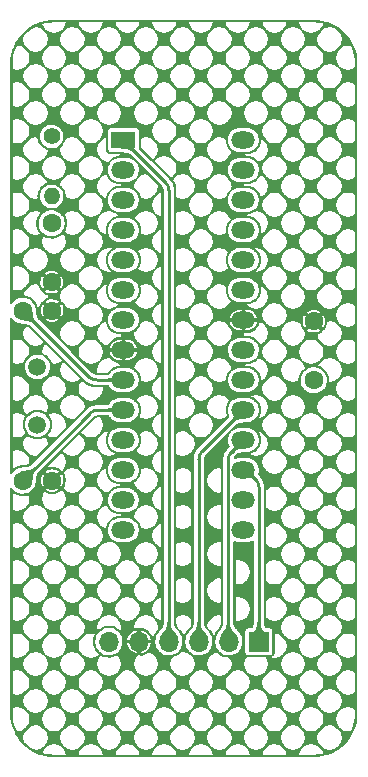
<source format=gbr>
%TF.GenerationSoftware,KiCad,Pcbnew,(6.0.1)*%
%TF.CreationDate,2022-02-07T23:02:12+01:00*%
%TF.ProjectId,dip28,64697032-382e-46b6-9963-61645f706362,1.0*%
%TF.SameCoordinates,Original*%
%TF.FileFunction,Copper,L1,Top*%
%TF.FilePolarity,Positive*%
%FSLAX46Y46*%
G04 Gerber Fmt 4.6, Leading zero omitted, Abs format (unit mm)*
G04 Created by KiCad (PCBNEW (6.0.1)) date 2022-02-07 23:02:12*
%MOMM*%
%LPD*%
G01*
G04 APERTURE LIST*
%TA.AperFunction,ComponentPad*%
%ADD10C,1.600000*%
%TD*%
%TA.AperFunction,ComponentPad*%
%ADD11R,1.700000X1.700000*%
%TD*%
%TA.AperFunction,ComponentPad*%
%ADD12O,1.700000X1.700000*%
%TD*%
%TA.AperFunction,ComponentPad*%
%ADD13C,1.500000*%
%TD*%
%TA.AperFunction,ComponentPad*%
%ADD14C,1.400000*%
%TD*%
%TA.AperFunction,ComponentPad*%
%ADD15O,1.400000X1.400000*%
%TD*%
%TA.AperFunction,ComponentPad*%
%ADD16R,2.000000X1.440000*%
%TD*%
%TA.AperFunction,ComponentPad*%
%ADD17O,2.000000X1.440000*%
%TD*%
%TA.AperFunction,Conductor*%
%ADD18C,0.250000*%
%TD*%
G04 APERTURE END LIST*
D10*
%TO.P,C4,1*%
%TO.N,GND*%
X105850000Y-141800000D03*
%TO.P,C4,2*%
%TO.N,Net-(C4-Pad2)*%
X103350000Y-141800000D03*
%TD*%
%TO.P,C3,1*%
%TO.N,GND*%
X105850000Y-127400000D03*
%TO.P,C3,2*%
%TO.N,Net-(C3-Pad2)*%
X103350000Y-127400000D03*
%TD*%
%TO.P,C2,1*%
%TO.N,+5V*%
X128000000Y-133300000D03*
%TO.P,C2,2*%
%TO.N,GND*%
X128000000Y-128300000D03*
%TD*%
%TO.P,C1,1*%
%TO.N,+5V*%
X105800000Y-120000000D03*
%TO.P,C1,2*%
%TO.N,GND*%
X105800000Y-125000000D03*
%TD*%
D11*
%TO.P,J1,1,Pin_1*%
%TO.N,MOSI*%
X123350000Y-155425000D03*
D12*
%TO.P,J1,2,Pin_2*%
%TO.N,MISO*%
X120810000Y-155425000D03*
%TO.P,J1,3,Pin_3*%
%TO.N,SCK*%
X118270000Y-155425000D03*
%TO.P,J1,4,Pin_4*%
%TO.N,RST*%
X115730000Y-155425000D03*
%TO.P,J1,5,Pin_5*%
%TO.N,GND*%
X113190000Y-155425000D03*
%TO.P,J1,6,Pin_6*%
%TO.N,+5V*%
X110650000Y-155425000D03*
%TD*%
D13*
%TO.P,Y1,1,1*%
%TO.N,Net-(C4-Pad2)*%
X104600000Y-137050000D03*
%TO.P,Y1,2,2*%
%TO.N,Net-(C3-Pad2)*%
X104600000Y-132170000D03*
%TD*%
D14*
%TO.P,R1,1*%
%TO.N,RST*%
X105800000Y-112660000D03*
D15*
%TO.P,R1,2*%
%TO.N,+5V*%
X105800000Y-117740000D03*
%TD*%
D16*
%TO.P,U1,1,~{RESET}/PC6*%
%TO.N,RST*%
X111875000Y-112960000D03*
D17*
%TO.P,U1,2,PD0*%
%TO.N,unconnected-(U1-Pad2)*%
X111875000Y-115500000D03*
%TO.P,U1,3,PD1*%
%TO.N,unconnected-(U1-Pad3)*%
X111875000Y-118040000D03*
%TO.P,U1,4,PD2*%
%TO.N,unconnected-(U1-Pad4)*%
X111875000Y-120580000D03*
%TO.P,U1,5,PD3*%
%TO.N,unconnected-(U1-Pad5)*%
X111875000Y-123120000D03*
%TO.P,U1,6,PD4*%
%TO.N,unconnected-(U1-Pad6)*%
X111875000Y-125660000D03*
%TO.P,U1,7,VCC*%
%TO.N,+5V*%
X111875000Y-128200000D03*
%TO.P,U1,8,GND*%
%TO.N,GND*%
X111875000Y-130740000D03*
%TO.P,U1,9,XTAL1/PB6*%
%TO.N,Net-(C3-Pad2)*%
X111875000Y-133280000D03*
%TO.P,U1,10,XTAL2/PB7*%
%TO.N,Net-(C4-Pad2)*%
X111875000Y-135820000D03*
%TO.P,U1,11,PD5*%
%TO.N,unconnected-(U1-Pad11)*%
X111875000Y-138360000D03*
%TO.P,U1,12,PD6*%
%TO.N,unconnected-(U1-Pad12)*%
X111875000Y-140900000D03*
%TO.P,U1,13,PD7*%
%TO.N,unconnected-(U1-Pad13)*%
X111875000Y-143440000D03*
%TO.P,U1,14,PB0*%
%TO.N,unconnected-(U1-Pad14)*%
X111875000Y-145980000D03*
%TO.P,U1,15,PB1*%
%TO.N,unconnected-(U1-Pad15)*%
X122035000Y-145980000D03*
%TO.P,U1,16,PB2*%
%TO.N,unconnected-(U1-Pad16)*%
X122035000Y-143440000D03*
%TO.P,U1,17,PB3*%
%TO.N,MOSI*%
X122035000Y-140900000D03*
%TO.P,U1,18,PB4*%
%TO.N,MISO*%
X122035000Y-138360000D03*
%TO.P,U1,19,PB5*%
%TO.N,SCK*%
X122035000Y-135820000D03*
%TO.P,U1,20,AVCC*%
%TO.N,+5V*%
X122035000Y-133280000D03*
%TO.P,U1,21,AREF*%
%TO.N,unconnected-(U1-Pad21)*%
X122035000Y-130740000D03*
%TO.P,U1,22,GND*%
%TO.N,GND*%
X122035000Y-128200000D03*
%TO.P,U1,23,PC0*%
%TO.N,unconnected-(U1-Pad23)*%
X122035000Y-125660000D03*
%TO.P,U1,24,PC1*%
%TO.N,unconnected-(U1-Pad24)*%
X122035000Y-123120000D03*
%TO.P,U1,25,PC2*%
%TO.N,unconnected-(U1-Pad25)*%
X122035000Y-120580000D03*
%TO.P,U1,26,PC3*%
%TO.N,unconnected-(U1-Pad26)*%
X122035000Y-118040000D03*
%TO.P,U1,27,PC4*%
%TO.N,unconnected-(U1-Pad27)*%
X122035000Y-115500000D03*
%TO.P,U1,28,PC5*%
%TO.N,unconnected-(U1-Pad28)*%
X122035000Y-112960000D03*
%TD*%
D18*
%TO.N,Net-(C3-Pad2)*%
X103350000Y-127400000D02*
X108937107Y-132987107D01*
X109644214Y-133280000D02*
X111875000Y-133280000D01*
X108937107Y-132987107D02*
G75*
G03*
X109644214Y-133280000I707106J707106D01*
G01*
%TO.N,Net-(C4-Pad2)*%
X103350000Y-141800000D02*
X109037107Y-136112893D01*
X109744214Y-135820000D02*
X111875000Y-135820000D01*
X109744214Y-135820001D02*
G75*
G03*
X109037108Y-136112894I-3J-999993D01*
G01*
%TO.N,MOSI*%
X122035000Y-140900000D02*
X122315000Y-140900000D01*
X123350000Y-142349214D02*
X123350000Y-155425000D01*
X122315000Y-140900000D02*
X123057107Y-141642107D01*
X123349999Y-142349214D02*
G75*
G03*
X123057106Y-141642108I-999993J3D01*
G01*
%TO.N,MISO*%
X120760480Y-155375480D02*
X120760480Y-140048734D01*
X120810000Y-155425000D02*
X120760480Y-155375480D01*
X121053373Y-139341627D02*
X122035000Y-138360000D01*
X120760481Y-140048734D02*
G75*
G02*
X121053374Y-139341628I999993J3D01*
G01*
%TO.N,SCK*%
X118562893Y-139292107D02*
X122035000Y-135820000D01*
X118270000Y-155425000D02*
X118270000Y-139999214D01*
X118562893Y-139292107D02*
G75*
G03*
X118270000Y-139999214I707106J-707106D01*
G01*
%TO.N,RST*%
X115437107Y-116522107D02*
X111875000Y-112960000D01*
X115730000Y-155425000D02*
X115730000Y-117229214D01*
X115437107Y-116522107D02*
G75*
G02*
X115730000Y-117229214I-707106J-707106D01*
G01*
%TD*%
%TA.AperFunction,Conductor*%
%TO.N,GND*%
G36*
X127967278Y-102800000D02*
G01*
X127980127Y-102801124D01*
X128000000Y-102804628D01*
X128006374Y-102803504D01*
X128006375Y-102803504D01*
X128012347Y-102802451D01*
X128028828Y-102801416D01*
X128359034Y-102817639D01*
X128366261Y-102818351D01*
X128718239Y-102870561D01*
X128725362Y-102871978D01*
X129070527Y-102958438D01*
X129077476Y-102960546D01*
X129172218Y-102994445D01*
X129412517Y-103080425D01*
X129419205Y-103083196D01*
X129536634Y-103138735D01*
X129740877Y-103235335D01*
X129747281Y-103238758D01*
X130052495Y-103421695D01*
X130058526Y-103425725D01*
X130293525Y-103600012D01*
X130344339Y-103637698D01*
X130349938Y-103642292D01*
X130613600Y-103881262D01*
X130618734Y-103886396D01*
X130857708Y-104150062D01*
X130862298Y-104155657D01*
X131074275Y-104441474D01*
X131078305Y-104447505D01*
X131261242Y-104752719D01*
X131264665Y-104759123D01*
X131282460Y-104796747D01*
X131416804Y-105080795D01*
X131419575Y-105087483D01*
X131459344Y-105198631D01*
X131539454Y-105422524D01*
X131541562Y-105429473D01*
X131628022Y-105774638D01*
X131629439Y-105781761D01*
X131681649Y-106133739D01*
X131682361Y-106140966D01*
X131698584Y-106471172D01*
X131697549Y-106487653D01*
X131696496Y-106493625D01*
X131695372Y-106500000D01*
X131697638Y-106512850D01*
X131698876Y-106519872D01*
X131700000Y-106532722D01*
X131700002Y-161467280D01*
X131698878Y-161480129D01*
X131695374Y-161500002D01*
X131696498Y-161506376D01*
X131696498Y-161506377D01*
X131697551Y-161512349D01*
X131698586Y-161528830D01*
X131682363Y-161859036D01*
X131681651Y-161866263D01*
X131629441Y-162218241D01*
X131628024Y-162225364D01*
X131541564Y-162570529D01*
X131539456Y-162577478D01*
X131419577Y-162912519D01*
X131416806Y-162919207D01*
X131333597Y-163095139D01*
X131264667Y-163240879D01*
X131261244Y-163247283D01*
X131078307Y-163552497D01*
X131074277Y-163558528D01*
X130920348Y-163766078D01*
X130862304Y-163844341D01*
X130857710Y-163849940D01*
X130724588Y-163996817D01*
X130618738Y-164113604D01*
X130613606Y-164118736D01*
X130349940Y-164357710D01*
X130344345Y-164362300D01*
X130058528Y-164574277D01*
X130052497Y-164578307D01*
X129747283Y-164761244D01*
X129740879Y-164764667D01*
X129595139Y-164833597D01*
X129419207Y-164916806D01*
X129412519Y-164919577D01*
X129191949Y-164998498D01*
X129077478Y-165039456D01*
X129070529Y-165041564D01*
X128725364Y-165128024D01*
X128718241Y-165129441D01*
X128366263Y-165181651D01*
X128359036Y-165182363D01*
X128028830Y-165198586D01*
X128012349Y-165197551D01*
X128006377Y-165196498D01*
X128006376Y-165196498D01*
X128000002Y-165195374D01*
X127980130Y-165198878D01*
X127967280Y-165200002D01*
X106032720Y-165200002D01*
X106019870Y-165198878D01*
X105999998Y-165195374D01*
X105993624Y-165196498D01*
X105993623Y-165196498D01*
X105987651Y-165197551D01*
X105971170Y-165198586D01*
X105640964Y-165182363D01*
X105633737Y-165181651D01*
X105281759Y-165129441D01*
X105274636Y-165128024D01*
X104929471Y-165041564D01*
X104922522Y-165039456D01*
X104808051Y-164998498D01*
X104587481Y-164919577D01*
X104580793Y-164916806D01*
X104463361Y-164861265D01*
X105024559Y-164861265D01*
X105316840Y-164934478D01*
X105656760Y-164984899D01*
X105967319Y-165000158D01*
X105972012Y-164999540D01*
X105980695Y-164998780D01*
X105987147Y-164998498D01*
X106012848Y-164998498D01*
X106019301Y-164998780D01*
X106027983Y-164999540D01*
X106034380Y-165000382D01*
X106043567Y-165002002D01*
X107013760Y-165002002D01*
X108107834Y-165002002D01*
X110125030Y-165002002D01*
X111219104Y-165002002D01*
X113236299Y-165002002D01*
X114330374Y-165002002D01*
X116347569Y-165002002D01*
X117441644Y-165002002D01*
X119458839Y-165002002D01*
X120552914Y-165002002D01*
X122570109Y-165002002D01*
X123664184Y-165002002D01*
X125681379Y-165002002D01*
X126775453Y-165002002D01*
X127956433Y-165002002D01*
X127965620Y-165000382D01*
X127972017Y-164999540D01*
X127980699Y-164998780D01*
X127987152Y-164998498D01*
X128012853Y-164998498D01*
X128019305Y-164998780D01*
X128027988Y-164999540D01*
X128032681Y-165000158D01*
X128343240Y-164984899D01*
X128683160Y-164934478D01*
X128774658Y-164911559D01*
X128744291Y-164758889D01*
X128539745Y-164452765D01*
X128443985Y-164357005D01*
X128137861Y-164152459D01*
X127784051Y-164082082D01*
X127430241Y-164152459D01*
X127124117Y-164357005D01*
X127028357Y-164452765D01*
X126823811Y-164758889D01*
X126775453Y-165002002D01*
X125681379Y-165002002D01*
X125633021Y-164758889D01*
X125428475Y-164452765D01*
X125332715Y-164357005D01*
X125026591Y-164152459D01*
X124672781Y-164082082D01*
X124318971Y-164152459D01*
X124012847Y-164357005D01*
X123917088Y-164452764D01*
X123712542Y-164758889D01*
X123664184Y-165002002D01*
X122570109Y-165002002D01*
X122521751Y-164758889D01*
X122317205Y-164452765D01*
X122221445Y-164357005D01*
X121915321Y-164152459D01*
X121561511Y-164082082D01*
X121207701Y-164152459D01*
X120901578Y-164357005D01*
X120805818Y-164452765D01*
X120601272Y-164758889D01*
X120552914Y-165002002D01*
X119458839Y-165002002D01*
X119410481Y-164758889D01*
X119205935Y-164452765D01*
X119110175Y-164357005D01*
X118804052Y-164152459D01*
X118450242Y-164082082D01*
X118096431Y-164152459D01*
X117790308Y-164357005D01*
X117694548Y-164452765D01*
X117490002Y-164758889D01*
X117441644Y-165002002D01*
X116347569Y-165002002D01*
X116299211Y-164758889D01*
X116094665Y-164452765D01*
X115998905Y-164357005D01*
X115692782Y-164152459D01*
X115338972Y-164082082D01*
X114985162Y-164152459D01*
X114679038Y-164357005D01*
X114583278Y-164452765D01*
X114378732Y-164758889D01*
X114330374Y-165002002D01*
X113236299Y-165002002D01*
X113187941Y-164758889D01*
X112983395Y-164452764D01*
X112887636Y-164357005D01*
X112581512Y-164152459D01*
X112227702Y-164082082D01*
X111873892Y-164152459D01*
X111567768Y-164357005D01*
X111472008Y-164452765D01*
X111267462Y-164758889D01*
X111219104Y-165002002D01*
X110125030Y-165002002D01*
X110076672Y-164758889D01*
X109872126Y-164452765D01*
X109776366Y-164357005D01*
X109470242Y-164152459D01*
X109116432Y-164082082D01*
X108762622Y-164152459D01*
X108456498Y-164357005D01*
X108360738Y-164452765D01*
X108156192Y-164758889D01*
X108107834Y-165002002D01*
X107013760Y-165002002D01*
X106965402Y-164758889D01*
X106760856Y-164452765D01*
X106665096Y-164357005D01*
X106358972Y-164152459D01*
X106005162Y-164082082D01*
X105651352Y-164152459D01*
X105345228Y-164357005D01*
X105249469Y-164452764D01*
X105044923Y-164758889D01*
X105024559Y-164861265D01*
X104463361Y-164861265D01*
X104404861Y-164833597D01*
X104259121Y-164764667D01*
X104252717Y-164761244D01*
X103947503Y-164578307D01*
X103941472Y-164574277D01*
X103655655Y-164362300D01*
X103650060Y-164357710D01*
X103386394Y-164118736D01*
X103381262Y-164113604D01*
X103275412Y-163996817D01*
X103142290Y-163849940D01*
X103137696Y-163844341D01*
X103079652Y-163766078D01*
X102925723Y-163558528D01*
X102924745Y-163557064D01*
X103418911Y-163557064D01*
X103489288Y-163910874D01*
X103546713Y-163996817D01*
X103778502Y-164206900D01*
X104054514Y-164411605D01*
X104297991Y-164557538D01*
X104449527Y-164587680D01*
X104803337Y-164517303D01*
X105109462Y-164312757D01*
X105205221Y-164216998D01*
X105409767Y-163910874D01*
X105480144Y-163557064D01*
X106530181Y-163557064D01*
X106600557Y-163910874D01*
X106805103Y-164216998D01*
X106900862Y-164312757D01*
X107206987Y-164517303D01*
X107560797Y-164587680D01*
X107914607Y-164517303D01*
X108220732Y-164312757D01*
X108316491Y-164216998D01*
X108521037Y-163910874D01*
X108591413Y-163557064D01*
X109641451Y-163557064D01*
X109711827Y-163910874D01*
X109916373Y-164216998D01*
X110012132Y-164312757D01*
X110318257Y-164517303D01*
X110672067Y-164587680D01*
X111025877Y-164517303D01*
X111332002Y-164312757D01*
X111427760Y-164216999D01*
X111632306Y-163910874D01*
X111702683Y-163557064D01*
X112752720Y-163557064D01*
X112823097Y-163910874D01*
X113027643Y-164216998D01*
X113123402Y-164312757D01*
X113429527Y-164517303D01*
X113783337Y-164587680D01*
X114137147Y-164517303D01*
X114443272Y-164312757D01*
X114539030Y-164216999D01*
X114743576Y-163910874D01*
X114813953Y-163557064D01*
X115863990Y-163557064D01*
X115934367Y-163910874D01*
X116138913Y-164216998D01*
X116234672Y-164312757D01*
X116540797Y-164517303D01*
X116894607Y-164587680D01*
X117248417Y-164517303D01*
X117554541Y-164312757D01*
X117650300Y-164216998D01*
X117854846Y-163910874D01*
X117925223Y-163557064D01*
X118975260Y-163557064D01*
X119045637Y-163910874D01*
X119250183Y-164216998D01*
X119345942Y-164312757D01*
X119652066Y-164517303D01*
X120005876Y-164587680D01*
X120359686Y-164517303D01*
X120665811Y-164312757D01*
X120761570Y-164216998D01*
X120966116Y-163910874D01*
X121036493Y-163557064D01*
X122086530Y-163557064D01*
X122156907Y-163910874D01*
X122361453Y-164216999D01*
X122457211Y-164312757D01*
X122763336Y-164517303D01*
X123117146Y-164587680D01*
X123470956Y-164517303D01*
X123777081Y-164312757D01*
X123872840Y-164216998D01*
X124077386Y-163910874D01*
X124147763Y-163557064D01*
X125197800Y-163557064D01*
X125268177Y-163910874D01*
X125472723Y-164216999D01*
X125568481Y-164312757D01*
X125874606Y-164517303D01*
X126228416Y-164587680D01*
X126582226Y-164517303D01*
X126888351Y-164312757D01*
X126984110Y-164216998D01*
X127188656Y-163910874D01*
X127259032Y-163557064D01*
X128309070Y-163557064D01*
X128379446Y-163910874D01*
X128583992Y-164216998D01*
X128679751Y-164312757D01*
X128985876Y-164517303D01*
X129339686Y-164587680D01*
X129693496Y-164517303D01*
X129999621Y-164312757D01*
X130095380Y-164216998D01*
X130299926Y-163910874D01*
X130370302Y-163557064D01*
X130299926Y-163203254D01*
X130095380Y-162897130D01*
X129999620Y-162801370D01*
X129693496Y-162596824D01*
X129339686Y-162526448D01*
X128985876Y-162596824D01*
X128679752Y-162801370D01*
X128583992Y-162897130D01*
X128379446Y-163203254D01*
X128309070Y-163557064D01*
X127259032Y-163557064D01*
X127188656Y-163203254D01*
X126984110Y-162897130D01*
X126888350Y-162801370D01*
X126582226Y-162596824D01*
X126228416Y-162526448D01*
X125874606Y-162596824D01*
X125568482Y-162801370D01*
X125472723Y-162897129D01*
X125268177Y-163203254D01*
X125197800Y-163557064D01*
X124147763Y-163557064D01*
X124077386Y-163203254D01*
X123872840Y-162897130D01*
X123777080Y-162801370D01*
X123470956Y-162596824D01*
X123117146Y-162526448D01*
X122763336Y-162596824D01*
X122457212Y-162801370D01*
X122361453Y-162897129D01*
X122156907Y-163203254D01*
X122086530Y-163557064D01*
X121036493Y-163557064D01*
X120966116Y-163203254D01*
X120761570Y-162897130D01*
X120665810Y-162801370D01*
X120359686Y-162596824D01*
X120005876Y-162526448D01*
X119652066Y-162596824D01*
X119345943Y-162801370D01*
X119250183Y-162897130D01*
X119045637Y-163203254D01*
X118975260Y-163557064D01*
X117925223Y-163557064D01*
X117854846Y-163203254D01*
X117650300Y-162897130D01*
X117554540Y-162801370D01*
X117248417Y-162596824D01*
X116894607Y-162526448D01*
X116540797Y-162596824D01*
X116234673Y-162801370D01*
X116138913Y-162897130D01*
X115934367Y-163203254D01*
X115863990Y-163557064D01*
X114813953Y-163557064D01*
X114743576Y-163203254D01*
X114539030Y-162897129D01*
X114443271Y-162801370D01*
X114137147Y-162596824D01*
X113783337Y-162526448D01*
X113429527Y-162596824D01*
X113123403Y-162801370D01*
X113027643Y-162897130D01*
X112823097Y-163203254D01*
X112752720Y-163557064D01*
X111702683Y-163557064D01*
X111632306Y-163203254D01*
X111427760Y-162897129D01*
X111332001Y-162801370D01*
X111025877Y-162596824D01*
X110672067Y-162526448D01*
X110318257Y-162596824D01*
X110012133Y-162801370D01*
X109916373Y-162897130D01*
X109711827Y-163203254D01*
X109641451Y-163557064D01*
X108591413Y-163557064D01*
X108521037Y-163203254D01*
X108316491Y-162897130D01*
X108220731Y-162801370D01*
X107914607Y-162596824D01*
X107560797Y-162526448D01*
X107206987Y-162596824D01*
X106900863Y-162801370D01*
X106805103Y-162897130D01*
X106600557Y-163203254D01*
X106530181Y-163557064D01*
X105480144Y-163557064D01*
X105409767Y-163203254D01*
X105205221Y-162897130D01*
X105109461Y-162801370D01*
X104803337Y-162596824D01*
X104449527Y-162526448D01*
X104095717Y-162596824D01*
X103789593Y-162801370D01*
X103693834Y-162897129D01*
X103489288Y-163203254D01*
X103418911Y-163557064D01*
X102924745Y-163557064D01*
X102921693Y-163552497D01*
X102738756Y-163247283D01*
X102735333Y-163240879D01*
X102666403Y-163095139D01*
X102583194Y-162919207D01*
X102580423Y-162912519D01*
X102460544Y-162577478D01*
X102458436Y-162570529D01*
X102371976Y-162225364D01*
X102370559Y-162218241D01*
X102318349Y-161866263D01*
X102317637Y-161859036D01*
X102301414Y-161528830D01*
X102302449Y-161512349D01*
X102303502Y-161506377D01*
X102303502Y-161506376D01*
X102304626Y-161500002D01*
X102301122Y-161480129D01*
X102299998Y-161467280D01*
X102299998Y-161456433D01*
X102497998Y-161456433D01*
X102499618Y-161465620D01*
X102500460Y-161472017D01*
X102501220Y-161480699D01*
X102501502Y-161487152D01*
X102501502Y-161512853D01*
X102501220Y-161519305D01*
X102500460Y-161527988D01*
X102499842Y-161532681D01*
X102515101Y-161843240D01*
X102565522Y-162183160D01*
X102649024Y-162516517D01*
X102764791Y-162840070D01*
X102851612Y-163023636D01*
X102893891Y-163032045D01*
X103247702Y-162961669D01*
X103553826Y-162757123D01*
X103649586Y-162661363D01*
X103854132Y-162355239D01*
X103924509Y-162001429D01*
X104974546Y-162001429D01*
X105044923Y-162355239D01*
X105249469Y-162661364D01*
X105345228Y-162757123D01*
X105651352Y-162961669D01*
X106005162Y-163032045D01*
X106358972Y-162961669D01*
X106665096Y-162757123D01*
X106760856Y-162661363D01*
X106965402Y-162355239D01*
X107035778Y-162001429D01*
X108085816Y-162001429D01*
X108156192Y-162355239D01*
X108360738Y-162661363D01*
X108456498Y-162757123D01*
X108762622Y-162961669D01*
X109116432Y-163032045D01*
X109470242Y-162961669D01*
X109776366Y-162757123D01*
X109872126Y-162661363D01*
X110076672Y-162355239D01*
X110147048Y-162001429D01*
X111197086Y-162001429D01*
X111267462Y-162355239D01*
X111472008Y-162661363D01*
X111567768Y-162757123D01*
X111873892Y-162961669D01*
X112227702Y-163032045D01*
X112581512Y-162961669D01*
X112887636Y-162757123D01*
X112983395Y-162661364D01*
X113187941Y-162355239D01*
X113258318Y-162001429D01*
X114308355Y-162001429D01*
X114378732Y-162355239D01*
X114583278Y-162661363D01*
X114679038Y-162757123D01*
X114985162Y-162961669D01*
X115338972Y-163032045D01*
X115692782Y-162961669D01*
X115998905Y-162757123D01*
X116094665Y-162661363D01*
X116299211Y-162355239D01*
X116369588Y-162001429D01*
X117419625Y-162001429D01*
X117490002Y-162355239D01*
X117694548Y-162661363D01*
X117790308Y-162757123D01*
X118096431Y-162961669D01*
X118450242Y-163032045D01*
X118804052Y-162961669D01*
X119110175Y-162757123D01*
X119205935Y-162661363D01*
X119410481Y-162355239D01*
X119480858Y-162001429D01*
X120530895Y-162001429D01*
X120601272Y-162355239D01*
X120805818Y-162661363D01*
X120901578Y-162757123D01*
X121207701Y-162961669D01*
X121561511Y-163032045D01*
X121915321Y-162961669D01*
X122221445Y-162757123D01*
X122317205Y-162661363D01*
X122521751Y-162355239D01*
X122592128Y-162001429D01*
X123642165Y-162001429D01*
X123712542Y-162355239D01*
X123917088Y-162661364D01*
X124012847Y-162757123D01*
X124318971Y-162961669D01*
X124672781Y-163032045D01*
X125026591Y-162961669D01*
X125332715Y-162757123D01*
X125428475Y-162661363D01*
X125633021Y-162355239D01*
X125703398Y-162001429D01*
X126753435Y-162001429D01*
X126823811Y-162355239D01*
X127028357Y-162661363D01*
X127124117Y-162757123D01*
X127430241Y-162961669D01*
X127784051Y-163032045D01*
X128137861Y-162961669D01*
X128443985Y-162757123D01*
X128539745Y-162661363D01*
X128744291Y-162355239D01*
X128814667Y-162001429D01*
X129864705Y-162001429D01*
X129935081Y-162355239D01*
X130139627Y-162661363D01*
X130235387Y-162757123D01*
X130541511Y-162961669D01*
X130895321Y-163032045D01*
X131170277Y-162977354D01*
X131235209Y-162840070D01*
X131350976Y-162516517D01*
X131434478Y-162183160D01*
X131484899Y-161843240D01*
X131500158Y-161532681D01*
X131499540Y-161527988D01*
X131498780Y-161519305D01*
X131498498Y-161512853D01*
X131498498Y-161487152D01*
X131498780Y-161480699D01*
X131499540Y-161472017D01*
X131500382Y-161465620D01*
X131502002Y-161456433D01*
X131502002Y-161210153D01*
X131249131Y-161041189D01*
X130895321Y-160970813D01*
X130541511Y-161041189D01*
X130235387Y-161245735D01*
X130139627Y-161341495D01*
X129935081Y-161647619D01*
X129864705Y-162001429D01*
X128814667Y-162001429D01*
X128744291Y-161647619D01*
X128539745Y-161341495D01*
X128443985Y-161245735D01*
X128137861Y-161041189D01*
X127784051Y-160970813D01*
X127430241Y-161041189D01*
X127124117Y-161245735D01*
X127028357Y-161341495D01*
X126823811Y-161647619D01*
X126753435Y-162001429D01*
X125703398Y-162001429D01*
X125633021Y-161647619D01*
X125428475Y-161341495D01*
X125332715Y-161245735D01*
X125026591Y-161041189D01*
X124672781Y-160970813D01*
X124318971Y-161041189D01*
X124012847Y-161245735D01*
X123917088Y-161341494D01*
X123712542Y-161647619D01*
X123642165Y-162001429D01*
X122592128Y-162001429D01*
X122521751Y-161647619D01*
X122317205Y-161341495D01*
X122221445Y-161245735D01*
X121915321Y-161041189D01*
X121561511Y-160970813D01*
X121207701Y-161041189D01*
X120901578Y-161245735D01*
X120805818Y-161341495D01*
X120601272Y-161647619D01*
X120530895Y-162001429D01*
X119480858Y-162001429D01*
X119410481Y-161647619D01*
X119205935Y-161341495D01*
X119110175Y-161245735D01*
X118804052Y-161041189D01*
X118450242Y-160970813D01*
X118096431Y-161041189D01*
X117790308Y-161245735D01*
X117694548Y-161341495D01*
X117490002Y-161647619D01*
X117419625Y-162001429D01*
X116369588Y-162001429D01*
X116299211Y-161647619D01*
X116094665Y-161341495D01*
X115998905Y-161245735D01*
X115692782Y-161041189D01*
X115338972Y-160970813D01*
X114985162Y-161041189D01*
X114679038Y-161245735D01*
X114583278Y-161341495D01*
X114378732Y-161647619D01*
X114308355Y-162001429D01*
X113258318Y-162001429D01*
X113187941Y-161647619D01*
X112983395Y-161341494D01*
X112887636Y-161245735D01*
X112581512Y-161041189D01*
X112227702Y-160970813D01*
X111873892Y-161041189D01*
X111567768Y-161245735D01*
X111472008Y-161341495D01*
X111267462Y-161647619D01*
X111197086Y-162001429D01*
X110147048Y-162001429D01*
X110076672Y-161647619D01*
X109872126Y-161341495D01*
X109776366Y-161245735D01*
X109470242Y-161041189D01*
X109116432Y-160970813D01*
X108762622Y-161041189D01*
X108456498Y-161245735D01*
X108360738Y-161341495D01*
X108156192Y-161647619D01*
X108085816Y-162001429D01*
X107035778Y-162001429D01*
X106965402Y-161647619D01*
X106760856Y-161341495D01*
X106665096Y-161245735D01*
X106358972Y-161041189D01*
X106005162Y-160970813D01*
X105651352Y-161041189D01*
X105345228Y-161245735D01*
X105249469Y-161341494D01*
X105044923Y-161647619D01*
X104974546Y-162001429D01*
X103924509Y-162001429D01*
X103854132Y-161647619D01*
X103649586Y-161341495D01*
X103553826Y-161245735D01*
X103247702Y-161041189D01*
X102893892Y-160970813D01*
X102540082Y-161041189D01*
X102497998Y-161069309D01*
X102497998Y-161456433D01*
X102299998Y-161456433D01*
X102299998Y-160445794D01*
X103418911Y-160445794D01*
X103489288Y-160799604D01*
X103693834Y-161105729D01*
X103789593Y-161201488D01*
X104095717Y-161406034D01*
X104449527Y-161476410D01*
X104803337Y-161406034D01*
X105109461Y-161201488D01*
X105205221Y-161105728D01*
X105409767Y-160799604D01*
X105480144Y-160445794D01*
X106530181Y-160445794D01*
X106600557Y-160799604D01*
X106805103Y-161105728D01*
X106900863Y-161201488D01*
X107206987Y-161406034D01*
X107560797Y-161476410D01*
X107914607Y-161406034D01*
X108220731Y-161201488D01*
X108316491Y-161105728D01*
X108521037Y-160799604D01*
X108591413Y-160445794D01*
X109641451Y-160445794D01*
X109711827Y-160799604D01*
X109916373Y-161105728D01*
X110012133Y-161201488D01*
X110318257Y-161406034D01*
X110672067Y-161476410D01*
X111025877Y-161406034D01*
X111332001Y-161201488D01*
X111427760Y-161105729D01*
X111632306Y-160799604D01*
X111702683Y-160445794D01*
X112752720Y-160445794D01*
X112823097Y-160799604D01*
X113027643Y-161105728D01*
X113123403Y-161201488D01*
X113429527Y-161406034D01*
X113783337Y-161476410D01*
X114137147Y-161406034D01*
X114443271Y-161201488D01*
X114539030Y-161105729D01*
X114743576Y-160799604D01*
X114813953Y-160445794D01*
X115863990Y-160445794D01*
X115934367Y-160799604D01*
X116138913Y-161105728D01*
X116234673Y-161201488D01*
X116540797Y-161406034D01*
X116894607Y-161476410D01*
X117248417Y-161406034D01*
X117554540Y-161201488D01*
X117650300Y-161105728D01*
X117854846Y-160799604D01*
X117925223Y-160445794D01*
X118975260Y-160445794D01*
X119045637Y-160799604D01*
X119250183Y-161105728D01*
X119345943Y-161201488D01*
X119652066Y-161406034D01*
X120005876Y-161476410D01*
X120359686Y-161406034D01*
X120665810Y-161201488D01*
X120761570Y-161105728D01*
X120966116Y-160799604D01*
X121036493Y-160445794D01*
X122086530Y-160445794D01*
X122156907Y-160799604D01*
X122361453Y-161105729D01*
X122457212Y-161201488D01*
X122763336Y-161406034D01*
X123117146Y-161476410D01*
X123470956Y-161406034D01*
X123777080Y-161201488D01*
X123872840Y-161105728D01*
X124077386Y-160799604D01*
X124147763Y-160445794D01*
X125197800Y-160445794D01*
X125268177Y-160799604D01*
X125472723Y-161105729D01*
X125568482Y-161201488D01*
X125874606Y-161406034D01*
X126228416Y-161476410D01*
X126582226Y-161406034D01*
X126888350Y-161201488D01*
X126984110Y-161105728D01*
X127188656Y-160799604D01*
X127259032Y-160445794D01*
X128309070Y-160445794D01*
X128379446Y-160799604D01*
X128583992Y-161105728D01*
X128679752Y-161201488D01*
X128985876Y-161406034D01*
X129339686Y-161476410D01*
X129693496Y-161406034D01*
X129999620Y-161201488D01*
X130095380Y-161105728D01*
X130299926Y-160799604D01*
X130370302Y-160445794D01*
X130299926Y-160091984D01*
X130095380Y-159785860D01*
X129999620Y-159690100D01*
X129693496Y-159485554D01*
X129339686Y-159415178D01*
X128985876Y-159485554D01*
X128679752Y-159690100D01*
X128583992Y-159785860D01*
X128379446Y-160091984D01*
X128309070Y-160445794D01*
X127259032Y-160445794D01*
X127188656Y-160091984D01*
X126984110Y-159785860D01*
X126888350Y-159690100D01*
X126582226Y-159485554D01*
X126228416Y-159415178D01*
X125874606Y-159485554D01*
X125568482Y-159690100D01*
X125472723Y-159785859D01*
X125268177Y-160091984D01*
X125197800Y-160445794D01*
X124147763Y-160445794D01*
X124077386Y-160091984D01*
X123872840Y-159785860D01*
X123777080Y-159690100D01*
X123470956Y-159485554D01*
X123117146Y-159415178D01*
X122763336Y-159485554D01*
X122457212Y-159690100D01*
X122361453Y-159785859D01*
X122156907Y-160091984D01*
X122086530Y-160445794D01*
X121036493Y-160445794D01*
X120966116Y-160091984D01*
X120761570Y-159785860D01*
X120665810Y-159690100D01*
X120359686Y-159485554D01*
X120005876Y-159415178D01*
X119652066Y-159485554D01*
X119345943Y-159690100D01*
X119250183Y-159785860D01*
X119045637Y-160091984D01*
X118975260Y-160445794D01*
X117925223Y-160445794D01*
X117854846Y-160091984D01*
X117650300Y-159785860D01*
X117554540Y-159690100D01*
X117248417Y-159485554D01*
X116894607Y-159415178D01*
X116540797Y-159485554D01*
X116234673Y-159690100D01*
X116138913Y-159785860D01*
X115934367Y-160091984D01*
X115863990Y-160445794D01*
X114813953Y-160445794D01*
X114743576Y-160091984D01*
X114539030Y-159785859D01*
X114443271Y-159690100D01*
X114137147Y-159485554D01*
X113783337Y-159415178D01*
X113429527Y-159485554D01*
X113123403Y-159690100D01*
X113027643Y-159785860D01*
X112823097Y-160091984D01*
X112752720Y-160445794D01*
X111702683Y-160445794D01*
X111632306Y-160091984D01*
X111427760Y-159785859D01*
X111332001Y-159690100D01*
X111025877Y-159485554D01*
X110672067Y-159415178D01*
X110318257Y-159485554D01*
X110012133Y-159690100D01*
X109916373Y-159785860D01*
X109711827Y-160091984D01*
X109641451Y-160445794D01*
X108591413Y-160445794D01*
X108521037Y-160091984D01*
X108316491Y-159785860D01*
X108220731Y-159690100D01*
X107914607Y-159485554D01*
X107560797Y-159415178D01*
X107206987Y-159485554D01*
X106900863Y-159690100D01*
X106805103Y-159785860D01*
X106600557Y-160091984D01*
X106530181Y-160445794D01*
X105480144Y-160445794D01*
X105409767Y-160091984D01*
X105205221Y-159785860D01*
X105109461Y-159690100D01*
X104803337Y-159485554D01*
X104449527Y-159415178D01*
X104095717Y-159485554D01*
X103789593Y-159690100D01*
X103693834Y-159785859D01*
X103489288Y-160091984D01*
X103418911Y-160445794D01*
X102299998Y-160445794D01*
X102299998Y-159822279D01*
X102497998Y-159822279D01*
X102540082Y-159850399D01*
X102893892Y-159920775D01*
X103247702Y-159850399D01*
X103553826Y-159645853D01*
X103649586Y-159550093D01*
X103854132Y-159243969D01*
X103924509Y-158890159D01*
X104974546Y-158890159D01*
X105044923Y-159243969D01*
X105249469Y-159550094D01*
X105345228Y-159645853D01*
X105651352Y-159850399D01*
X106005162Y-159920775D01*
X106358972Y-159850399D01*
X106665096Y-159645853D01*
X106760856Y-159550093D01*
X106965402Y-159243969D01*
X107035778Y-158890159D01*
X108085816Y-158890159D01*
X108156192Y-159243969D01*
X108360738Y-159550093D01*
X108456498Y-159645853D01*
X108762622Y-159850399D01*
X109116432Y-159920775D01*
X109470242Y-159850399D01*
X109776366Y-159645853D01*
X109872126Y-159550093D01*
X110076672Y-159243969D01*
X110147048Y-158890159D01*
X111197086Y-158890159D01*
X111267462Y-159243969D01*
X111472008Y-159550093D01*
X111567768Y-159645853D01*
X111873892Y-159850399D01*
X112227702Y-159920775D01*
X112581512Y-159850399D01*
X112887636Y-159645853D01*
X112983395Y-159550094D01*
X113187941Y-159243969D01*
X113258318Y-158890159D01*
X114308355Y-158890159D01*
X114378732Y-159243969D01*
X114583278Y-159550093D01*
X114679038Y-159645853D01*
X114985162Y-159850399D01*
X115338972Y-159920775D01*
X115692782Y-159850399D01*
X115998905Y-159645853D01*
X116094665Y-159550093D01*
X116299211Y-159243969D01*
X116369588Y-158890159D01*
X117419625Y-158890159D01*
X117490002Y-159243969D01*
X117694548Y-159550093D01*
X117790308Y-159645853D01*
X118096431Y-159850399D01*
X118450242Y-159920775D01*
X118804052Y-159850399D01*
X119110175Y-159645853D01*
X119205935Y-159550093D01*
X119410481Y-159243969D01*
X119480858Y-158890159D01*
X120530895Y-158890159D01*
X120601272Y-159243969D01*
X120805818Y-159550093D01*
X120901578Y-159645853D01*
X121207701Y-159850399D01*
X121561511Y-159920775D01*
X121915321Y-159850399D01*
X122221445Y-159645853D01*
X122317205Y-159550093D01*
X122521751Y-159243969D01*
X122592128Y-158890159D01*
X123642165Y-158890159D01*
X123712542Y-159243969D01*
X123917088Y-159550094D01*
X124012847Y-159645853D01*
X124318971Y-159850399D01*
X124672781Y-159920775D01*
X125026591Y-159850399D01*
X125332715Y-159645853D01*
X125428475Y-159550093D01*
X125633021Y-159243969D01*
X125703398Y-158890159D01*
X126753435Y-158890159D01*
X126823811Y-159243969D01*
X127028357Y-159550093D01*
X127124117Y-159645853D01*
X127430241Y-159850399D01*
X127784051Y-159920775D01*
X128137861Y-159850399D01*
X128443985Y-159645853D01*
X128539745Y-159550093D01*
X128744291Y-159243969D01*
X128814667Y-158890159D01*
X129864705Y-158890159D01*
X129935081Y-159243969D01*
X130139627Y-159550093D01*
X130235387Y-159645853D01*
X130541511Y-159850399D01*
X130895321Y-159920775D01*
X131249131Y-159850399D01*
X131502002Y-159681435D01*
X131502002Y-158098883D01*
X131249131Y-157929920D01*
X130895321Y-157859543D01*
X130541511Y-157929920D01*
X130235386Y-158134466D01*
X130139627Y-158230225D01*
X129935081Y-158536349D01*
X129864705Y-158890159D01*
X128814667Y-158890159D01*
X128744291Y-158536349D01*
X128539745Y-158230225D01*
X128443986Y-158134466D01*
X128137861Y-157929920D01*
X127784051Y-157859543D01*
X127430241Y-157929920D01*
X127124116Y-158134466D01*
X127028357Y-158230225D01*
X126823811Y-158536349D01*
X126753435Y-158890159D01*
X125703398Y-158890159D01*
X125633021Y-158536349D01*
X125428475Y-158230225D01*
X125332716Y-158134466D01*
X125026591Y-157929920D01*
X124672781Y-157859543D01*
X124318971Y-157929920D01*
X124012846Y-158134466D01*
X123917088Y-158230224D01*
X123712542Y-158536349D01*
X123642165Y-158890159D01*
X122592128Y-158890159D01*
X122521751Y-158536349D01*
X122317205Y-158230225D01*
X122221446Y-158134466D01*
X121915321Y-157929920D01*
X121561511Y-157859543D01*
X121207701Y-157929920D01*
X120901577Y-158134466D01*
X120805818Y-158230225D01*
X120601272Y-158536349D01*
X120530895Y-158890159D01*
X119480858Y-158890159D01*
X119410481Y-158536349D01*
X119205935Y-158230225D01*
X119110176Y-158134466D01*
X118804052Y-157929920D01*
X118450242Y-157859543D01*
X118096431Y-157929920D01*
X117790307Y-158134466D01*
X117694548Y-158230225D01*
X117490002Y-158536349D01*
X117419625Y-158890159D01*
X116369588Y-158890159D01*
X116299211Y-158536349D01*
X116094665Y-158230225D01*
X115998906Y-158134466D01*
X115692782Y-157929920D01*
X115338972Y-157859543D01*
X114985162Y-157929920D01*
X114679037Y-158134466D01*
X114583278Y-158230225D01*
X114378732Y-158536349D01*
X114308355Y-158890159D01*
X113258318Y-158890159D01*
X113187941Y-158536349D01*
X112983395Y-158230224D01*
X112887637Y-158134466D01*
X112581512Y-157929920D01*
X112227702Y-157859543D01*
X111873892Y-157929920D01*
X111567767Y-158134466D01*
X111472008Y-158230225D01*
X111267462Y-158536349D01*
X111197086Y-158890159D01*
X110147048Y-158890159D01*
X110076672Y-158536349D01*
X109872126Y-158230225D01*
X109776367Y-158134466D01*
X109470242Y-157929920D01*
X109116432Y-157859543D01*
X108762622Y-157929920D01*
X108456497Y-158134466D01*
X108360738Y-158230225D01*
X108156192Y-158536349D01*
X108085816Y-158890159D01*
X107035778Y-158890159D01*
X106965402Y-158536349D01*
X106760856Y-158230225D01*
X106665097Y-158134466D01*
X106358972Y-157929920D01*
X106005162Y-157859543D01*
X105651352Y-157929920D01*
X105345227Y-158134466D01*
X105249469Y-158230224D01*
X105044923Y-158536349D01*
X104974546Y-158890159D01*
X103924509Y-158890159D01*
X103854132Y-158536349D01*
X103649586Y-158230225D01*
X103553827Y-158134466D01*
X103247702Y-157929920D01*
X102893892Y-157859543D01*
X102540082Y-157929920D01*
X102497998Y-157958040D01*
X102497998Y-159822279D01*
X102299998Y-159822279D01*
X102299998Y-157334524D01*
X103418911Y-157334524D01*
X103489288Y-157688334D01*
X103693834Y-157994459D01*
X103789593Y-158090218D01*
X104095717Y-158294764D01*
X104449527Y-158365141D01*
X104803337Y-158294764D01*
X105109461Y-158090218D01*
X105205221Y-157994458D01*
X105409767Y-157688334D01*
X105480144Y-157334524D01*
X106530181Y-157334524D01*
X106600557Y-157688334D01*
X106805103Y-157994458D01*
X106900863Y-158090218D01*
X107206987Y-158294764D01*
X107560797Y-158365141D01*
X107914607Y-158294764D01*
X108220731Y-158090218D01*
X108316491Y-157994458D01*
X108521037Y-157688334D01*
X108591413Y-157334524D01*
X109641451Y-157334524D01*
X109711827Y-157688334D01*
X109916373Y-157994458D01*
X110012133Y-158090218D01*
X110318257Y-158294764D01*
X110672067Y-158365141D01*
X111025877Y-158294764D01*
X111332001Y-158090218D01*
X111427760Y-157994459D01*
X111632306Y-157688334D01*
X111702683Y-157334524D01*
X112752720Y-157334524D01*
X112823097Y-157688334D01*
X113027643Y-157994458D01*
X113123403Y-158090218D01*
X113429527Y-158294764D01*
X113783337Y-158365141D01*
X114137147Y-158294764D01*
X114443271Y-158090218D01*
X114539030Y-157994459D01*
X114743576Y-157688334D01*
X114813953Y-157334524D01*
X115863990Y-157334524D01*
X115934367Y-157688334D01*
X116138913Y-157994458D01*
X116234673Y-158090218D01*
X116540797Y-158294764D01*
X116894607Y-158365141D01*
X117248417Y-158294764D01*
X117554540Y-158090218D01*
X117650300Y-157994458D01*
X117854846Y-157688334D01*
X117925223Y-157334524D01*
X118975260Y-157334524D01*
X119045637Y-157688334D01*
X119250183Y-157994458D01*
X119345943Y-158090218D01*
X119652066Y-158294764D01*
X120005876Y-158365141D01*
X120359686Y-158294764D01*
X120665810Y-158090218D01*
X120761570Y-157994458D01*
X120966116Y-157688334D01*
X121036493Y-157334524D01*
X122086530Y-157334524D01*
X122156907Y-157688334D01*
X122361453Y-157994459D01*
X122457212Y-158090218D01*
X122763336Y-158294764D01*
X123117146Y-158365141D01*
X123470956Y-158294764D01*
X123777080Y-158090218D01*
X123872840Y-157994458D01*
X124077386Y-157688334D01*
X124147763Y-157334524D01*
X125197800Y-157334524D01*
X125268177Y-157688334D01*
X125472723Y-157994459D01*
X125568482Y-158090218D01*
X125874606Y-158294764D01*
X126228416Y-158365141D01*
X126582226Y-158294764D01*
X126888350Y-158090218D01*
X126984110Y-157994458D01*
X127188656Y-157688334D01*
X127259032Y-157334524D01*
X128309070Y-157334524D01*
X128379446Y-157688334D01*
X128583992Y-157994458D01*
X128679752Y-158090218D01*
X128985876Y-158294764D01*
X129339686Y-158365141D01*
X129693496Y-158294764D01*
X129999620Y-158090218D01*
X130095380Y-157994458D01*
X130299926Y-157688334D01*
X130370302Y-157334524D01*
X130299926Y-156980714D01*
X130095380Y-156674590D01*
X129999621Y-156578831D01*
X129693496Y-156374285D01*
X129339686Y-156303908D01*
X128985876Y-156374285D01*
X128679751Y-156578831D01*
X128583992Y-156674590D01*
X128379446Y-156980714D01*
X128309070Y-157334524D01*
X127259032Y-157334524D01*
X127188656Y-156980714D01*
X126984110Y-156674590D01*
X126888351Y-156578831D01*
X126582226Y-156374285D01*
X126228416Y-156303908D01*
X125874606Y-156374285D01*
X125568481Y-156578831D01*
X125472723Y-156674589D01*
X125268177Y-156980714D01*
X125197800Y-157334524D01*
X124147763Y-157334524D01*
X124077386Y-156980714D01*
X123938929Y-156773500D01*
X122455354Y-156773500D01*
X122453212Y-156773469D01*
X122450311Y-156773385D01*
X122448160Y-156773291D01*
X122439591Y-156772793D01*
X122437454Y-156772638D01*
X122434565Y-156772386D01*
X122432426Y-156772168D01*
X122406745Y-156769174D01*
X122401259Y-156768325D01*
X122393898Y-156766901D01*
X122388490Y-156765643D01*
X122367137Y-156759822D01*
X122361830Y-156758158D01*
X122354764Y-156755648D01*
X122349612Y-156753598D01*
X122336846Y-156747954D01*
X124363336Y-156747954D01*
X124672781Y-156809506D01*
X125026591Y-156739129D01*
X125332715Y-156534583D01*
X125428475Y-156438823D01*
X125633021Y-156132699D01*
X125703398Y-155778889D01*
X126753435Y-155778889D01*
X126823811Y-156132699D01*
X127028357Y-156438823D01*
X127124117Y-156534583D01*
X127430241Y-156739129D01*
X127784051Y-156809506D01*
X128137861Y-156739129D01*
X128443985Y-156534583D01*
X128539745Y-156438823D01*
X128744291Y-156132699D01*
X128814667Y-155778889D01*
X129864705Y-155778889D01*
X129935081Y-156132699D01*
X130139627Y-156438823D01*
X130235387Y-156534583D01*
X130541511Y-156739129D01*
X130895321Y-156809506D01*
X131249131Y-156739129D01*
X131502002Y-156570165D01*
X131502002Y-154987614D01*
X131249131Y-154818650D01*
X130895321Y-154748273D01*
X130541511Y-154818650D01*
X130235387Y-155023196D01*
X130139627Y-155118956D01*
X129935081Y-155425079D01*
X129864705Y-155778889D01*
X128814667Y-155778889D01*
X128744291Y-155425079D01*
X128539745Y-155118956D01*
X128443985Y-155023196D01*
X128137861Y-154818650D01*
X127784051Y-154748273D01*
X127430241Y-154818650D01*
X127124117Y-155023196D01*
X127028357Y-155118956D01*
X126823811Y-155425079D01*
X126753435Y-155778889D01*
X125703398Y-155778889D01*
X125633021Y-155425079D01*
X125428475Y-155118956D01*
X125332715Y-155023196D01*
X125026591Y-154818650D01*
X124698500Y-154753389D01*
X124698500Y-156319646D01*
X124698469Y-156321788D01*
X124698385Y-156324689D01*
X124698291Y-156326840D01*
X124697793Y-156335409D01*
X124697638Y-156337546D01*
X124697386Y-156340435D01*
X124697168Y-156342574D01*
X124694174Y-156368255D01*
X124693325Y-156373741D01*
X124691901Y-156381102D01*
X124690643Y-156386510D01*
X124684822Y-156407863D01*
X124683158Y-156413170D01*
X124680648Y-156420236D01*
X124678598Y-156425388D01*
X124633333Y-156527774D01*
X124630298Y-156533865D01*
X124625823Y-156541898D01*
X124622234Y-156547695D01*
X124606924Y-156570053D01*
X124602821Y-156575489D01*
X124596952Y-156582564D01*
X124592369Y-156587598D01*
X124513281Y-156666824D01*
X124508253Y-156671418D01*
X124501188Y-156677299D01*
X124495760Y-156681410D01*
X124473428Y-156696759D01*
X124467642Y-156700355D01*
X124459618Y-156704844D01*
X124453528Y-156707892D01*
X124363336Y-156747954D01*
X122336846Y-156747954D01*
X122317999Y-156739622D01*
X122156907Y-156980714D01*
X122086530Y-157334524D01*
X121036493Y-157334524D01*
X120966116Y-156980714D01*
X120828906Y-156775365D01*
X120651413Y-156768391D01*
X120648034Y-156768181D01*
X120643470Y-156767792D01*
X120640093Y-156767426D01*
X120626666Y-156765658D01*
X120623318Y-156765139D01*
X120618810Y-156764334D01*
X120615487Y-156763661D01*
X120409254Y-156716995D01*
X120405977Y-156716175D01*
X120401563Y-156714962D01*
X120398308Y-156713986D01*
X120385429Y-156709802D01*
X120382225Y-156708679D01*
X120377937Y-156707065D01*
X120374794Y-156705800D01*
X120180518Y-156622333D01*
X120177426Y-156620919D01*
X120173304Y-156618919D01*
X120170296Y-156617374D01*
X120158395Y-156610912D01*
X120155455Y-156609227D01*
X120151535Y-156606860D01*
X120148674Y-156605042D01*
X119972862Y-156487568D01*
X119970085Y-156485619D01*
X119966398Y-156482903D01*
X119963717Y-156480832D01*
X119953192Y-156472309D01*
X119950613Y-156470121D01*
X119947189Y-156467079D01*
X119944701Y-156464764D01*
X119817950Y-156341288D01*
X119652066Y-156374285D01*
X119345942Y-156578831D01*
X119250183Y-156674590D01*
X119045637Y-156980714D01*
X118975260Y-157334524D01*
X117925223Y-157334524D01*
X117854846Y-156980714D01*
X117650300Y-156674590D01*
X117554541Y-156578831D01*
X117248417Y-156374285D01*
X116894607Y-156303908D01*
X116725006Y-156337644D01*
X116699243Y-156368620D01*
X116697011Y-156371182D01*
X116693924Y-156374565D01*
X116691587Y-156377011D01*
X116682011Y-156386587D01*
X116679565Y-156388924D01*
X116676182Y-156392011D01*
X116673620Y-156394242D01*
X116511050Y-156529449D01*
X116508403Y-156531551D01*
X116504754Y-156534314D01*
X116502001Y-156536301D01*
X116490841Y-156543972D01*
X116487998Y-156545831D01*
X116484106Y-156548251D01*
X116481189Y-156549974D01*
X116296702Y-156653292D01*
X116293709Y-156654879D01*
X116289614Y-156656932D01*
X116286546Y-156658383D01*
X116274174Y-156663891D01*
X116271049Y-156665197D01*
X116266785Y-156666866D01*
X116263599Y-156668030D01*
X116108005Y-156720846D01*
X115934367Y-156980714D01*
X115863990Y-157334524D01*
X114813953Y-157334524D01*
X114743576Y-156980714D01*
X114539030Y-156674589D01*
X114443272Y-156578831D01*
X114137147Y-156374285D01*
X113964796Y-156340002D01*
X113850321Y-156429440D01*
X113847425Y-156431591D01*
X113843434Y-156434407D01*
X113840424Y-156436422D01*
X113828230Y-156444161D01*
X113825126Y-156446026D01*
X113820878Y-156448439D01*
X113817694Y-156450147D01*
X113642648Y-156538568D01*
X113639382Y-156540118D01*
X113634917Y-156542106D01*
X113631575Y-156543497D01*
X113618110Y-156548719D01*
X113614708Y-156549944D01*
X113610075Y-156551485D01*
X113606620Y-156552541D01*
X113417734Y-156605279D01*
X113414223Y-156606167D01*
X113409459Y-156607249D01*
X113405920Y-156607963D01*
X113391696Y-156610471D01*
X113388131Y-156611010D01*
X113383284Y-156611623D01*
X113379675Y-156611990D01*
X113355187Y-156613874D01*
X113350537Y-156614085D01*
X113344260Y-156614172D01*
X113339619Y-156614091D01*
X113321093Y-156613185D01*
X113318069Y-156612975D01*
X113313984Y-156612607D01*
X113296837Y-156608978D01*
X113278363Y-156602707D01*
X113265148Y-156596719D01*
X113221311Y-156571409D01*
X113211994Y-156565036D01*
X113200131Y-156555515D01*
X113187116Y-156540675D01*
X113179811Y-156550440D01*
X113172377Y-156558940D01*
X113161516Y-156569594D01*
X113140323Y-156584132D01*
X113122564Y-156592206D01*
X113108834Y-156596886D01*
X113104279Y-156597954D01*
X113027643Y-156674590D01*
X112823097Y-156980714D01*
X112752720Y-157334524D01*
X111702683Y-157334524D01*
X111632306Y-156980714D01*
X111427760Y-156674589D01*
X111338342Y-156585171D01*
X111216702Y-156653292D01*
X111213709Y-156654879D01*
X111209614Y-156656932D01*
X111206546Y-156658383D01*
X111194174Y-156663891D01*
X111191049Y-156665197D01*
X111186785Y-156666866D01*
X111183599Y-156668030D01*
X110983374Y-156735997D01*
X110980139Y-156737013D01*
X110975739Y-156738285D01*
X110972462Y-156739152D01*
X110959295Y-156742313D01*
X110955983Y-156743028D01*
X110951486Y-156743892D01*
X110948143Y-156744455D01*
X110738883Y-156774797D01*
X110735504Y-156775208D01*
X110730947Y-156775656D01*
X110727581Y-156775910D01*
X110714057Y-156776619D01*
X110710668Y-156776718D01*
X110706087Y-156776748D01*
X110702697Y-156776693D01*
X110491413Y-156768391D01*
X110488034Y-156768181D01*
X110483470Y-156767792D01*
X110480093Y-156767426D01*
X110466666Y-156765658D01*
X110463318Y-156765139D01*
X110458810Y-156764334D01*
X110455487Y-156763661D01*
X110249254Y-156716995D01*
X110245977Y-156716175D01*
X110241563Y-156714962D01*
X110238308Y-156713986D01*
X110225429Y-156709802D01*
X110222225Y-156708679D01*
X110217937Y-156707065D01*
X110214794Y-156705800D01*
X110020518Y-156622333D01*
X110017426Y-156620919D01*
X110013304Y-156618919D01*
X110010296Y-156617374D01*
X109998395Y-156610912D01*
X109995455Y-156609227D01*
X109991535Y-156606860D01*
X109988674Y-156605042D01*
X109987024Y-156603939D01*
X109916373Y-156674590D01*
X109711827Y-156980714D01*
X109641451Y-157334524D01*
X108591413Y-157334524D01*
X108521037Y-156980714D01*
X108316491Y-156674590D01*
X108220732Y-156578831D01*
X107914607Y-156374285D01*
X107560797Y-156303908D01*
X107206987Y-156374285D01*
X106900862Y-156578831D01*
X106805103Y-156674590D01*
X106600557Y-156980714D01*
X106530181Y-157334524D01*
X105480144Y-157334524D01*
X105409767Y-156980714D01*
X105205221Y-156674590D01*
X105109462Y-156578831D01*
X104803337Y-156374285D01*
X104449527Y-156303908D01*
X104095717Y-156374285D01*
X103789592Y-156578831D01*
X103693834Y-156674589D01*
X103489288Y-156980714D01*
X103418911Y-157334524D01*
X102299998Y-157334524D01*
X102299998Y-156711009D01*
X102497998Y-156711009D01*
X102540082Y-156739129D01*
X102893892Y-156809506D01*
X103247702Y-156739129D01*
X103553826Y-156534583D01*
X103649586Y-156438823D01*
X103854132Y-156132699D01*
X103924509Y-155778889D01*
X104974546Y-155778889D01*
X105044923Y-156132699D01*
X105249469Y-156438824D01*
X105345228Y-156534583D01*
X105651352Y-156739129D01*
X106005162Y-156809506D01*
X106358972Y-156739129D01*
X106665096Y-156534583D01*
X106760856Y-156438823D01*
X106965402Y-156132699D01*
X107035778Y-155778889D01*
X108085816Y-155778889D01*
X108156192Y-156132699D01*
X108360738Y-156438823D01*
X108456498Y-156534583D01*
X108762622Y-156739129D01*
X109116432Y-156809506D01*
X109470242Y-156739129D01*
X109776366Y-156534583D01*
X109819168Y-156491781D01*
X109812862Y-156487568D01*
X109810085Y-156485619D01*
X109806398Y-156482903D01*
X109803717Y-156480832D01*
X109793192Y-156472309D01*
X109790613Y-156470121D01*
X109787189Y-156467079D01*
X109784701Y-156464764D01*
X109633241Y-156317218D01*
X109630860Y-156314789D01*
X109627729Y-156311445D01*
X109625476Y-156308926D01*
X109616682Y-156298629D01*
X109614542Y-156296004D01*
X109611731Y-156292390D01*
X109609711Y-156289666D01*
X109487675Y-156116989D01*
X109485784Y-156114179D01*
X109483316Y-156110324D01*
X109481554Y-156107428D01*
X109474782Y-156095700D01*
X109473153Y-156092724D01*
X109471046Y-156088655D01*
X109469556Y-156085609D01*
X109381032Y-155893585D01*
X109379681Y-155890468D01*
X109377956Y-155886224D01*
X109376754Y-155883060D01*
X109372234Y-155870295D01*
X109371181Y-155867091D01*
X109369851Y-155862710D01*
X109368937Y-155859430D01*
X109316888Y-155654489D01*
X109316127Y-155651174D01*
X109315205Y-155646689D01*
X109314600Y-155643367D01*
X109312481Y-155629991D01*
X109312028Y-155626634D01*
X109311519Y-155622081D01*
X109311219Y-155618699D01*
X109297390Y-155407704D01*
X109297246Y-155404318D01*
X109297156Y-155399737D01*
X109297167Y-155396343D01*
X109297209Y-155394754D01*
X109494967Y-155394754D01*
X109508796Y-155605749D01*
X109509632Y-155609040D01*
X109509632Y-155609041D01*
X109519194Y-155646689D01*
X109560845Y-155810690D01*
X109562261Y-155813762D01*
X109562263Y-155813767D01*
X109601055Y-155897913D01*
X109649369Y-156002714D01*
X109651327Y-156005484D01*
X109769446Y-156172620D01*
X109769450Y-156172624D01*
X109771405Y-156175391D01*
X109773830Y-156177753D01*
X109773834Y-156177758D01*
X109837110Y-156239398D01*
X109922865Y-156322937D01*
X109925683Y-156324820D01*
X109925688Y-156324824D01*
X110081880Y-156429188D01*
X110098677Y-156440411D01*
X110101791Y-156441749D01*
X110101793Y-156441750D01*
X110288817Y-156522101D01*
X110292953Y-156523878D01*
X110408148Y-156549944D01*
X110494988Y-156569594D01*
X110499186Y-156570544D01*
X110604828Y-156574695D01*
X110707075Y-156578713D01*
X110707079Y-156578713D01*
X110710470Y-156578846D01*
X110805714Y-156565036D01*
X110916368Y-156548992D01*
X110916373Y-156548991D01*
X110919730Y-156548504D01*
X111119955Y-156480537D01*
X111122908Y-156478883D01*
X111122913Y-156478881D01*
X111301480Y-156378878D01*
X111301482Y-156378877D01*
X111304442Y-156377219D01*
X111467012Y-156242012D01*
X111602219Y-156079442D01*
X111662296Y-155972168D01*
X111703881Y-155897913D01*
X111703883Y-155897908D01*
X111705537Y-155894955D01*
X111773504Y-155694730D01*
X111773991Y-155691373D01*
X111773992Y-155691368D01*
X111789735Y-155582792D01*
X112199687Y-155582792D01*
X112201366Y-155602786D01*
X112202667Y-155609873D01*
X112254727Y-155791427D01*
X112257377Y-155798122D01*
X112343711Y-155966110D01*
X112347616Y-155972168D01*
X112464930Y-156120182D01*
X112469935Y-156125366D01*
X112613768Y-156247776D01*
X112619687Y-156251890D01*
X112784555Y-156344032D01*
X112791156Y-156346915D01*
X112970780Y-156405278D01*
X112977825Y-156406827D01*
X113027043Y-156412696D01*
X113037400Y-156410267D01*
X113040000Y-156406791D01*
X113040000Y-156403409D01*
X113340000Y-156403409D01*
X113343638Y-156413405D01*
X113347876Y-156415851D01*
X113360877Y-156414851D01*
X113367977Y-156413599D01*
X113549891Y-156362807D01*
X113556599Y-156360206D01*
X113725195Y-156275043D01*
X113731269Y-156271188D01*
X113880104Y-156154905D01*
X113885323Y-156149935D01*
X114008736Y-156006959D01*
X114012885Y-156001079D01*
X114106180Y-155836848D01*
X114109108Y-155830273D01*
X114168725Y-155651056D01*
X114170322Y-155644031D01*
X114177407Y-155587944D01*
X114175051Y-155577573D01*
X114171660Y-155575000D01*
X113353048Y-155575000D01*
X113343052Y-155578638D01*
X113340000Y-155583925D01*
X113340000Y-156403409D01*
X113040000Y-156403409D01*
X113040000Y-155588048D01*
X113036362Y-155578052D01*
X113031075Y-155575000D01*
X112212081Y-155575000D01*
X112202085Y-155578638D01*
X112199687Y-155582792D01*
X111789735Y-155582792D01*
X111803533Y-155487629D01*
X111803533Y-155487628D01*
X111803846Y-155485470D01*
X111805429Y-155425000D01*
X111801240Y-155379411D01*
X111790455Y-155262033D01*
X112201965Y-155262033D01*
X112204466Y-155272372D01*
X112208030Y-155275000D01*
X113026952Y-155275000D01*
X113036948Y-155271362D01*
X113040000Y-155266075D01*
X113040000Y-155261952D01*
X113340000Y-155261952D01*
X113343638Y-155271948D01*
X113348925Y-155275000D01*
X114167083Y-155275000D01*
X114177079Y-155271362D01*
X114179383Y-155267371D01*
X114176055Y-155233428D01*
X114174656Y-155226361D01*
X114120065Y-155045549D01*
X114117321Y-155038891D01*
X114028651Y-154872126D01*
X114024665Y-154866127D01*
X113905291Y-154719760D01*
X113900215Y-154714649D01*
X113754694Y-154594263D01*
X113748709Y-154590226D01*
X113582574Y-154500397D01*
X113575936Y-154497607D01*
X113395510Y-154441756D01*
X113388450Y-154440307D01*
X113352976Y-154436578D01*
X113342657Y-154439151D01*
X113340000Y-154442808D01*
X113340000Y-155261952D01*
X113040000Y-155261952D01*
X113040000Y-154447523D01*
X113036362Y-154437527D01*
X113032290Y-154435177D01*
X113005316Y-154437631D01*
X112998238Y-154438982D01*
X112817048Y-154492310D01*
X112810378Y-154495004D01*
X112642994Y-154582510D01*
X112636967Y-154586454D01*
X112489770Y-154704803D01*
X112484623Y-154709844D01*
X112363221Y-154854525D01*
X112359152Y-154860469D01*
X112268159Y-155025984D01*
X112265323Y-155032601D01*
X112208212Y-155212635D01*
X112206716Y-155219674D01*
X112201965Y-155262033D01*
X111790455Y-155262033D01*
X111786392Y-155217819D01*
X111786391Y-155217814D01*
X111786081Y-155214440D01*
X111777354Y-155183494D01*
X111736571Y-155038891D01*
X111728686Y-155010931D01*
X111635165Y-154821290D01*
X111633140Y-154818578D01*
X111633138Y-154818575D01*
X111510683Y-154654588D01*
X111510682Y-154654587D01*
X111508651Y-154651867D01*
X111420156Y-154570063D01*
X111355873Y-154510640D01*
X111355869Y-154510637D01*
X111353381Y-154508337D01*
X111337171Y-154498109D01*
X111177415Y-154397310D01*
X111177414Y-154397309D01*
X111174554Y-154395505D01*
X111171412Y-154394251D01*
X111171409Y-154394250D01*
X110981314Y-154318410D01*
X110981311Y-154318409D01*
X110978160Y-154317152D01*
X110821024Y-154285896D01*
X110774099Y-154276562D01*
X110774097Y-154276562D01*
X110770775Y-154275901D01*
X110677571Y-154274681D01*
X110562739Y-154273177D01*
X110562734Y-154273177D01*
X110559346Y-154273133D01*
X110556000Y-154273708D01*
X110555999Y-154273708D01*
X110510216Y-154281575D01*
X110350953Y-154308941D01*
X110152575Y-154382127D01*
X109970856Y-154490238D01*
X109968312Y-154492469D01*
X109968308Y-154492472D01*
X109899365Y-154552934D01*
X109811881Y-154629655D01*
X109809784Y-154632314D01*
X109809783Y-154632316D01*
X109694273Y-154778841D01*
X109680976Y-154795708D01*
X109582523Y-154982836D01*
X109581517Y-154986075D01*
X109581516Y-154986078D01*
X109565117Y-155038891D01*
X109519820Y-155184773D01*
X109509502Y-155271948D01*
X109497722Y-155371481D01*
X109494967Y-155394754D01*
X109297209Y-155394754D01*
X109297522Y-155382805D01*
X109297690Y-155379411D01*
X109298020Y-155374845D01*
X109298340Y-155371481D01*
X109323193Y-155161500D01*
X109323668Y-155158148D01*
X109324414Y-155153628D01*
X109325044Y-155150290D01*
X109327860Y-155137044D01*
X109328640Y-155133748D01*
X109329796Y-155129318D01*
X109330727Y-155126058D01*
X109393430Y-154924121D01*
X109394507Y-154920911D01*
X109396063Y-154916606D01*
X109397289Y-154913444D01*
X109402471Y-154900932D01*
X109403842Y-154897825D01*
X109405788Y-154893676D01*
X109407296Y-154890643D01*
X109447548Y-154814136D01*
X109116432Y-154748273D01*
X108762622Y-154818650D01*
X108456498Y-155023196D01*
X108360738Y-155118956D01*
X108156192Y-155425079D01*
X108085816Y-155778889D01*
X107035778Y-155778889D01*
X106965402Y-155425079D01*
X106760856Y-155118956D01*
X106665096Y-155023196D01*
X106358972Y-154818650D01*
X106005162Y-154748273D01*
X105651352Y-154818650D01*
X105345228Y-155023196D01*
X105249469Y-155118955D01*
X105044923Y-155425079D01*
X104974546Y-155778889D01*
X103924509Y-155778889D01*
X103854132Y-155425079D01*
X103649586Y-155118956D01*
X103553826Y-155023196D01*
X103247702Y-154818650D01*
X102893892Y-154748273D01*
X102540082Y-154818650D01*
X102497998Y-154846770D01*
X102497998Y-156711009D01*
X102299998Y-156711009D01*
X102299998Y-154223254D01*
X103418911Y-154223254D01*
X103489288Y-154577064D01*
X103693834Y-154883189D01*
X103789593Y-154978948D01*
X104095717Y-155183494D01*
X104449527Y-155253871D01*
X104803337Y-155183494D01*
X105109461Y-154978948D01*
X105205221Y-154883188D01*
X105409767Y-154577064D01*
X105480144Y-154223254D01*
X106530181Y-154223254D01*
X106600557Y-154577064D01*
X106805103Y-154883188D01*
X106900863Y-154978948D01*
X107206987Y-155183494D01*
X107560797Y-155253871D01*
X107914607Y-155183494D01*
X108220731Y-154978948D01*
X108316491Y-154883188D01*
X108521037Y-154577064D01*
X108591413Y-154223254D01*
X109641451Y-154223254D01*
X109690992Y-154472318D01*
X109840305Y-154341374D01*
X109842903Y-154339199D01*
X109846481Y-154336340D01*
X109849179Y-154334284D01*
X109860135Y-154326324D01*
X109862923Y-154324394D01*
X109866747Y-154321875D01*
X109869619Y-154320076D01*
X110051338Y-154211965D01*
X110054296Y-154210296D01*
X110058336Y-154208137D01*
X110061356Y-154206611D01*
X110073579Y-154200781D01*
X110076658Y-154199397D01*
X110080877Y-154197616D01*
X110084043Y-154196365D01*
X110282421Y-154123179D01*
X110285639Y-154122075D01*
X110290004Y-154120689D01*
X110293247Y-154119740D01*
X110306328Y-154116235D01*
X110309615Y-154115435D01*
X110314089Y-154114453D01*
X110317422Y-154113801D01*
X110525815Y-154077993D01*
X110529164Y-154077496D01*
X110533706Y-154076928D01*
X110537081Y-154076584D01*
X110550582Y-154075521D01*
X110553968Y-154075333D01*
X110558548Y-154075183D01*
X110561939Y-154075149D01*
X110773368Y-154077917D01*
X110776761Y-154078040D01*
X110781334Y-154078310D01*
X110784710Y-154078587D01*
X110798178Y-154080003D01*
X110801545Y-154080435D01*
X110806071Y-154081122D01*
X110809403Y-154081706D01*
X111016788Y-154122957D01*
X111020089Y-154123692D01*
X111024536Y-154124790D01*
X111027815Y-154125680D01*
X111040799Y-154129526D01*
X111044034Y-154130566D01*
X111048361Y-154132067D01*
X111051530Y-154133248D01*
X111247924Y-154211601D01*
X111251038Y-154212927D01*
X111255208Y-154214816D01*
X111258266Y-154216287D01*
X111270333Y-154222435D01*
X111273320Y-154224044D01*
X111277303Y-154226309D01*
X111280211Y-154228051D01*
X111459038Y-154340883D01*
X111461860Y-154342756D01*
X111465618Y-154345375D01*
X111468358Y-154347379D01*
X111479101Y-154355623D01*
X111481743Y-154357749D01*
X111485244Y-154360700D01*
X111487783Y-154362941D01*
X111643053Y-154506471D01*
X111645486Y-154508826D01*
X111645813Y-154509158D01*
X111702683Y-154223254D01*
X112752720Y-154223254D01*
X112768051Y-154300332D01*
X112945807Y-154248015D01*
X112949303Y-154247078D01*
X112954049Y-154245930D01*
X112957578Y-154245167D01*
X112971766Y-154242460D01*
X112975339Y-154241869D01*
X112980179Y-154241189D01*
X112983769Y-154240773D01*
X113022057Y-154237289D01*
X113026954Y-154237007D01*
X113033580Y-154236845D01*
X113038489Y-154236888D01*
X113058045Y-154237708D01*
X113061333Y-154237919D01*
X113065765Y-154238303D01*
X113083163Y-154241954D01*
X113101637Y-154248225D01*
X113114852Y-154254213D01*
X113158689Y-154279523D01*
X113168006Y-154285896D01*
X113179869Y-154295417D01*
X113192160Y-154309432D01*
X113198301Y-154300980D01*
X113205615Y-154292379D01*
X113216325Y-154281575D01*
X113237313Y-154266742D01*
X113254958Y-154258420D01*
X113268621Y-154253548D01*
X113317736Y-154241302D01*
X113330478Y-154239284D01*
X113347801Y-154238073D01*
X113360697Y-154238298D01*
X113412748Y-154243769D01*
X113416330Y-154244235D01*
X113421157Y-154244982D01*
X113424720Y-154245622D01*
X113438867Y-154248526D01*
X113442394Y-154249341D01*
X113447125Y-154250556D01*
X113450600Y-154251539D01*
X113637940Y-154309530D01*
X113641363Y-154310682D01*
X113645955Y-154312353D01*
X113649328Y-154313675D01*
X113662642Y-154319272D01*
X113665950Y-154320759D01*
X113670354Y-154322870D01*
X113673564Y-154324506D01*
X113846072Y-154417781D01*
X113849200Y-154419572D01*
X113853379Y-154422102D01*
X113856436Y-154424056D01*
X113868409Y-154432132D01*
X113871358Y-154434228D01*
X113875269Y-154437154D01*
X113878108Y-154439389D01*
X114029213Y-154564394D01*
X114031945Y-154566769D01*
X114035552Y-154570063D01*
X114038158Y-154572562D01*
X114048335Y-154582810D01*
X114050823Y-154585441D01*
X114054092Y-154589072D01*
X114056443Y-154591815D01*
X114180391Y-154743790D01*
X114182607Y-154746646D01*
X114185506Y-154750578D01*
X114187580Y-154753541D01*
X114195572Y-154765570D01*
X114197497Y-154768627D01*
X114199998Y-154772822D01*
X114201775Y-154775975D01*
X114293843Y-154949130D01*
X114295462Y-154952362D01*
X114297542Y-154956782D01*
X114299001Y-154960091D01*
X114304505Y-154973444D01*
X114305800Y-154976817D01*
X114307439Y-154981419D01*
X114308570Y-154984858D01*
X114329697Y-155054836D01*
X114443271Y-154978948D01*
X114462321Y-154959898D01*
X114473430Y-154924121D01*
X114474507Y-154920911D01*
X114476063Y-154916606D01*
X114477289Y-154913444D01*
X114482471Y-154900932D01*
X114483842Y-154897825D01*
X114485788Y-154893676D01*
X114487296Y-154890643D01*
X114585749Y-154703515D01*
X114587393Y-154700556D01*
X114589709Y-154696604D01*
X114591493Y-154693714D01*
X114598870Y-154682355D01*
X114600784Y-154679552D01*
X114603453Y-154675828D01*
X114605488Y-154673121D01*
X114606099Y-154672346D01*
X114613927Y-154657979D01*
X114614143Y-154657586D01*
X114614426Y-154657074D01*
X114614629Y-154656709D01*
X114615458Y-154655229D01*
X114615665Y-154654862D01*
X114615942Y-154654374D01*
X114616146Y-154654018D01*
X114623020Y-154642063D01*
X114623261Y-154641646D01*
X114623540Y-154641168D01*
X114623710Y-154640878D01*
X114624577Y-154639408D01*
X114624808Y-154639019D01*
X114625116Y-154638504D01*
X114625341Y-154638130D01*
X114625898Y-154637211D01*
X114626106Y-154636870D01*
X114626406Y-154636381D01*
X114626642Y-154635999D01*
X114627540Y-154634555D01*
X114627722Y-154634264D01*
X114628028Y-154633777D01*
X114628300Y-154633347D01*
X114635708Y-154621735D01*
X114635976Y-154621319D01*
X114636301Y-154620817D01*
X114636514Y-154620490D01*
X114637444Y-154619070D01*
X114637674Y-154618721D01*
X114637977Y-154618264D01*
X114638195Y-154617936D01*
X114657906Y-154588548D01*
X114657926Y-154588518D01*
X114726101Y-154486878D01*
X114726308Y-154486571D01*
X114726567Y-154486189D01*
X114726743Y-154485930D01*
X114727510Y-154484809D01*
X114727642Y-154484618D01*
X114727901Y-154484242D01*
X114728153Y-154483878D01*
X114734433Y-154474877D01*
X114734601Y-154474637D01*
X114734855Y-154474276D01*
X114735064Y-154473981D01*
X114735846Y-154472881D01*
X114736081Y-154472553D01*
X114736355Y-154472172D01*
X114736525Y-154471935D01*
X114736992Y-154471291D01*
X114737175Y-154471041D01*
X114737423Y-154470702D01*
X114737607Y-154470451D01*
X114738348Y-154469447D01*
X114738521Y-154469214D01*
X114738774Y-154468874D01*
X114738975Y-154468604D01*
X114745065Y-154460497D01*
X114745300Y-154460187D01*
X114745581Y-154459817D01*
X114745761Y-154459580D01*
X114746523Y-154458585D01*
X114746706Y-154458347D01*
X114746940Y-154458044D01*
X114747103Y-154457834D01*
X114774226Y-154422973D01*
X114813953Y-154223254D01*
X114743576Y-153869444D01*
X114539030Y-153563320D01*
X114443271Y-153467561D01*
X114137147Y-153263015D01*
X113783337Y-153192638D01*
X113429527Y-153263015D01*
X113123403Y-153467561D01*
X113027643Y-153563321D01*
X112823097Y-153869444D01*
X112752720Y-154223254D01*
X111702683Y-154223254D01*
X111632306Y-153869444D01*
X111427760Y-153563320D01*
X111332001Y-153467561D01*
X111025877Y-153263015D01*
X110672067Y-153192638D01*
X110318257Y-153263015D01*
X110012133Y-153467561D01*
X109916373Y-153563321D01*
X109711827Y-153869444D01*
X109641451Y-154223254D01*
X108591413Y-154223254D01*
X108521037Y-153869444D01*
X108316491Y-153563321D01*
X108220731Y-153467561D01*
X107914607Y-153263015D01*
X107560797Y-153192638D01*
X107206987Y-153263015D01*
X106900863Y-153467561D01*
X106805103Y-153563321D01*
X106600557Y-153869444D01*
X106530181Y-154223254D01*
X105480144Y-154223254D01*
X105409767Y-153869444D01*
X105205221Y-153563321D01*
X105109461Y-153467561D01*
X104803337Y-153263015D01*
X104449527Y-153192638D01*
X104095717Y-153263015D01*
X103789593Y-153467561D01*
X103693834Y-153563320D01*
X103489288Y-153869444D01*
X103418911Y-154223254D01*
X102299998Y-154223254D01*
X102299998Y-153599739D01*
X102497998Y-153599739D01*
X102540082Y-153627859D01*
X102893892Y-153698236D01*
X103247702Y-153627859D01*
X103553826Y-153423313D01*
X103649586Y-153327553D01*
X103854132Y-153021430D01*
X103924509Y-152667619D01*
X104974546Y-152667619D01*
X105044923Y-153021430D01*
X105249469Y-153327554D01*
X105345228Y-153423313D01*
X105651352Y-153627859D01*
X106005162Y-153698236D01*
X106358972Y-153627859D01*
X106665096Y-153423313D01*
X106760856Y-153327553D01*
X106965402Y-153021430D01*
X107035778Y-152667619D01*
X108085816Y-152667619D01*
X108156192Y-153021430D01*
X108360738Y-153327553D01*
X108456498Y-153423313D01*
X108762622Y-153627859D01*
X109116432Y-153698236D01*
X109470242Y-153627859D01*
X109776366Y-153423313D01*
X109872126Y-153327553D01*
X110076672Y-153021430D01*
X110147048Y-152667619D01*
X111197086Y-152667619D01*
X111267462Y-153021430D01*
X111472008Y-153327553D01*
X111567768Y-153423313D01*
X111873892Y-153627859D01*
X112227702Y-153698236D01*
X112581512Y-153627859D01*
X112887636Y-153423313D01*
X112983395Y-153327554D01*
X113187941Y-153021430D01*
X113258318Y-152667619D01*
X114308355Y-152667619D01*
X114378732Y-153021430D01*
X114583278Y-153327553D01*
X114679038Y-153423313D01*
X114985162Y-153627859D01*
X115106500Y-153651994D01*
X115106500Y-151683244D01*
X114985162Y-151707380D01*
X114679038Y-151911926D01*
X114583278Y-152007686D01*
X114378732Y-152313809D01*
X114308355Y-152667619D01*
X113258318Y-152667619D01*
X113187941Y-152313809D01*
X112983395Y-152007685D01*
X112887636Y-151911926D01*
X112581512Y-151707380D01*
X112227702Y-151637003D01*
X111873892Y-151707380D01*
X111567768Y-151911926D01*
X111472008Y-152007686D01*
X111267462Y-152313809D01*
X111197086Y-152667619D01*
X110147048Y-152667619D01*
X110076672Y-152313809D01*
X109872126Y-152007686D01*
X109776366Y-151911926D01*
X109470242Y-151707380D01*
X109116432Y-151637003D01*
X108762622Y-151707380D01*
X108456498Y-151911926D01*
X108360738Y-152007686D01*
X108156192Y-152313809D01*
X108085816Y-152667619D01*
X107035778Y-152667619D01*
X106965402Y-152313809D01*
X106760856Y-152007686D01*
X106665096Y-151911926D01*
X106358972Y-151707380D01*
X106005162Y-151637003D01*
X105651352Y-151707380D01*
X105345228Y-151911926D01*
X105249469Y-152007685D01*
X105044923Y-152313809D01*
X104974546Y-152667619D01*
X103924509Y-152667619D01*
X103854132Y-152313809D01*
X103649586Y-152007686D01*
X103553826Y-151911926D01*
X103247702Y-151707380D01*
X102893892Y-151637003D01*
X102540082Y-151707380D01*
X102497998Y-151735500D01*
X102497998Y-153599739D01*
X102299998Y-153599739D01*
X102299998Y-151111985D01*
X103418911Y-151111985D01*
X103489288Y-151465795D01*
X103693834Y-151771919D01*
X103789593Y-151867678D01*
X104095717Y-152072224D01*
X104449527Y-152142601D01*
X104803337Y-152072224D01*
X105109461Y-151867678D01*
X105205221Y-151771918D01*
X105409767Y-151465795D01*
X105480144Y-151111985D01*
X106530181Y-151111985D01*
X106600557Y-151465795D01*
X106805103Y-151771918D01*
X106900863Y-151867678D01*
X107206987Y-152072224D01*
X107560797Y-152142601D01*
X107914607Y-152072224D01*
X108220731Y-151867678D01*
X108316491Y-151771918D01*
X108521037Y-151465795D01*
X108591413Y-151111985D01*
X109641451Y-151111985D01*
X109711827Y-151465795D01*
X109916373Y-151771918D01*
X110012133Y-151867678D01*
X110318257Y-152072224D01*
X110672067Y-152142601D01*
X111025877Y-152072224D01*
X111332001Y-151867678D01*
X111427760Y-151771919D01*
X111632306Y-151465795D01*
X111702683Y-151111985D01*
X112752720Y-151111985D01*
X112823097Y-151465795D01*
X113027643Y-151771918D01*
X113123403Y-151867678D01*
X113429527Y-152072224D01*
X113783337Y-152142601D01*
X114137147Y-152072224D01*
X114443271Y-151867678D01*
X114539030Y-151771919D01*
X114743576Y-151465795D01*
X114813953Y-151111985D01*
X114743576Y-150758174D01*
X114539030Y-150452050D01*
X114443271Y-150356291D01*
X114137147Y-150151745D01*
X113783337Y-150081368D01*
X113429527Y-150151745D01*
X113123403Y-150356291D01*
X113027643Y-150452051D01*
X112823097Y-150758174D01*
X112752720Y-151111985D01*
X111702683Y-151111985D01*
X111632306Y-150758174D01*
X111427760Y-150452050D01*
X111332001Y-150356291D01*
X111025877Y-150151745D01*
X110672067Y-150081368D01*
X110318257Y-150151745D01*
X110012133Y-150356291D01*
X109916373Y-150452051D01*
X109711827Y-150758174D01*
X109641451Y-151111985D01*
X108591413Y-151111985D01*
X108521037Y-150758174D01*
X108316491Y-150452051D01*
X108220731Y-150356291D01*
X107914607Y-150151745D01*
X107560797Y-150081368D01*
X107206987Y-150151745D01*
X106900863Y-150356291D01*
X106805103Y-150452051D01*
X106600557Y-150758174D01*
X106530181Y-151111985D01*
X105480144Y-151111985D01*
X105409767Y-150758174D01*
X105205221Y-150452051D01*
X105109461Y-150356291D01*
X104803337Y-150151745D01*
X104449527Y-150081368D01*
X104095717Y-150151745D01*
X103789593Y-150356291D01*
X103693834Y-150452050D01*
X103489288Y-150758174D01*
X103418911Y-151111985D01*
X102299998Y-151111985D01*
X102299998Y-150488469D01*
X102497998Y-150488469D01*
X102540082Y-150516589D01*
X102893892Y-150586966D01*
X103247702Y-150516589D01*
X103553826Y-150312043D01*
X103649586Y-150216283D01*
X103854132Y-149910160D01*
X103924509Y-149556350D01*
X104974546Y-149556350D01*
X105044923Y-149910160D01*
X105249469Y-150216284D01*
X105345228Y-150312043D01*
X105651352Y-150516589D01*
X106005162Y-150586966D01*
X106358972Y-150516589D01*
X106665096Y-150312043D01*
X106760856Y-150216283D01*
X106965402Y-149910160D01*
X107035778Y-149556350D01*
X108085816Y-149556350D01*
X108156192Y-149910160D01*
X108360738Y-150216283D01*
X108456498Y-150312043D01*
X108762622Y-150516589D01*
X109116432Y-150586966D01*
X109470242Y-150516589D01*
X109776366Y-150312043D01*
X109872126Y-150216283D01*
X110076672Y-149910160D01*
X110147048Y-149556350D01*
X111197086Y-149556350D01*
X111267462Y-149910160D01*
X111472008Y-150216283D01*
X111567768Y-150312043D01*
X111873892Y-150516589D01*
X112227702Y-150586966D01*
X112581512Y-150516589D01*
X112887636Y-150312043D01*
X112983395Y-150216284D01*
X113187941Y-149910160D01*
X113258318Y-149556350D01*
X114308355Y-149556350D01*
X114378732Y-149910160D01*
X114583278Y-150216283D01*
X114679038Y-150312043D01*
X114985162Y-150516589D01*
X115106500Y-150540725D01*
X115106500Y-148571974D01*
X114985162Y-148596110D01*
X114679038Y-148800656D01*
X114583278Y-148896416D01*
X114378732Y-149202540D01*
X114308355Y-149556350D01*
X113258318Y-149556350D01*
X113187941Y-149202540D01*
X112983395Y-148896415D01*
X112887636Y-148800656D01*
X112581512Y-148596110D01*
X112227702Y-148525733D01*
X111873892Y-148596110D01*
X111567768Y-148800656D01*
X111472008Y-148896416D01*
X111267462Y-149202540D01*
X111197086Y-149556350D01*
X110147048Y-149556350D01*
X110076672Y-149202540D01*
X109872126Y-148896416D01*
X109776366Y-148800656D01*
X109470242Y-148596110D01*
X109116432Y-148525733D01*
X108762622Y-148596110D01*
X108456498Y-148800656D01*
X108360738Y-148896416D01*
X108156192Y-149202540D01*
X108085816Y-149556350D01*
X107035778Y-149556350D01*
X106965402Y-149202540D01*
X106760856Y-148896416D01*
X106665096Y-148800656D01*
X106358972Y-148596110D01*
X106005162Y-148525733D01*
X105651352Y-148596110D01*
X105345228Y-148800656D01*
X105249469Y-148896415D01*
X105044923Y-149202540D01*
X104974546Y-149556350D01*
X103924509Y-149556350D01*
X103854132Y-149202540D01*
X103649586Y-148896416D01*
X103553826Y-148800656D01*
X103247702Y-148596110D01*
X102893892Y-148525733D01*
X102540082Y-148596110D01*
X102497998Y-148624230D01*
X102497998Y-150488469D01*
X102299998Y-150488469D01*
X102299998Y-148000715D01*
X103418911Y-148000715D01*
X103489288Y-148354525D01*
X103693834Y-148660650D01*
X103789592Y-148756408D01*
X104095717Y-148960954D01*
X104449527Y-149031331D01*
X104803337Y-148960954D01*
X105109462Y-148756408D01*
X105205221Y-148660649D01*
X105409767Y-148354525D01*
X105480144Y-148000715D01*
X106530181Y-148000715D01*
X106600557Y-148354525D01*
X106805103Y-148660649D01*
X106900862Y-148756408D01*
X107206987Y-148960954D01*
X107560797Y-149031331D01*
X107914607Y-148960954D01*
X108220732Y-148756408D01*
X108316491Y-148660649D01*
X108521037Y-148354525D01*
X108591413Y-148000715D01*
X109641451Y-148000715D01*
X109711827Y-148354525D01*
X109916373Y-148660649D01*
X110012132Y-148756408D01*
X110318257Y-148960954D01*
X110672067Y-149031331D01*
X111025877Y-148960954D01*
X111332002Y-148756408D01*
X111427760Y-148660650D01*
X111632306Y-148354525D01*
X111702683Y-148000715D01*
X112752720Y-148000715D01*
X112823097Y-148354525D01*
X113027643Y-148660649D01*
X113123402Y-148756408D01*
X113429527Y-148960954D01*
X113783337Y-149031331D01*
X114137147Y-148960954D01*
X114443272Y-148756408D01*
X114539030Y-148660650D01*
X114743576Y-148354525D01*
X114813953Y-148000715D01*
X114743576Y-147646905D01*
X114539030Y-147340780D01*
X114443271Y-147245021D01*
X114137147Y-147040475D01*
X113783337Y-146970098D01*
X113429527Y-147040475D01*
X113123403Y-147245021D01*
X113027643Y-147340781D01*
X112823097Y-147646905D01*
X112752720Y-148000715D01*
X111702683Y-148000715D01*
X111632306Y-147646905D01*
X111427760Y-147340780D01*
X111332001Y-147245021D01*
X111132363Y-147111627D01*
X111131165Y-147111247D01*
X111127750Y-147110071D01*
X111123173Y-147108369D01*
X111119814Y-147107025D01*
X111106540Y-147101336D01*
X111103253Y-147099831D01*
X111098861Y-147097689D01*
X111095649Y-147096025D01*
X110976873Y-147030727D01*
X110672067Y-146970098D01*
X110318257Y-147040475D01*
X110012133Y-147245021D01*
X109916373Y-147340781D01*
X109711827Y-147646905D01*
X109641451Y-148000715D01*
X108591413Y-148000715D01*
X108521037Y-147646905D01*
X108316491Y-147340781D01*
X108220731Y-147245021D01*
X107914607Y-147040475D01*
X107560797Y-146970098D01*
X107206987Y-147040475D01*
X106900863Y-147245021D01*
X106805103Y-147340781D01*
X106600557Y-147646905D01*
X106530181Y-148000715D01*
X105480144Y-148000715D01*
X105409767Y-147646905D01*
X105205221Y-147340781D01*
X105109461Y-147245021D01*
X104803337Y-147040475D01*
X104449527Y-146970098D01*
X104095717Y-147040475D01*
X103789593Y-147245021D01*
X103693834Y-147340780D01*
X103489288Y-147646905D01*
X103418911Y-148000715D01*
X102299998Y-148000715D01*
X102299998Y-147377199D01*
X102497998Y-147377199D01*
X102540082Y-147405319D01*
X102893892Y-147475696D01*
X103247702Y-147405319D01*
X103553827Y-147200773D01*
X103649586Y-147105014D01*
X103854132Y-146798890D01*
X103924509Y-146445080D01*
X104974546Y-146445080D01*
X105044923Y-146798890D01*
X105249469Y-147105015D01*
X105345227Y-147200773D01*
X105651352Y-147405319D01*
X106005162Y-147475696D01*
X106358972Y-147405319D01*
X106665097Y-147200773D01*
X106760856Y-147105014D01*
X106965402Y-146798890D01*
X107035778Y-146445080D01*
X108085816Y-146445080D01*
X108156192Y-146798890D01*
X108360738Y-147105014D01*
X108456497Y-147200773D01*
X108762622Y-147405319D01*
X109116432Y-147475696D01*
X109470242Y-147405319D01*
X109776367Y-147200773D01*
X109872126Y-147105014D01*
X110076672Y-146798890D01*
X110147048Y-146445080D01*
X110076672Y-146091270D01*
X109997540Y-145972841D01*
X110569587Y-145972841D01*
X110587725Y-146172148D01*
X110644230Y-146364136D01*
X110736950Y-146541492D01*
X110862353Y-146697461D01*
X111015661Y-146826103D01*
X111191037Y-146922516D01*
X111194480Y-146923608D01*
X111194482Y-146923609D01*
X111378346Y-146981935D01*
X111378350Y-146981936D01*
X111381799Y-146983030D01*
X111385395Y-146983433D01*
X111385398Y-146983434D01*
X111465513Y-146992420D01*
X111537550Y-147000500D01*
X112205362Y-147000500D01*
X112354175Y-146985909D01*
X112545764Y-146928065D01*
X112722469Y-146834109D01*
X112877559Y-146707621D01*
X113005127Y-146553418D01*
X113011576Y-146541492D01*
X113063705Y-146445080D01*
X114308355Y-146445080D01*
X114378732Y-146798890D01*
X114583278Y-147105014D01*
X114679037Y-147200773D01*
X114985162Y-147405319D01*
X115106500Y-147429455D01*
X115106500Y-145460704D01*
X114985162Y-145484840D01*
X114679038Y-145689386D01*
X114583278Y-145785146D01*
X114378732Y-146091270D01*
X114308355Y-146445080D01*
X113063705Y-146445080D01*
X113098593Y-146380556D01*
X113100314Y-146377373D01*
X113101382Y-146373923D01*
X113101384Y-146373918D01*
X113158423Y-146189652D01*
X113159494Y-146186193D01*
X113180413Y-145987159D01*
X113162275Y-145787852D01*
X113141932Y-145718733D01*
X113106792Y-145599335D01*
X113106790Y-145599331D01*
X113105770Y-145595864D01*
X113013050Y-145418508D01*
X112887647Y-145262539D01*
X112734339Y-145133897D01*
X112558963Y-145037484D01*
X112555520Y-145036392D01*
X112555518Y-145036391D01*
X112371654Y-144978065D01*
X112371650Y-144978064D01*
X112368201Y-144976970D01*
X112364605Y-144976567D01*
X112364602Y-144976566D01*
X112284487Y-144967580D01*
X112212450Y-144959500D01*
X111544638Y-144959500D01*
X111395825Y-144974091D01*
X111204236Y-145031935D01*
X111201041Y-145033634D01*
X111045054Y-145116574D01*
X111027531Y-145125891D01*
X110872441Y-145252379D01*
X110744873Y-145406582D01*
X110743149Y-145409771D01*
X110743148Y-145409772D01*
X110665608Y-145553179D01*
X110649686Y-145582627D01*
X110648618Y-145586077D01*
X110648616Y-145586082D01*
X110627653Y-145653803D01*
X110590506Y-145773807D01*
X110569587Y-145972841D01*
X109997540Y-145972841D01*
X109872126Y-145785146D01*
X109776366Y-145689386D01*
X109470242Y-145484840D01*
X109116432Y-145414463D01*
X108762622Y-145484840D01*
X108456498Y-145689386D01*
X108360738Y-145785146D01*
X108156192Y-146091270D01*
X108085816Y-146445080D01*
X107035778Y-146445080D01*
X106965402Y-146091270D01*
X106760856Y-145785146D01*
X106665096Y-145689386D01*
X106358972Y-145484840D01*
X106005162Y-145414463D01*
X105651352Y-145484840D01*
X105345228Y-145689386D01*
X105249469Y-145785145D01*
X105044923Y-146091270D01*
X104974546Y-146445080D01*
X103924509Y-146445080D01*
X103854132Y-146091270D01*
X103649586Y-145785146D01*
X103553826Y-145689386D01*
X103247702Y-145484840D01*
X102893892Y-145414463D01*
X102540082Y-145484840D01*
X102497998Y-145512960D01*
X102497998Y-147377199D01*
X102299998Y-147377199D01*
X102299998Y-144889445D01*
X103418911Y-144889445D01*
X103489288Y-145243255D01*
X103693834Y-145549380D01*
X103789592Y-145645138D01*
X104095717Y-145849684D01*
X104449527Y-145920061D01*
X104803337Y-145849684D01*
X105109462Y-145645138D01*
X105205221Y-145549379D01*
X105409767Y-145243255D01*
X105480144Y-144889445D01*
X106530181Y-144889445D01*
X106600557Y-145243255D01*
X106805103Y-145549379D01*
X106900862Y-145645138D01*
X107206987Y-145849684D01*
X107560797Y-145920061D01*
X107914607Y-145849684D01*
X108220732Y-145645138D01*
X108316491Y-145549379D01*
X108521037Y-145243255D01*
X108591413Y-144889445D01*
X109641451Y-144889445D01*
X109711827Y-145243255D01*
X109916373Y-145549379D01*
X110012132Y-145645138D01*
X110318257Y-145849684D01*
X110382105Y-145862384D01*
X110393590Y-145753111D01*
X110394055Y-145749531D01*
X110394802Y-145744703D01*
X110395443Y-145741138D01*
X110398347Y-145726991D01*
X110399162Y-145723464D01*
X110400377Y-145718733D01*
X110401360Y-145715258D01*
X110460540Y-145524078D01*
X110461692Y-145520655D01*
X110463363Y-145516063D01*
X110464685Y-145512690D01*
X110470282Y-145499376D01*
X110471769Y-145496068D01*
X110473880Y-145491664D01*
X110475516Y-145488454D01*
X110570703Y-145312409D01*
X110572494Y-145309281D01*
X110575024Y-145305102D01*
X110576978Y-145302045D01*
X110585054Y-145290072D01*
X110587150Y-145287123D01*
X110590076Y-145283212D01*
X110592311Y-145280373D01*
X110719879Y-145126170D01*
X110722254Y-145123438D01*
X110725548Y-145119831D01*
X110728047Y-145117225D01*
X110738295Y-145107048D01*
X110740926Y-145104560D01*
X110744557Y-145101291D01*
X110747300Y-145098940D01*
X110902390Y-144972452D01*
X110905246Y-144970236D01*
X110909178Y-144967337D01*
X110912141Y-144965263D01*
X110924170Y-144957271D01*
X110927227Y-144955346D01*
X110931422Y-144952845D01*
X110934575Y-144951068D01*
X111050471Y-144889445D01*
X112752720Y-144889445D01*
X112759109Y-144921566D01*
X112829727Y-144960388D01*
X112832853Y-144962208D01*
X112837014Y-144964768D01*
X112840046Y-144966737D01*
X112851963Y-144974897D01*
X112854891Y-144977009D01*
X112858782Y-144979962D01*
X112861613Y-144982221D01*
X113014921Y-145110863D01*
X113017634Y-145113255D01*
X113021218Y-145116574D01*
X113023809Y-145119094D01*
X113033913Y-145129412D01*
X113036381Y-145132059D01*
X113039624Y-145135712D01*
X113041956Y-145138471D01*
X113167359Y-145294440D01*
X113169550Y-145297306D01*
X113172422Y-145301258D01*
X113174481Y-145304242D01*
X113182389Y-145316327D01*
X113184299Y-145319408D01*
X113186770Y-145323621D01*
X113188518Y-145326775D01*
X113281238Y-145504131D01*
X113282833Y-145507372D01*
X113284883Y-145511808D01*
X113286321Y-145515132D01*
X113291731Y-145528523D01*
X113293003Y-145531907D01*
X113294609Y-145536519D01*
X113295714Y-145539961D01*
X113352219Y-145731949D01*
X113353157Y-145735451D01*
X113354305Y-145740199D01*
X113355067Y-145743724D01*
X113357773Y-145757910D01*
X113358363Y-145761474D01*
X113359043Y-145766311D01*
X113359459Y-145769907D01*
X113362653Y-145805000D01*
X113429527Y-145849684D01*
X113783337Y-145920061D01*
X114137147Y-145849684D01*
X114443272Y-145645138D01*
X114539030Y-145549380D01*
X114743576Y-145243255D01*
X114813953Y-144889445D01*
X114743576Y-144535635D01*
X114539030Y-144229510D01*
X114443271Y-144133751D01*
X114137147Y-143929205D01*
X113783337Y-143858829D01*
X113429527Y-143929205D01*
X113188767Y-144090076D01*
X113179297Y-144107591D01*
X113177506Y-144110719D01*
X113174976Y-144114898D01*
X113173022Y-144117955D01*
X113164946Y-144129928D01*
X113162850Y-144132877D01*
X113159924Y-144136788D01*
X113157689Y-144139627D01*
X113030121Y-144293830D01*
X113027746Y-144296562D01*
X113024452Y-144300169D01*
X113021953Y-144302775D01*
X113011705Y-144312952D01*
X113009074Y-144315440D01*
X113005443Y-144318709D01*
X113002700Y-144321060D01*
X112923086Y-144385991D01*
X112823097Y-144535635D01*
X112752720Y-144889445D01*
X111050471Y-144889445D01*
X111111280Y-144857112D01*
X111114512Y-144855493D01*
X111118932Y-144853413D01*
X111122241Y-144851954D01*
X111135594Y-144846450D01*
X111138967Y-144845155D01*
X111143569Y-144843516D01*
X111147008Y-144842385D01*
X111338597Y-144784541D01*
X111342084Y-144783581D01*
X111346825Y-144782399D01*
X111350353Y-144781610D01*
X111364520Y-144778805D01*
X111368091Y-144778189D01*
X111372923Y-144777476D01*
X111376504Y-144777036D01*
X111525317Y-144762445D01*
X111527119Y-144762291D01*
X111529557Y-144762112D01*
X111531363Y-144762001D01*
X111538584Y-144761648D01*
X111540379Y-144761582D01*
X111542820Y-144761522D01*
X111544638Y-144761500D01*
X111677233Y-144761500D01*
X111656745Y-144658500D01*
X111537550Y-144658500D01*
X111535482Y-144658471D01*
X111532692Y-144658393D01*
X111530631Y-144658307D01*
X111522382Y-144657846D01*
X111520311Y-144657701D01*
X111517528Y-144657467D01*
X111515479Y-144657266D01*
X111359728Y-144639796D01*
X111356148Y-144639305D01*
X111351325Y-144638524D01*
X111347767Y-144637859D01*
X111333640Y-144634856D01*
X111330122Y-144634017D01*
X111325399Y-144632769D01*
X111321928Y-144631761D01*
X111131166Y-144571247D01*
X111127750Y-144570071D01*
X111123173Y-144568369D01*
X111119814Y-144567025D01*
X111106540Y-144561336D01*
X111103253Y-144559831D01*
X111098861Y-144557689D01*
X111095649Y-144556025D01*
X110920273Y-144459612D01*
X110917147Y-144457792D01*
X110912986Y-144455232D01*
X110909954Y-144453263D01*
X110898037Y-144445103D01*
X110895109Y-144442991D01*
X110891218Y-144440038D01*
X110888387Y-144437779D01*
X110735079Y-144309137D01*
X110732366Y-144306745D01*
X110728782Y-144303426D01*
X110726191Y-144300906D01*
X110716087Y-144290588D01*
X110713619Y-144287941D01*
X110710376Y-144284288D01*
X110708044Y-144281529D01*
X110582641Y-144125560D01*
X110580450Y-144122694D01*
X110577578Y-144118742D01*
X110575519Y-144115758D01*
X110567611Y-144103673D01*
X110565701Y-144100592D01*
X110563230Y-144096379D01*
X110561482Y-144093225D01*
X110468762Y-143915869D01*
X110467167Y-143912628D01*
X110465117Y-143908192D01*
X110463679Y-143904868D01*
X110461963Y-143900621D01*
X110318257Y-143929205D01*
X110012133Y-144133751D01*
X109916373Y-144229511D01*
X109711827Y-144535635D01*
X109641451Y-144889445D01*
X108591413Y-144889445D01*
X108521037Y-144535635D01*
X108316491Y-144229511D01*
X108220731Y-144133751D01*
X107914607Y-143929205D01*
X107560797Y-143858829D01*
X107206987Y-143929205D01*
X106900863Y-144133751D01*
X106805103Y-144229511D01*
X106600557Y-144535635D01*
X106530181Y-144889445D01*
X105480144Y-144889445D01*
X105409767Y-144535635D01*
X105205221Y-144229511D01*
X105109461Y-144133751D01*
X104803337Y-143929205D01*
X104449527Y-143858829D01*
X104095717Y-143929205D01*
X103789593Y-144133751D01*
X103693834Y-144229510D01*
X103489288Y-144535635D01*
X103418911Y-144889445D01*
X102299998Y-144889445D01*
X102299998Y-142782908D01*
X102497998Y-142782908D01*
X102497998Y-144265930D01*
X102540082Y-144294050D01*
X102893892Y-144364426D01*
X103247702Y-144294050D01*
X103553826Y-144089504D01*
X103649586Y-143993744D01*
X103854132Y-143687620D01*
X103924509Y-143333810D01*
X104974546Y-143333810D01*
X105044923Y-143687620D01*
X105249469Y-143993745D01*
X105345228Y-144089504D01*
X105651352Y-144294050D01*
X106005162Y-144364426D01*
X106358972Y-144294050D01*
X106665096Y-144089504D01*
X106760856Y-143993744D01*
X106965402Y-143687620D01*
X107035778Y-143333810D01*
X108085816Y-143333810D01*
X108156192Y-143687620D01*
X108360738Y-143993744D01*
X108456498Y-144089504D01*
X108762622Y-144294050D01*
X109116432Y-144364426D01*
X109470242Y-144294050D01*
X109776366Y-144089504D01*
X109872126Y-143993744D01*
X110076672Y-143687620D01*
X110127350Y-143432841D01*
X110569587Y-143432841D01*
X110587725Y-143632148D01*
X110644230Y-143824136D01*
X110736950Y-144001492D01*
X110739217Y-144004311D01*
X110843290Y-144133751D01*
X110862353Y-144157461D01*
X111015661Y-144286103D01*
X111191037Y-144382516D01*
X111194480Y-144383608D01*
X111194482Y-144383609D01*
X111378346Y-144441935D01*
X111378350Y-144441936D01*
X111381799Y-144443030D01*
X111385395Y-144443433D01*
X111385398Y-144443434D01*
X111465513Y-144452420D01*
X111537550Y-144460500D01*
X112205362Y-144460500D01*
X112354175Y-144445909D01*
X112545764Y-144388065D01*
X112677189Y-144318185D01*
X112719274Y-144295808D01*
X112719275Y-144295807D01*
X112722469Y-144294109D01*
X112877559Y-144167621D01*
X113005127Y-144013418D01*
X113011576Y-144001492D01*
X113098593Y-143840556D01*
X113100314Y-143837373D01*
X113101382Y-143833923D01*
X113101384Y-143833918D01*
X113158423Y-143649652D01*
X113159494Y-143646193D01*
X113180413Y-143447159D01*
X113170098Y-143333810D01*
X114308355Y-143333810D01*
X114378732Y-143687620D01*
X114583278Y-143993744D01*
X114679038Y-144089504D01*
X114985162Y-144294050D01*
X115106500Y-144318185D01*
X115106500Y-142349435D01*
X114985162Y-142373570D01*
X114679038Y-142578116D01*
X114583278Y-142673876D01*
X114378732Y-142980000D01*
X114308355Y-143333810D01*
X113170098Y-143333810D01*
X113162275Y-143247852D01*
X113148105Y-143199708D01*
X113106792Y-143059335D01*
X113106790Y-143059331D01*
X113105770Y-143055864D01*
X113043705Y-142937145D01*
X113014727Y-142881715D01*
X113014725Y-142881712D01*
X113013050Y-142878508D01*
X112913031Y-142754110D01*
X112889913Y-142725357D01*
X112889912Y-142725356D01*
X112887647Y-142722539D01*
X112786860Y-142637968D01*
X112737109Y-142596221D01*
X112737107Y-142596220D01*
X112734339Y-142593897D01*
X112558963Y-142497484D01*
X112555520Y-142496392D01*
X112555518Y-142496391D01*
X112371654Y-142438065D01*
X112371650Y-142438064D01*
X112368201Y-142436970D01*
X112364605Y-142436567D01*
X112364602Y-142436566D01*
X112284487Y-142427580D01*
X112212450Y-142419500D01*
X111544638Y-142419500D01*
X111395825Y-142434091D01*
X111392361Y-142435137D01*
X111392360Y-142435137D01*
X111382513Y-142438110D01*
X111204236Y-142491935D01*
X111201041Y-142493634D01*
X111031701Y-142583674D01*
X111027531Y-142585891D01*
X111024727Y-142588178D01*
X110940896Y-142656549D01*
X110872441Y-142712379D01*
X110814094Y-142782908D01*
X110747782Y-142863066D01*
X110744873Y-142866582D01*
X110743149Y-142869771D01*
X110743148Y-142869772D01*
X110653311Y-143035923D01*
X110649686Y-143042627D01*
X110648618Y-143046077D01*
X110648616Y-143046082D01*
X110631430Y-143101602D01*
X110590506Y-143233807D01*
X110569587Y-143432841D01*
X110127350Y-143432841D01*
X110147048Y-143333810D01*
X110076672Y-142980000D01*
X109872126Y-142673876D01*
X109776366Y-142578116D01*
X109470242Y-142373570D01*
X109116432Y-142303194D01*
X108762622Y-142373570D01*
X108456498Y-142578116D01*
X108360738Y-142673876D01*
X108156192Y-142980000D01*
X108085816Y-143333810D01*
X107035778Y-143333810D01*
X106965402Y-142980000D01*
X106760856Y-142673876D01*
X106665097Y-142578117D01*
X106645168Y-142564800D01*
X106618120Y-142596135D01*
X106607662Y-142606095D01*
X106600099Y-142612004D01*
X106598633Y-142619725D01*
X106591721Y-142637968D01*
X106585276Y-142650963D01*
X106558452Y-142693890D01*
X106550689Y-142704192D01*
X106539070Y-142717096D01*
X106529637Y-142725892D01*
X106483400Y-142762017D01*
X106480504Y-142764169D01*
X106476513Y-142766985D01*
X106473503Y-142769000D01*
X106461309Y-142776739D01*
X106458205Y-142778604D01*
X106453957Y-142781017D01*
X106450773Y-142782724D01*
X106284480Y-142866725D01*
X106281218Y-142868274D01*
X106276756Y-142870261D01*
X106273414Y-142871652D01*
X106259949Y-142876875D01*
X106256543Y-142878102D01*
X106251907Y-142879644D01*
X106248452Y-142880700D01*
X106069010Y-142930801D01*
X106065503Y-142931688D01*
X106060740Y-142932770D01*
X106057197Y-142933485D01*
X106042974Y-142935993D01*
X106039409Y-142936532D01*
X106034562Y-142937145D01*
X106030954Y-142937512D01*
X105845198Y-142951805D01*
X105841580Y-142951994D01*
X105836695Y-142952130D01*
X105833083Y-142952143D01*
X105818644Y-142951840D01*
X105815029Y-142951675D01*
X105810158Y-142951334D01*
X105806564Y-142950994D01*
X105621570Y-142928934D01*
X105617999Y-142928420D01*
X105613183Y-142927606D01*
X105609626Y-142926915D01*
X105595521Y-142923814D01*
X105592010Y-142922951D01*
X105587295Y-142921670D01*
X105583829Y-142920637D01*
X105406643Y-142863066D01*
X105403225Y-142861862D01*
X105398659Y-142860127D01*
X105395319Y-142858764D01*
X105382084Y-142852982D01*
X105378809Y-142851455D01*
X105374433Y-142849283D01*
X105371231Y-142847595D01*
X105208602Y-142756705D01*
X105205496Y-142754869D01*
X105201355Y-142752282D01*
X105198387Y-142750325D01*
X105044923Y-142980000D01*
X104974546Y-143333810D01*
X103924509Y-143333810D01*
X103857901Y-142998947D01*
X103671653Y-143062170D01*
X103668423Y-143063184D01*
X103664021Y-143064457D01*
X103660736Y-143065326D01*
X103647567Y-143068487D01*
X103644260Y-143069201D01*
X103639764Y-143070065D01*
X103636417Y-143070629D01*
X103436252Y-143099651D01*
X103432876Y-143100062D01*
X103428320Y-143100510D01*
X103424952Y-143100764D01*
X103411429Y-143101473D01*
X103408040Y-143101572D01*
X103403459Y-143101602D01*
X103400069Y-143101547D01*
X103197967Y-143093607D01*
X103194588Y-143093397D01*
X103190024Y-143093008D01*
X103186647Y-143092642D01*
X103173220Y-143090874D01*
X103169872Y-143090355D01*
X103165364Y-143089550D01*
X103162041Y-143088877D01*
X102964771Y-143044239D01*
X102961494Y-143043419D01*
X102957080Y-143042206D01*
X102953825Y-143041230D01*
X102940946Y-143037046D01*
X102937742Y-143035923D01*
X102933454Y-143034309D01*
X102930311Y-143033044D01*
X102744478Y-142953204D01*
X102741386Y-142951790D01*
X102737264Y-142949790D01*
X102734256Y-142948245D01*
X102722355Y-142941783D01*
X102719415Y-142940098D01*
X102715495Y-142937731D01*
X102712634Y-142935913D01*
X102544463Y-142823544D01*
X102541696Y-142821603D01*
X102538009Y-142818888D01*
X102535319Y-142816809D01*
X102524795Y-142808287D01*
X102522198Y-142806084D01*
X102518775Y-142803041D01*
X102516305Y-142800742D01*
X102497998Y-142782908D01*
X102299998Y-142782908D01*
X102299998Y-142454142D01*
X102317311Y-142406576D01*
X102361148Y-142381266D01*
X102410998Y-142390056D01*
X102434430Y-142411433D01*
X102453251Y-142438065D01*
X102496475Y-142499225D01*
X102509588Y-142517780D01*
X102654466Y-142658913D01*
X102657278Y-142660792D01*
X102657283Y-142660796D01*
X102786481Y-142747123D01*
X102822637Y-142771282D01*
X102825751Y-142772620D01*
X102825753Y-142772621D01*
X102944280Y-142823544D01*
X103008470Y-142851122D01*
X103129498Y-142878508D01*
X103202425Y-142895010D01*
X103202426Y-142895010D01*
X103205740Y-142895760D01*
X103301462Y-142899521D01*
X103404447Y-142903567D01*
X103404451Y-142903567D01*
X103407842Y-142903700D01*
X103559473Y-142881715D01*
X103604649Y-142875165D01*
X103604650Y-142875165D01*
X103608007Y-142874678D01*
X103799531Y-142809664D01*
X103802483Y-142808011D01*
X103802487Y-142808009D01*
X103973041Y-142712495D01*
X103973044Y-142712493D01*
X103976001Y-142710837D01*
X103978606Y-142708670D01*
X103978611Y-142708667D01*
X104128897Y-142583674D01*
X104131505Y-142581505D01*
X104139496Y-142571897D01*
X105295379Y-142571897D01*
X105296634Y-142576578D01*
X105302446Y-142581524D01*
X105308357Y-142585632D01*
X105464669Y-142672992D01*
X105471270Y-142675875D01*
X105641568Y-142731208D01*
X105648613Y-142732757D01*
X105826408Y-142753959D01*
X105833620Y-142754110D01*
X106012153Y-142740373D01*
X106019252Y-142739121D01*
X106191725Y-142690966D01*
X106198433Y-142688364D01*
X106358266Y-142607626D01*
X106364354Y-142603762D01*
X106397454Y-142577901D01*
X106403091Y-142568881D01*
X106402492Y-142564624D01*
X105859226Y-142021358D01*
X105849587Y-142016863D01*
X105843688Y-142018444D01*
X105299874Y-142562258D01*
X105295379Y-142571897D01*
X104139496Y-142571897D01*
X104171124Y-142533869D01*
X104258667Y-142428611D01*
X104258670Y-142428606D01*
X104260837Y-142426001D01*
X104262495Y-142423041D01*
X104358009Y-142252487D01*
X104358011Y-142252483D01*
X104359664Y-142249531D01*
X104369129Y-142221648D01*
X104423589Y-142061216D01*
X104423590Y-142061213D01*
X104424678Y-142058007D01*
X104428542Y-142031355D01*
X104430813Y-142020992D01*
X104441147Y-141986040D01*
X104441151Y-141986026D01*
X104441271Y-141985620D01*
X104444808Y-141972585D01*
X104445060Y-141971566D01*
X104447990Y-141958464D01*
X104455630Y-141920323D01*
X104476968Y-141813791D01*
X104476977Y-141813742D01*
X104477033Y-141813464D01*
X104478885Y-141803317D01*
X104479015Y-141802528D01*
X104480502Y-141792437D01*
X104480719Y-141790774D01*
X104480783Y-141790283D01*
X104895799Y-141790283D01*
X104910783Y-141968715D01*
X104912084Y-141975803D01*
X104961441Y-142147932D01*
X104964091Y-142154627D01*
X105045942Y-142313891D01*
X105049846Y-142319949D01*
X105071840Y-142347700D01*
X105080898Y-142353272D01*
X105085237Y-142352631D01*
X105628642Y-141809226D01*
X105632752Y-141800413D01*
X106066863Y-141800413D01*
X106068444Y-141806312D01*
X106612641Y-142350509D01*
X106622280Y-142355004D01*
X106627055Y-142353724D01*
X106627685Y-142352994D01*
X106631827Y-142347122D01*
X106720282Y-142191413D01*
X106723210Y-142184838D01*
X106779732Y-142014927D01*
X106781329Y-142007893D01*
X106803966Y-141828704D01*
X106804254Y-141824594D01*
X106804568Y-141802062D01*
X106804396Y-141797947D01*
X106786770Y-141618187D01*
X106785371Y-141611119D01*
X106733614Y-141439694D01*
X106730870Y-141433036D01*
X106646802Y-141274927D01*
X106642818Y-141268931D01*
X106628777Y-141251716D01*
X106619638Y-141246268D01*
X106615134Y-141246998D01*
X106071358Y-141790774D01*
X106066863Y-141800413D01*
X105632752Y-141800413D01*
X105633137Y-141799587D01*
X105631556Y-141793688D01*
X105088093Y-141250225D01*
X105078454Y-141245730D01*
X105073865Y-141246960D01*
X105064673Y-141257914D01*
X105060607Y-141263852D01*
X104974338Y-141420776D01*
X104971502Y-141427393D01*
X104917356Y-141598081D01*
X104915860Y-141605119D01*
X104895900Y-141783074D01*
X104895799Y-141790283D01*
X104480783Y-141790283D01*
X104497673Y-141660375D01*
X104497698Y-141660184D01*
X104498264Y-141655544D01*
X104498305Y-141655185D01*
X104498789Y-141650644D01*
X104510589Y-141531225D01*
X104510745Y-141529792D01*
X104516485Y-141481571D01*
X104522562Y-141430509D01*
X104523439Y-141424951D01*
X104534795Y-141367310D01*
X104538782Y-141347077D01*
X104541105Y-141338218D01*
X104563202Y-141271180D01*
X104567399Y-141261044D01*
X104603080Y-141190240D01*
X104608580Y-141181048D01*
X104644057Y-141130469D01*
X104669391Y-141094352D01*
X104675058Y-141087245D01*
X104726181Y-141030646D01*
X105296515Y-141030646D01*
X105297199Y-141035067D01*
X105840774Y-141578642D01*
X105850413Y-141583137D01*
X105856312Y-141581556D01*
X106299622Y-141138246D01*
X106791736Y-141138246D01*
X106798541Y-141146590D01*
X106800758Y-141149447D01*
X106803657Y-141153379D01*
X106805730Y-141156341D01*
X106813723Y-141168371D01*
X106815653Y-141171435D01*
X106818154Y-141175631D01*
X106819927Y-141178778D01*
X106907392Y-141343275D01*
X106909011Y-141346507D01*
X106911091Y-141350927D01*
X106912550Y-141354236D01*
X106918054Y-141367589D01*
X106919349Y-141370962D01*
X106920988Y-141375564D01*
X106922119Y-141379003D01*
X106975967Y-141557356D01*
X106976927Y-141560843D01*
X106978109Y-141565584D01*
X106978898Y-141569112D01*
X106981703Y-141583279D01*
X106982319Y-141586850D01*
X106983032Y-141591682D01*
X106983472Y-141595263D01*
X107001652Y-141780679D01*
X107001824Y-141782731D01*
X107002019Y-141785516D01*
X107002135Y-141787586D01*
X107002481Y-141795840D01*
X107002539Y-141797905D01*
X107002578Y-141800697D01*
X107002578Y-141802764D01*
X107002206Y-141829418D01*
X107002148Y-141831481D01*
X107002031Y-141834275D01*
X107001915Y-141836347D01*
X107001338Y-141844589D01*
X107001166Y-141846640D01*
X107000894Y-141849415D01*
X107000663Y-141851471D01*
X106977313Y-142036307D01*
X106976773Y-142039883D01*
X106975925Y-142044692D01*
X106975211Y-142048233D01*
X106972012Y-142062316D01*
X106971124Y-142065825D01*
X106969810Y-142070531D01*
X106968753Y-142073988D01*
X106909946Y-142250768D01*
X106908723Y-142254165D01*
X106906957Y-142258719D01*
X106905566Y-142262061D01*
X106899692Y-142275255D01*
X106898140Y-142278524D01*
X106895937Y-142282885D01*
X106894229Y-142286071D01*
X106806861Y-142439867D01*
X106900863Y-142533869D01*
X107206987Y-142738415D01*
X107560797Y-142808791D01*
X107914607Y-142738415D01*
X108220731Y-142533869D01*
X108316491Y-142438109D01*
X108521037Y-142131985D01*
X108591413Y-141778175D01*
X109641451Y-141778175D01*
X109711827Y-142131985D01*
X109916373Y-142438109D01*
X110012133Y-142533869D01*
X110318257Y-142738415D01*
X110562785Y-142787054D01*
X110570703Y-142772409D01*
X110572494Y-142769281D01*
X110575024Y-142765102D01*
X110576978Y-142762045D01*
X110585054Y-142750072D01*
X110587150Y-142747123D01*
X110590076Y-142743212D01*
X110592311Y-142740373D01*
X110719879Y-142586170D01*
X110722254Y-142583438D01*
X110725548Y-142579831D01*
X110728047Y-142577225D01*
X110738295Y-142567048D01*
X110740926Y-142564560D01*
X110744557Y-142561291D01*
X110747300Y-142558940D01*
X110902390Y-142432452D01*
X110905246Y-142430236D01*
X110909178Y-142427337D01*
X110912141Y-142425263D01*
X110924170Y-142417271D01*
X110927227Y-142415346D01*
X110931422Y-142412845D01*
X110934575Y-142411068D01*
X111111280Y-142317112D01*
X111114512Y-142315493D01*
X111118932Y-142313413D01*
X111122241Y-142311954D01*
X111135594Y-142306450D01*
X111138967Y-142305155D01*
X111143569Y-142303516D01*
X111147008Y-142302385D01*
X111338597Y-142244541D01*
X111342084Y-142243581D01*
X111346825Y-142242399D01*
X111350353Y-142241610D01*
X111364520Y-142238805D01*
X111368091Y-142238189D01*
X111372923Y-142237476D01*
X111376504Y-142237036D01*
X111525317Y-142222445D01*
X111527119Y-142222291D01*
X111529557Y-142222112D01*
X111531363Y-142222001D01*
X111538584Y-142221648D01*
X111540379Y-142221582D01*
X111542820Y-142221522D01*
X111544638Y-142221500D01*
X111572494Y-142221500D01*
X111632306Y-142131985D01*
X111634988Y-142118500D01*
X111537550Y-142118500D01*
X111535482Y-142118471D01*
X111532692Y-142118393D01*
X111530631Y-142118307D01*
X111522382Y-142117846D01*
X111520311Y-142117701D01*
X111517528Y-142117467D01*
X111515479Y-142117266D01*
X111359728Y-142099796D01*
X111356148Y-142099305D01*
X111351325Y-142098524D01*
X111347767Y-142097859D01*
X111333640Y-142094856D01*
X111330122Y-142094017D01*
X111325399Y-142092769D01*
X111321928Y-142091761D01*
X111131166Y-142031247D01*
X111127750Y-142030071D01*
X111123173Y-142028369D01*
X111119814Y-142027025D01*
X111106540Y-142021336D01*
X111103253Y-142019831D01*
X111098861Y-142017689D01*
X111095649Y-142016025D01*
X110965845Y-141944665D01*
X112785837Y-141944665D01*
X112823097Y-142131985D01*
X113027643Y-142438109D01*
X113123403Y-142533869D01*
X113429527Y-142738415D01*
X113783337Y-142808791D01*
X114137147Y-142738415D01*
X114443271Y-142533869D01*
X114539030Y-142438110D01*
X114743576Y-142131985D01*
X114813953Y-141778175D01*
X114743576Y-141424365D01*
X114539030Y-141118240D01*
X114443271Y-141022481D01*
X114137147Y-140817935D01*
X113783337Y-140747559D01*
X113429527Y-140817935D01*
X113374459Y-140854730D01*
X113377597Y-140889214D01*
X113377837Y-140892813D01*
X113378042Y-140897691D01*
X113378105Y-140901310D01*
X113378005Y-140915752D01*
X113377891Y-140919373D01*
X113377618Y-140924253D01*
X113377329Y-140927855D01*
X113356410Y-141126889D01*
X113355945Y-141130469D01*
X113355198Y-141135297D01*
X113354557Y-141138862D01*
X113351653Y-141153009D01*
X113350838Y-141156536D01*
X113349623Y-141161267D01*
X113348640Y-141164742D01*
X113289460Y-141355922D01*
X113288308Y-141359345D01*
X113286637Y-141363937D01*
X113285315Y-141367310D01*
X113279718Y-141380624D01*
X113278231Y-141383932D01*
X113276120Y-141388336D01*
X113274484Y-141391546D01*
X113179297Y-141567591D01*
X113177506Y-141570719D01*
X113174976Y-141574898D01*
X113173022Y-141577955D01*
X113164946Y-141589928D01*
X113162850Y-141592877D01*
X113159924Y-141596788D01*
X113157689Y-141599627D01*
X113030121Y-141753830D01*
X113027746Y-141756562D01*
X113024452Y-141760169D01*
X113021953Y-141762775D01*
X113011705Y-141772952D01*
X113009074Y-141775440D01*
X113005443Y-141778709D01*
X113002700Y-141781060D01*
X112847610Y-141907548D01*
X112844754Y-141909764D01*
X112840822Y-141912663D01*
X112837859Y-141914737D01*
X112825830Y-141922729D01*
X112822773Y-141924654D01*
X112818578Y-141927155D01*
X112815425Y-141928932D01*
X112785837Y-141944665D01*
X110965845Y-141944665D01*
X110920273Y-141919612D01*
X110917147Y-141917792D01*
X110912986Y-141915232D01*
X110909954Y-141913263D01*
X110898037Y-141905103D01*
X110895109Y-141902991D01*
X110891218Y-141900038D01*
X110888387Y-141897779D01*
X110735079Y-141769137D01*
X110732366Y-141766745D01*
X110728782Y-141763426D01*
X110726191Y-141760906D01*
X110716087Y-141750588D01*
X110713619Y-141747941D01*
X110710376Y-141744288D01*
X110708044Y-141741529D01*
X110582641Y-141585560D01*
X110580450Y-141582694D01*
X110577578Y-141578742D01*
X110575519Y-141575758D01*
X110567611Y-141563673D01*
X110565701Y-141560592D01*
X110563230Y-141556379D01*
X110561482Y-141553225D01*
X110468762Y-141375869D01*
X110467167Y-141372628D01*
X110465117Y-141368192D01*
X110463679Y-141364868D01*
X110458269Y-141351477D01*
X110456997Y-141348093D01*
X110455391Y-141343481D01*
X110454286Y-141340039D01*
X110397781Y-141148051D01*
X110396843Y-141144549D01*
X110395695Y-141139801D01*
X110394933Y-141136276D01*
X110392227Y-141122090D01*
X110391637Y-141118526D01*
X110390957Y-141113689D01*
X110390541Y-141110094D01*
X110372403Y-140910787D01*
X110372163Y-140907187D01*
X110371958Y-140902309D01*
X110371895Y-140898690D01*
X110371935Y-140892841D01*
X110569587Y-140892841D01*
X110587725Y-141092148D01*
X110596537Y-141122090D01*
X110641520Y-141274927D01*
X110644230Y-141284136D01*
X110670330Y-141334060D01*
X110719290Y-141427711D01*
X110736950Y-141461492D01*
X110739217Y-141464311D01*
X110831142Y-141578642D01*
X110862353Y-141617461D01*
X111015661Y-141746103D01*
X111191037Y-141842516D01*
X111194480Y-141843608D01*
X111194482Y-141843609D01*
X111378346Y-141901935D01*
X111378350Y-141901936D01*
X111381799Y-141903030D01*
X111385395Y-141903433D01*
X111385398Y-141903434D01*
X111465513Y-141912420D01*
X111537550Y-141920500D01*
X112205362Y-141920500D01*
X112354175Y-141905909D01*
X112373151Y-141900180D01*
X112429954Y-141883030D01*
X112545764Y-141848065D01*
X112677208Y-141778175D01*
X112719274Y-141755808D01*
X112719275Y-141755807D01*
X112722469Y-141754109D01*
X112843322Y-141655544D01*
X112874755Y-141629908D01*
X112874756Y-141629907D01*
X112877559Y-141627621D01*
X113005127Y-141473418D01*
X113011576Y-141461492D01*
X113098593Y-141300556D01*
X113100314Y-141297373D01*
X113101382Y-141293923D01*
X113101384Y-141293918D01*
X113143971Y-141156341D01*
X113159494Y-141106193D01*
X113180413Y-140907159D01*
X113162275Y-140707852D01*
X113142133Y-140639415D01*
X113106792Y-140519335D01*
X113106790Y-140519331D01*
X113105770Y-140515864D01*
X113046052Y-140401635D01*
X113014727Y-140341715D01*
X113014725Y-140341712D01*
X113013050Y-140338508D01*
X112919809Y-140222540D01*
X114308355Y-140222540D01*
X114378732Y-140576350D01*
X114583278Y-140882474D01*
X114679038Y-140978234D01*
X114985162Y-141182780D01*
X115106500Y-141206915D01*
X115106500Y-139238165D01*
X114985162Y-139262301D01*
X114679037Y-139466847D01*
X114583278Y-139562606D01*
X114378732Y-139868730D01*
X114308355Y-140222540D01*
X112919809Y-140222540D01*
X112887647Y-140182539D01*
X112768096Y-140082223D01*
X112737109Y-140056221D01*
X112737107Y-140056220D01*
X112734339Y-140053897D01*
X112558963Y-139957484D01*
X112555520Y-139956392D01*
X112555518Y-139956391D01*
X112371654Y-139898065D01*
X112371650Y-139898064D01*
X112368201Y-139896970D01*
X112364605Y-139896567D01*
X112364602Y-139896566D01*
X112280510Y-139887134D01*
X112212450Y-139879500D01*
X111544638Y-139879500D01*
X111395825Y-139894091D01*
X111204236Y-139951935D01*
X111190526Y-139959225D01*
X111041383Y-140038526D01*
X111027531Y-140045891D01*
X110872441Y-140172379D01*
X110744873Y-140326582D01*
X110743149Y-140329771D01*
X110743148Y-140329772D01*
X110662558Y-140478821D01*
X110649686Y-140502627D01*
X110648618Y-140506077D01*
X110648616Y-140506082D01*
X110614379Y-140616687D01*
X110590506Y-140693807D01*
X110569587Y-140892841D01*
X110371935Y-140892841D01*
X110371995Y-140884248D01*
X110372109Y-140880627D01*
X110372382Y-140875747D01*
X110372671Y-140872145D01*
X110379652Y-140805723D01*
X110318257Y-140817935D01*
X110012133Y-141022481D01*
X109916373Y-141118241D01*
X109711827Y-141424365D01*
X109641451Y-141778175D01*
X108591413Y-141778175D01*
X108521037Y-141424365D01*
X108316491Y-141118241D01*
X108220731Y-141022481D01*
X107914607Y-140817935D01*
X107560797Y-140747559D01*
X107206987Y-140817935D01*
X106900863Y-141022481D01*
X106805104Y-141118240D01*
X106791736Y-141138246D01*
X106299622Y-141138246D01*
X106399457Y-141038411D01*
X106403952Y-141028772D01*
X106402746Y-141024274D01*
X106386588Y-141010906D01*
X106380623Y-141006883D01*
X106223104Y-140921713D01*
X106216466Y-140918922D01*
X106045407Y-140865971D01*
X106038347Y-140864522D01*
X105860259Y-140845804D01*
X105853060Y-140845754D01*
X105674731Y-140861984D01*
X105667654Y-140863334D01*
X105495873Y-140913891D01*
X105489197Y-140916589D01*
X105330503Y-140999551D01*
X105324479Y-141003493D01*
X105302025Y-141021547D01*
X105296515Y-141030646D01*
X104726181Y-141030646D01*
X104750522Y-141003698D01*
X104750524Y-141003696D01*
X104772328Y-140979556D01*
X104774917Y-140976831D01*
X104929328Y-140822420D01*
X105209342Y-140822420D01*
X105218543Y-140836191D01*
X105225115Y-140831890D01*
X105228192Y-140829982D01*
X105232406Y-140827510D01*
X105235565Y-140825759D01*
X105400669Y-140739445D01*
X105403910Y-140737850D01*
X105408346Y-140735800D01*
X105411670Y-140734362D01*
X105425061Y-140728952D01*
X105428445Y-140727680D01*
X105433057Y-140726074D01*
X105436499Y-140724969D01*
X105615223Y-140672368D01*
X105618725Y-140671430D01*
X105623473Y-140670282D01*
X105626998Y-140669520D01*
X105641184Y-140666814D01*
X105644748Y-140666224D01*
X105649585Y-140665544D01*
X105653180Y-140665128D01*
X105838718Y-140648242D01*
X105842318Y-140648002D01*
X105847196Y-140647797D01*
X105850815Y-140647734D01*
X105865257Y-140647834D01*
X105868878Y-140647948D01*
X105873758Y-140648221D01*
X105877360Y-140648510D01*
X106062644Y-140667984D01*
X106066224Y-140668449D01*
X106071052Y-140669196D01*
X106074617Y-140669837D01*
X106088764Y-140672741D01*
X106092291Y-140673556D01*
X106097022Y-140674771D01*
X106100497Y-140675754D01*
X106278470Y-140730846D01*
X106281893Y-140731998D01*
X106286485Y-140733669D01*
X106289858Y-140734991D01*
X106303172Y-140740588D01*
X106306480Y-140742075D01*
X106310884Y-140744186D01*
X106314094Y-140745822D01*
X106477977Y-140834433D01*
X106481107Y-140836225D01*
X106485284Y-140838754D01*
X106488336Y-140840706D01*
X106500310Y-140848782D01*
X106503267Y-140850883D01*
X106507180Y-140853811D01*
X106510015Y-140856042D01*
X106534894Y-140876624D01*
X106538615Y-140879919D01*
X106543490Y-140884537D01*
X106546984Y-140888077D01*
X106560431Y-140902650D01*
X106562644Y-140905160D01*
X106565566Y-140908629D01*
X106575337Y-140923574D01*
X106583965Y-140941071D01*
X106589075Y-140954647D01*
X106598361Y-140989304D01*
X106620776Y-141007848D01*
X106665096Y-140978234D01*
X106760856Y-140882474D01*
X106965402Y-140576350D01*
X107035778Y-140222540D01*
X108085816Y-140222540D01*
X108156192Y-140576350D01*
X108360738Y-140882474D01*
X108456498Y-140978234D01*
X108762622Y-141182780D01*
X109116432Y-141253156D01*
X109470242Y-141182780D01*
X109776366Y-140978234D01*
X109872126Y-140882474D01*
X110076672Y-140576350D01*
X110147048Y-140222540D01*
X110076672Y-139868730D01*
X109872126Y-139562606D01*
X109776367Y-139466847D01*
X109470242Y-139262301D01*
X109116432Y-139191924D01*
X108762622Y-139262301D01*
X108456497Y-139466847D01*
X108360738Y-139562606D01*
X108156192Y-139868730D01*
X108085816Y-140222540D01*
X107035778Y-140222540D01*
X106965402Y-139868730D01*
X106760856Y-139562606D01*
X106665097Y-139466847D01*
X106605042Y-139426720D01*
X105209342Y-140822420D01*
X104929328Y-140822420D01*
X106484963Y-139266785D01*
X106764977Y-139266785D01*
X106805104Y-139326840D01*
X106900863Y-139422599D01*
X107206987Y-139627145D01*
X107560797Y-139697522D01*
X107914607Y-139627145D01*
X108220731Y-139422599D01*
X108316491Y-139326839D01*
X108521037Y-139020715D01*
X108591413Y-138666905D01*
X109641451Y-138666905D01*
X109711827Y-139020715D01*
X109916373Y-139326839D01*
X110012133Y-139422599D01*
X110318257Y-139627145D01*
X110672067Y-139697522D01*
X111025877Y-139627145D01*
X111197683Y-139512348D01*
X111131166Y-139491247D01*
X111127750Y-139490071D01*
X111123173Y-139488369D01*
X111119814Y-139487025D01*
X111106540Y-139481336D01*
X111103253Y-139479831D01*
X111098861Y-139477689D01*
X111095649Y-139476025D01*
X110920273Y-139379612D01*
X110917147Y-139377792D01*
X110912986Y-139375232D01*
X110909954Y-139373263D01*
X110898037Y-139365103D01*
X110895109Y-139362991D01*
X110891218Y-139360038D01*
X110888387Y-139357779D01*
X110735079Y-139229137D01*
X110732366Y-139226745D01*
X110728782Y-139223426D01*
X110726191Y-139220906D01*
X110716087Y-139210588D01*
X110713619Y-139207941D01*
X110710376Y-139204288D01*
X110708044Y-139201529D01*
X110582641Y-139045560D01*
X110580450Y-139042694D01*
X110577578Y-139038742D01*
X110575519Y-139035758D01*
X110567611Y-139023673D01*
X110565701Y-139020592D01*
X110563230Y-139016379D01*
X110561482Y-139013225D01*
X110468762Y-138835869D01*
X110467167Y-138832628D01*
X110465117Y-138828192D01*
X110463679Y-138824868D01*
X110458269Y-138811477D01*
X110456997Y-138808093D01*
X110455391Y-138803481D01*
X110454286Y-138800039D01*
X110397781Y-138608051D01*
X110396843Y-138604549D01*
X110395695Y-138599801D01*
X110394933Y-138596276D01*
X110392227Y-138582090D01*
X110391637Y-138578526D01*
X110390957Y-138573689D01*
X110390541Y-138570094D01*
X110372403Y-138370787D01*
X110372163Y-138367187D01*
X110371958Y-138362309D01*
X110371895Y-138358690D01*
X110371935Y-138352841D01*
X110569587Y-138352841D01*
X110587725Y-138552148D01*
X110596537Y-138582090D01*
X110609091Y-138624742D01*
X110644230Y-138744136D01*
X110673456Y-138800039D01*
X110720542Y-138890106D01*
X110736950Y-138921492D01*
X110862353Y-139077461D01*
X111015661Y-139206103D01*
X111191037Y-139302516D01*
X111194480Y-139303608D01*
X111194482Y-139303609D01*
X111378346Y-139361935D01*
X111378350Y-139361936D01*
X111381799Y-139363030D01*
X111385395Y-139363433D01*
X111385398Y-139363434D01*
X111465513Y-139372420D01*
X111537550Y-139380500D01*
X112205362Y-139380500D01*
X112354175Y-139365909D01*
X112545764Y-139308065D01*
X112639642Y-139258149D01*
X112981746Y-139258149D01*
X113027644Y-139326840D01*
X113123403Y-139422599D01*
X113429527Y-139627145D01*
X113783337Y-139697522D01*
X114137147Y-139627145D01*
X114443271Y-139422599D01*
X114539030Y-139326840D01*
X114743576Y-139020715D01*
X114813953Y-138666905D01*
X114743576Y-138313095D01*
X114539030Y-138006970D01*
X114443272Y-137911212D01*
X114137147Y-137706666D01*
X113783337Y-137636289D01*
X113429527Y-137706666D01*
X113250869Y-137826041D01*
X113281238Y-137884131D01*
X113282833Y-137887372D01*
X113284883Y-137891808D01*
X113286321Y-137895132D01*
X113291731Y-137908523D01*
X113293003Y-137911907D01*
X113294609Y-137916519D01*
X113295714Y-137919961D01*
X113352219Y-138111949D01*
X113353157Y-138115451D01*
X113354305Y-138120199D01*
X113355067Y-138123724D01*
X113357773Y-138137910D01*
X113358363Y-138141474D01*
X113359043Y-138146311D01*
X113359459Y-138149906D01*
X113377597Y-138349213D01*
X113377837Y-138352813D01*
X113378042Y-138357691D01*
X113378105Y-138361310D01*
X113378005Y-138375752D01*
X113377891Y-138379373D01*
X113377618Y-138384253D01*
X113377329Y-138387855D01*
X113356410Y-138586889D01*
X113355945Y-138590469D01*
X113355198Y-138595297D01*
X113354557Y-138598862D01*
X113351653Y-138613009D01*
X113350838Y-138616536D01*
X113349623Y-138621267D01*
X113348640Y-138624742D01*
X113289460Y-138815922D01*
X113288308Y-138819345D01*
X113286637Y-138823937D01*
X113285315Y-138827310D01*
X113279718Y-138840624D01*
X113278231Y-138843932D01*
X113276120Y-138848336D01*
X113274484Y-138851546D01*
X113179297Y-139027591D01*
X113177506Y-139030719D01*
X113174976Y-139034898D01*
X113173022Y-139037955D01*
X113164946Y-139049928D01*
X113162850Y-139052877D01*
X113159924Y-139056788D01*
X113157689Y-139059627D01*
X113030121Y-139213830D01*
X113027746Y-139216562D01*
X113024452Y-139220169D01*
X113021953Y-139222775D01*
X113011705Y-139232952D01*
X113009074Y-139235440D01*
X113005443Y-139238709D01*
X113002700Y-139241060D01*
X112981746Y-139258149D01*
X112639642Y-139258149D01*
X112676203Y-139238709D01*
X112719274Y-139215808D01*
X112719275Y-139215807D01*
X112722469Y-139214109D01*
X112877559Y-139087621D01*
X112956502Y-138992195D01*
X113002815Y-138936213D01*
X113002816Y-138936212D01*
X113005127Y-138933418D01*
X113011576Y-138921492D01*
X113098593Y-138760556D01*
X113100314Y-138757373D01*
X113101382Y-138753923D01*
X113101384Y-138753918D01*
X113147621Y-138604549D01*
X113159494Y-138566193D01*
X113180413Y-138367159D01*
X113162275Y-138167852D01*
X113141024Y-138095646D01*
X113106792Y-137979335D01*
X113106790Y-137979331D01*
X113105770Y-137975864D01*
X113019938Y-137811683D01*
X113014727Y-137801715D01*
X113014725Y-137801712D01*
X113013050Y-137798508D01*
X112900458Y-137658472D01*
X112889913Y-137645357D01*
X112889912Y-137645356D01*
X112887647Y-137642539D01*
X112758373Y-137534064D01*
X112737109Y-137516221D01*
X112737107Y-137516220D01*
X112734339Y-137513897D01*
X112558963Y-137417484D01*
X112555520Y-137416392D01*
X112555518Y-137416391D01*
X112371654Y-137358065D01*
X112371650Y-137358064D01*
X112368201Y-137356970D01*
X112364605Y-137356567D01*
X112364602Y-137356566D01*
X112273618Y-137346361D01*
X112212450Y-137339500D01*
X111544638Y-137339500D01*
X111395825Y-137354091D01*
X111204236Y-137411935D01*
X111201041Y-137413634D01*
X111044977Y-137496615D01*
X111027531Y-137505891D01*
X110872441Y-137632379D01*
X110744873Y-137786582D01*
X110743149Y-137789771D01*
X110743148Y-137789772D01*
X110690376Y-137887372D01*
X110649686Y-137962627D01*
X110648618Y-137966077D01*
X110648616Y-137966082D01*
X110624686Y-138043390D01*
X110590506Y-138153807D01*
X110569587Y-138352841D01*
X110371935Y-138352841D01*
X110371995Y-138344248D01*
X110372109Y-138340627D01*
X110372382Y-138335747D01*
X110372671Y-138332145D01*
X110393590Y-138133111D01*
X110394055Y-138129531D01*
X110394802Y-138124703D01*
X110395443Y-138121138D01*
X110398347Y-138106991D01*
X110399162Y-138103464D01*
X110400377Y-138098733D01*
X110401360Y-138095258D01*
X110460540Y-137904078D01*
X110461692Y-137900655D01*
X110463363Y-137896063D01*
X110464685Y-137892690D01*
X110470282Y-137879376D01*
X110471769Y-137876068D01*
X110473880Y-137871664D01*
X110475516Y-137868454D01*
X110570703Y-137692409D01*
X110572494Y-137689281D01*
X110575024Y-137685102D01*
X110576978Y-137682045D01*
X110585054Y-137670072D01*
X110587150Y-137667123D01*
X110590076Y-137663212D01*
X110592311Y-137660373D01*
X110600450Y-137650534D01*
X110318257Y-137706666D01*
X110012132Y-137911212D01*
X109916373Y-138006971D01*
X109711827Y-138313095D01*
X109641451Y-138666905D01*
X108591413Y-138666905D01*
X108521037Y-138313095D01*
X108316491Y-138006971D01*
X108220732Y-137911212D01*
X108160677Y-137871085D01*
X106764977Y-139266785D01*
X106484963Y-139266785D01*
X108040598Y-137711150D01*
X108320612Y-137711150D01*
X108360739Y-137771205D01*
X108456498Y-137866964D01*
X108762622Y-138071510D01*
X109116432Y-138141887D01*
X109470242Y-138071510D01*
X109776366Y-137866964D01*
X109872126Y-137771204D01*
X110076672Y-137465080D01*
X110147048Y-137111270D01*
X114308355Y-137111270D01*
X114378732Y-137465080D01*
X114583278Y-137771204D01*
X114679038Y-137866964D01*
X114985162Y-138071510D01*
X115106500Y-138095646D01*
X115106500Y-136126895D01*
X114985162Y-136151031D01*
X114679038Y-136355576D01*
X114583279Y-136451336D01*
X114378732Y-136757460D01*
X114308355Y-137111270D01*
X110147048Y-137111270D01*
X110076672Y-136757460D01*
X109872126Y-136451337D01*
X109864289Y-136443500D01*
X109793282Y-136443500D01*
X109775187Y-136446366D01*
X109769421Y-136447049D01*
X109761599Y-136447665D01*
X109755789Y-136447893D01*
X109732636Y-136447893D01*
X109726826Y-136447665D01*
X109719004Y-136447049D01*
X109718513Y-136446991D01*
X109670948Y-136451676D01*
X109600497Y-136473046D01*
X109535575Y-136507748D01*
X109498629Y-136538069D01*
X109498318Y-136538463D01*
X109493223Y-136544428D01*
X109489281Y-136548693D01*
X109472909Y-136565065D01*
X109468645Y-136569006D01*
X109462679Y-136574102D01*
X109458113Y-136577702D01*
X109443292Y-136588470D01*
X108320612Y-137711150D01*
X108040598Y-137711150D01*
X109310185Y-136441563D01*
X109319015Y-136434022D01*
X109320001Y-136433306D01*
X109341732Y-136417517D01*
X109348437Y-136408288D01*
X109361359Y-136394582D01*
X109419407Y-136346943D01*
X109431469Y-136338884D01*
X109487369Y-136309005D01*
X109517935Y-136292668D01*
X109531334Y-136287117D01*
X109625161Y-136258656D01*
X109639387Y-136255826D01*
X109714118Y-136248465D01*
X109732948Y-136249020D01*
X109738460Y-136249893D01*
X109738462Y-136249893D01*
X109744213Y-136250804D01*
X109771949Y-136246411D01*
X109783525Y-136245500D01*
X110445945Y-136245500D01*
X110449586Y-136245590D01*
X110575830Y-136251809D01*
X110584581Y-136252764D01*
X110641760Y-136262476D01*
X110685755Y-136287509D01*
X110694945Y-136301145D01*
X110736950Y-136381492D01*
X110793106Y-136451336D01*
X110855024Y-136528345D01*
X110862353Y-136537461D01*
X110923143Y-136588470D01*
X110993788Y-136647749D01*
X111015661Y-136666103D01*
X111191037Y-136762516D01*
X111194480Y-136763608D01*
X111194482Y-136763609D01*
X111378346Y-136821935D01*
X111378350Y-136821936D01*
X111381799Y-136823030D01*
X111385395Y-136823433D01*
X111385398Y-136823434D01*
X111465513Y-136832420D01*
X111537550Y-136840500D01*
X112205362Y-136840500D01*
X112354175Y-136825909D01*
X112382902Y-136817236D01*
X112411966Y-136808461D01*
X112545764Y-136768065D01*
X112722469Y-136674109D01*
X112855331Y-136565750D01*
X112874755Y-136549908D01*
X112874756Y-136549907D01*
X112877559Y-136547621D01*
X112960760Y-136447049D01*
X113002815Y-136396213D01*
X113002816Y-136396212D01*
X113005127Y-136393418D01*
X113009385Y-136385544D01*
X113098593Y-136220556D01*
X113100314Y-136217373D01*
X113101382Y-136213923D01*
X113101384Y-136213918D01*
X113142446Y-136081267D01*
X113159494Y-136026193D01*
X113180413Y-135827159D01*
X113162275Y-135627852D01*
X113141932Y-135558733D01*
X113106792Y-135439335D01*
X113106790Y-135439331D01*
X113105770Y-135435864D01*
X113013050Y-135258508D01*
X112887647Y-135102539D01*
X112801935Y-135030617D01*
X112737109Y-134976221D01*
X112737107Y-134976220D01*
X112734339Y-134973897D01*
X112668835Y-134937886D01*
X112999456Y-134937886D01*
X113014921Y-134950863D01*
X113017634Y-134953255D01*
X113021218Y-134956574D01*
X113023809Y-134959094D01*
X113033913Y-134969412D01*
X113036381Y-134972059D01*
X113039624Y-134975712D01*
X113041956Y-134978471D01*
X113167359Y-135134440D01*
X113169550Y-135137306D01*
X113172422Y-135141258D01*
X113174481Y-135144242D01*
X113182389Y-135156327D01*
X113184299Y-135159408D01*
X113186770Y-135163621D01*
X113188518Y-135166775D01*
X113281238Y-135344131D01*
X113282833Y-135347372D01*
X113284883Y-135351808D01*
X113286321Y-135355132D01*
X113291731Y-135368523D01*
X113293003Y-135371907D01*
X113294609Y-135376519D01*
X113295714Y-135379961D01*
X113352219Y-135571949D01*
X113353157Y-135575451D01*
X113354305Y-135580199D01*
X113355067Y-135583724D01*
X113357773Y-135597910D01*
X113358363Y-135601474D01*
X113359043Y-135606311D01*
X113359459Y-135609906D01*
X113377597Y-135809213D01*
X113377837Y-135812813D01*
X113378042Y-135817691D01*
X113378105Y-135821310D01*
X113378005Y-135835752D01*
X113377891Y-135839373D01*
X113377618Y-135844253D01*
X113377329Y-135847855D01*
X113356410Y-136046889D01*
X113355945Y-136050469D01*
X113355198Y-136055297D01*
X113354557Y-136058862D01*
X113351653Y-136073009D01*
X113350838Y-136076536D01*
X113349623Y-136081267D01*
X113348640Y-136084742D01*
X113289460Y-136275922D01*
X113288308Y-136279345D01*
X113286637Y-136283937D01*
X113285315Y-136287310D01*
X113279718Y-136300624D01*
X113278231Y-136303932D01*
X113276120Y-136308336D01*
X113274484Y-136311546D01*
X113234473Y-136385544D01*
X113429527Y-136515875D01*
X113783337Y-136586252D01*
X114137147Y-136515875D01*
X114443271Y-136311329D01*
X114539030Y-136215570D01*
X114743576Y-135909445D01*
X114813953Y-135555635D01*
X114743576Y-135201825D01*
X114539030Y-134895701D01*
X114443271Y-134799942D01*
X114137147Y-134595396D01*
X113783337Y-134525019D01*
X113429527Y-134595396D01*
X113123403Y-134799942D01*
X113027643Y-134895702D01*
X112999456Y-134937886D01*
X112668835Y-134937886D01*
X112558963Y-134877484D01*
X112555520Y-134876392D01*
X112555518Y-134876391D01*
X112371654Y-134818065D01*
X112371650Y-134818064D01*
X112368201Y-134816970D01*
X112364605Y-134816567D01*
X112364602Y-134816566D01*
X112276970Y-134806737D01*
X112212450Y-134799500D01*
X111544638Y-134799500D01*
X111395825Y-134814091D01*
X111204236Y-134871935D01*
X111201041Y-134873634D01*
X111045054Y-134956574D01*
X111027531Y-134965891D01*
X110872441Y-135092379D01*
X110744873Y-135246582D01*
X110743149Y-135249771D01*
X110743148Y-135249772D01*
X110694492Y-135339759D01*
X110656639Y-135373367D01*
X110641793Y-135377517D01*
X110602344Y-135384218D01*
X110584582Y-135387235D01*
X110575831Y-135388190D01*
X110458920Y-135393950D01*
X110449583Y-135394410D01*
X110445942Y-135394500D01*
X109783527Y-135394500D01*
X109771951Y-135393589D01*
X109749967Y-135390107D01*
X109744215Y-135389196D01*
X109723374Y-135392497D01*
X109716640Y-135393250D01*
X109697564Y-135394500D01*
X109560159Y-135403505D01*
X109560156Y-135403505D01*
X109557751Y-135403663D01*
X109462411Y-135422627D01*
X109376858Y-135439644D01*
X109376855Y-135439645D01*
X109374476Y-135440118D01*
X109372182Y-135440897D01*
X109372181Y-135440897D01*
X109199819Y-135499406D01*
X109199815Y-135499408D01*
X109197528Y-135500184D01*
X109029934Y-135582832D01*
X108874562Y-135686649D01*
X108872746Y-135688242D01*
X108754847Y-135791637D01*
X108749553Y-135795866D01*
X108732482Y-135808269D01*
X108729057Y-135812983D01*
X108715978Y-135830985D01*
X108708437Y-135839815D01*
X104173179Y-140375073D01*
X104170455Y-140377662D01*
X104062756Y-140474940D01*
X104055648Y-140480608D01*
X103968951Y-140541419D01*
X103959759Y-140546919D01*
X103888955Y-140582600D01*
X103878819Y-140586797D01*
X103811781Y-140608894D01*
X103802922Y-140611217D01*
X103775160Y-140616687D01*
X103725048Y-140626560D01*
X103719490Y-140627437D01*
X103620151Y-140639260D01*
X103618765Y-140639411D01*
X103569663Y-140644263D01*
X103499532Y-140651192D01*
X103499532Y-140651193D01*
X103499335Y-140651212D01*
X103495851Y-140651585D01*
X103494733Y-140651704D01*
X103494720Y-140651705D01*
X103494556Y-140651723D01*
X103494243Y-140651759D01*
X103494157Y-140651770D01*
X103494127Y-140651773D01*
X103490284Y-140652244D01*
X103489840Y-140652298D01*
X103357558Y-140669498D01*
X103357320Y-140669533D01*
X103357283Y-140669538D01*
X103352215Y-140670282D01*
X103347840Y-140670924D01*
X103347568Y-140670968D01*
X103347571Y-140670968D01*
X103347355Y-140671003D01*
X103347324Y-140671008D01*
X103347057Y-140671052D01*
X103346781Y-140671102D01*
X103346730Y-140671111D01*
X103341295Y-140672100D01*
X103336537Y-140672965D01*
X103336206Y-140673031D01*
X103336176Y-140673037D01*
X103311699Y-140677940D01*
X103191534Y-140702009D01*
X103191194Y-140702085D01*
X103191161Y-140702092D01*
X103183986Y-140703697D01*
X103178433Y-140704939D01*
X103177414Y-140705191D01*
X103164377Y-140708729D01*
X103163997Y-140708841D01*
X103163931Y-140708860D01*
X103116384Y-140722918D01*
X103107943Y-140724884D01*
X103063949Y-140732444D01*
X102874193Y-140802449D01*
X102700371Y-140905862D01*
X102697827Y-140908093D01*
X102697823Y-140908096D01*
X102657928Y-140943083D01*
X102548305Y-141039220D01*
X102546208Y-141041879D01*
X102546207Y-141041881D01*
X102432112Y-141186611D01*
X102389068Y-141213247D01*
X102338973Y-141205984D01*
X102305266Y-141168219D01*
X102299998Y-141140798D01*
X102299998Y-140819984D01*
X102497998Y-140819984D01*
X102569820Y-140756998D01*
X102572418Y-140754823D01*
X102575996Y-140751964D01*
X102578694Y-140749908D01*
X102589650Y-140741948D01*
X102592438Y-140740018D01*
X102596262Y-140737499D01*
X102599134Y-140735700D01*
X102772956Y-140632287D01*
X102775914Y-140630618D01*
X102779954Y-140628459D01*
X102782974Y-140626933D01*
X102795197Y-140621103D01*
X102798276Y-140619719D01*
X102802495Y-140617938D01*
X102805661Y-140616687D01*
X102995417Y-140546682D01*
X102998635Y-140545578D01*
X103003000Y-140544192D01*
X103006243Y-140543243D01*
X103019324Y-140539738D01*
X103022611Y-140538938D01*
X103027085Y-140537956D01*
X103030419Y-140537304D01*
X103067230Y-140530979D01*
X103108239Y-140518854D01*
X103108566Y-140518758D01*
X103109113Y-140518599D01*
X103109597Y-140518460D01*
X103111196Y-140518007D01*
X103111603Y-140517893D01*
X103112137Y-140517745D01*
X103112520Y-140517640D01*
X103125557Y-140514102D01*
X103125944Y-140513998D01*
X103126490Y-140513853D01*
X103126911Y-140513743D01*
X103128527Y-140513324D01*
X103128967Y-140513211D01*
X103129513Y-140513073D01*
X103129881Y-140512981D01*
X103130900Y-140512729D01*
X103131340Y-140512622D01*
X103131884Y-140512491D01*
X103132250Y-140512403D01*
X103133864Y-140512023D01*
X103134183Y-140511949D01*
X103134729Y-140511823D01*
X103135218Y-140511712D01*
X103148319Y-140508782D01*
X103148783Y-140508680D01*
X103149327Y-140508562D01*
X103149668Y-140508489D01*
X103151286Y-140508146D01*
X103151713Y-140508056D01*
X103152262Y-140507943D01*
X103152648Y-140507865D01*
X103272813Y-140483796D01*
X103297651Y-140478821D01*
X103297985Y-140478755D01*
X103298430Y-140478668D01*
X103298754Y-140478605D01*
X103300048Y-140478358D01*
X103300357Y-140478300D01*
X103300786Y-140478220D01*
X103301113Y-140478160D01*
X103311633Y-140476247D01*
X103311833Y-140476211D01*
X103312252Y-140476136D01*
X103312671Y-140476062D01*
X103313971Y-140475837D01*
X103314374Y-140475768D01*
X103314834Y-140475691D01*
X103315112Y-140475645D01*
X103315895Y-140475517D01*
X103316293Y-140475454D01*
X103316711Y-140475388D01*
X103316931Y-140475353D01*
X103318126Y-140475168D01*
X103318378Y-140475130D01*
X103318768Y-140475071D01*
X103319093Y-140475022D01*
X103328811Y-140473596D01*
X103329065Y-140473559D01*
X103329484Y-140473499D01*
X103329850Y-140473448D01*
X103331052Y-140473282D01*
X103331286Y-140473250D01*
X103331679Y-140473197D01*
X103332027Y-140473151D01*
X103464309Y-140455951D01*
X103464538Y-140455921D01*
X103464672Y-140455904D01*
X103465192Y-140455838D01*
X103465281Y-140455827D01*
X103465519Y-140455797D01*
X103465781Y-140455764D01*
X103470184Y-140455225D01*
X103470615Y-140455174D01*
X103470803Y-140455152D01*
X103471340Y-140455089D01*
X103471620Y-140455056D01*
X103471933Y-140455020D01*
X103472216Y-140454988D01*
X103472246Y-140454985D01*
X103472246Y-140454984D01*
X103472833Y-140454918D01*
X103472959Y-140454904D01*
X103473230Y-140454874D01*
X103473504Y-140454844D01*
X103478283Y-140454333D01*
X103478678Y-140454292D01*
X103478943Y-140454265D01*
X103479534Y-140454205D01*
X103479534Y-140454206D01*
X103479866Y-140454172D01*
X103598016Y-140442498D01*
X103691409Y-140431382D01*
X103757098Y-140418440D01*
X103808080Y-140401635D01*
X103862622Y-140374150D01*
X103899497Y-140348285D01*
X103924509Y-140222540D01*
X103854132Y-139868730D01*
X103649586Y-139562606D01*
X103553827Y-139466847D01*
X103247702Y-139262301D01*
X102893892Y-139191924D01*
X102540082Y-139262301D01*
X102497998Y-139290421D01*
X102497998Y-140819984D01*
X102299998Y-140819984D01*
X102299998Y-138666905D01*
X103418911Y-138666905D01*
X103489288Y-139020715D01*
X103693834Y-139326840D01*
X103789593Y-139422599D01*
X104095717Y-139627145D01*
X104449527Y-139697522D01*
X104600808Y-139667430D01*
X105450052Y-138818186D01*
X105480144Y-138666905D01*
X105409767Y-138313095D01*
X105272430Y-138107556D01*
X105265414Y-138112008D01*
X105262316Y-138113869D01*
X105258070Y-138116281D01*
X105254884Y-138117989D01*
X105070999Y-138210876D01*
X105067737Y-138212425D01*
X105063275Y-138214412D01*
X105059933Y-138215803D01*
X105046468Y-138221026D01*
X105043062Y-138222253D01*
X105038426Y-138223795D01*
X105034971Y-138224851D01*
X104836546Y-138280252D01*
X104833039Y-138281139D01*
X104828276Y-138282221D01*
X104824733Y-138282936D01*
X104810510Y-138285444D01*
X104806945Y-138285983D01*
X104802098Y-138286596D01*
X104798490Y-138286963D01*
X104593084Y-138302768D01*
X104589466Y-138302957D01*
X104584581Y-138303093D01*
X104580969Y-138303106D01*
X104566530Y-138302803D01*
X104562915Y-138302638D01*
X104558044Y-138302297D01*
X104554450Y-138301957D01*
X104349885Y-138277565D01*
X104346314Y-138277051D01*
X104341498Y-138276237D01*
X104337941Y-138275546D01*
X104323836Y-138272445D01*
X104320325Y-138271582D01*
X104315610Y-138270301D01*
X104312144Y-138269268D01*
X104116213Y-138205606D01*
X104112795Y-138204402D01*
X104108229Y-138202667D01*
X104104889Y-138201304D01*
X104091654Y-138195522D01*
X104088379Y-138193995D01*
X104084003Y-138191823D01*
X104080801Y-138190135D01*
X103900967Y-138089629D01*
X103897857Y-138087790D01*
X103893715Y-138085202D01*
X103890695Y-138083211D01*
X103878836Y-138074969D01*
X103875918Y-138072833D01*
X103872047Y-138069852D01*
X103869236Y-138067576D01*
X103741737Y-137959067D01*
X103693834Y-138006970D01*
X103489288Y-138313095D01*
X103418911Y-138666905D01*
X102299998Y-138666905D01*
X102299998Y-138043390D01*
X102497998Y-138043390D01*
X102540082Y-138071510D01*
X102893892Y-138141887D01*
X103247702Y-138071510D01*
X103553826Y-137866964D01*
X103609911Y-137810879D01*
X103557541Y-137744805D01*
X103555365Y-137741918D01*
X103552522Y-137737947D01*
X103550490Y-137734957D01*
X103542666Y-137722817D01*
X103540783Y-137719732D01*
X103538340Y-137715501D01*
X103536607Y-137712323D01*
X103442439Y-137529091D01*
X103440862Y-137525828D01*
X103438844Y-137521378D01*
X103437434Y-137518055D01*
X103432118Y-137504627D01*
X103430871Y-137501238D01*
X103429297Y-137496615D01*
X103428215Y-137493162D01*
X103371430Y-137295129D01*
X103370520Y-137291637D01*
X103369404Y-137286881D01*
X103368663Y-137283334D01*
X103366056Y-137269129D01*
X103365490Y-137265557D01*
X103364844Y-137260715D01*
X103364454Y-137257121D01*
X103347215Y-137051830D01*
X103347000Y-137048214D01*
X103346830Y-137043334D01*
X103346792Y-137039728D01*
X103346854Y-137035262D01*
X103544520Y-137035262D01*
X103544823Y-137038871D01*
X103544823Y-137038873D01*
X103550903Y-137111270D01*
X103561759Y-137240553D01*
X103618544Y-137438586D01*
X103620196Y-137441800D01*
X103620197Y-137441803D01*
X103685875Y-137569598D01*
X103712712Y-137621818D01*
X103840677Y-137783270D01*
X103843430Y-137785613D01*
X103843433Y-137785616D01*
X103874062Y-137811683D01*
X103997564Y-137916791D01*
X104044266Y-137942892D01*
X104174239Y-138015532D01*
X104174243Y-138015534D01*
X104177398Y-138017297D01*
X104180834Y-138018414D01*
X104180840Y-138018416D01*
X104305256Y-138058841D01*
X104373329Y-138080959D01*
X104430618Y-138087790D01*
X104574294Y-138104922D01*
X104574297Y-138104922D01*
X104577894Y-138105351D01*
X104646714Y-138100056D01*
X104779689Y-138089824D01*
X104779691Y-138089824D01*
X104783300Y-138089546D01*
X104981725Y-138034145D01*
X105012863Y-138018416D01*
X105146277Y-137951024D01*
X105471033Y-137951024D01*
X105651352Y-138071510D01*
X106005162Y-138141887D01*
X106156443Y-138111795D01*
X107005687Y-137262551D01*
X107035778Y-137111271D01*
X106965402Y-136757460D01*
X106760855Y-136451336D01*
X106665096Y-136355576D01*
X106358972Y-136151031D01*
X106005162Y-136080654D01*
X105651352Y-136151031D01*
X105539121Y-136226021D01*
X105632657Y-136340707D01*
X105634878Y-136343570D01*
X105637777Y-136347503D01*
X105639846Y-136350459D01*
X105647838Y-136362488D01*
X105649767Y-136365551D01*
X105652268Y-136369747D01*
X105654041Y-136372894D01*
X105750758Y-136554794D01*
X105752374Y-136558021D01*
X105754453Y-136562438D01*
X105755914Y-136565750D01*
X105761418Y-136579102D01*
X105762712Y-136582473D01*
X105764352Y-136587077D01*
X105765485Y-136590519D01*
X105825030Y-136787740D01*
X105825990Y-136791228D01*
X105827172Y-136795969D01*
X105827961Y-136799498D01*
X105830766Y-136813666D01*
X105831382Y-136817236D01*
X105832095Y-136822068D01*
X105832535Y-136825649D01*
X105852638Y-137030679D01*
X105852810Y-137032731D01*
X105853005Y-137035516D01*
X105853121Y-137037586D01*
X105853467Y-137045841D01*
X105853525Y-137047907D01*
X105853564Y-137050700D01*
X105853564Y-137052767D01*
X105853152Y-137082241D01*
X105853094Y-137084311D01*
X105852977Y-137087098D01*
X105852862Y-137089154D01*
X105852286Y-137097395D01*
X105852115Y-137099438D01*
X105851843Y-137102219D01*
X105851611Y-137104291D01*
X105825791Y-137308680D01*
X105825248Y-137312263D01*
X105824399Y-137317075D01*
X105823686Y-137320614D01*
X105820486Y-137334697D01*
X105819599Y-137338199D01*
X105818286Y-137342902D01*
X105817229Y-137346361D01*
X105752201Y-137541842D01*
X105750978Y-137545239D01*
X105749212Y-137549793D01*
X105747821Y-137553135D01*
X105741947Y-137566329D01*
X105740395Y-137569598D01*
X105738192Y-137573959D01*
X105736484Y-137577145D01*
X105634725Y-137756273D01*
X105632861Y-137759374D01*
X105630243Y-137763499D01*
X105628232Y-137766503D01*
X105619907Y-137778304D01*
X105617753Y-137781204D01*
X105614746Y-137785053D01*
X105612450Y-137787849D01*
X105477837Y-137943801D01*
X105475409Y-137946478D01*
X105472040Y-137950016D01*
X105471033Y-137951024D01*
X105146277Y-137951024D01*
X105162376Y-137942892D01*
X105162379Y-137942890D01*
X105165610Y-137941258D01*
X105327951Y-137814424D01*
X105341689Y-137798508D01*
X105460201Y-137661210D01*
X105460203Y-137661208D01*
X105462564Y-137658472D01*
X105464347Y-137655333D01*
X105464350Y-137655329D01*
X105531385Y-137537325D01*
X105564323Y-137479344D01*
X105576812Y-137441803D01*
X105628208Y-137287299D01*
X105629351Y-137283863D01*
X105631213Y-137269129D01*
X105654913Y-137081519D01*
X105654913Y-137081513D01*
X105655171Y-137079474D01*
X105655583Y-137050000D01*
X105655176Y-137045841D01*
X105635833Y-136848570D01*
X105635480Y-136844970D01*
X105575935Y-136647749D01*
X105507812Y-136519627D01*
X105480917Y-136469044D01*
X105480916Y-136469042D01*
X105479218Y-136465849D01*
X105349011Y-136306200D01*
X105220594Y-136199964D01*
X105193070Y-136177194D01*
X105193069Y-136177193D01*
X105190275Y-136174882D01*
X105179384Y-136168993D01*
X105012238Y-136078618D01*
X105009055Y-136076897D01*
X105005605Y-136075829D01*
X105005600Y-136075827D01*
X104863486Y-136031836D01*
X104812254Y-136015977D01*
X104607369Y-135994443D01*
X104603765Y-135994771D01*
X104603764Y-135994771D01*
X104538482Y-136000712D01*
X104402203Y-136013114D01*
X104378518Y-136020085D01*
X104208043Y-136070258D01*
X104208039Y-136070260D01*
X104204572Y-136071280D01*
X104185469Y-136081267D01*
X104025209Y-136165049D01*
X104025206Y-136165051D01*
X104022002Y-136166726D01*
X104019184Y-136168992D01*
X104019182Y-136168993D01*
X103864266Y-136293548D01*
X103864263Y-136293551D01*
X103861447Y-136295815D01*
X103859121Y-136298587D01*
X103859119Y-136298589D01*
X103731351Y-136450856D01*
X103731348Y-136450860D01*
X103729024Y-136453630D01*
X103629776Y-136634162D01*
X103628682Y-136637611D01*
X103568839Y-136826262D01*
X103567484Y-136830532D01*
X103567081Y-136834123D01*
X103567081Y-136834124D01*
X103565461Y-136848570D01*
X103544520Y-137035262D01*
X103346854Y-137035262D01*
X103346993Y-137025287D01*
X103347132Y-137021668D01*
X103347439Y-137016791D01*
X103347754Y-137013191D01*
X103370718Y-136808461D01*
X103371208Y-136804883D01*
X103371989Y-136800059D01*
X103372656Y-136796498D01*
X103375659Y-136782372D01*
X103376495Y-136778862D01*
X103377742Y-136774141D01*
X103378752Y-136770664D01*
X103441044Y-136574294D01*
X103442220Y-136570877D01*
X103443922Y-136566300D01*
X103445265Y-136562943D01*
X103450954Y-136549668D01*
X103452463Y-136546373D01*
X103454606Y-136541980D01*
X103456267Y-136538774D01*
X103555515Y-136358242D01*
X103555875Y-136357625D01*
X103553827Y-136355577D01*
X103247702Y-136151031D01*
X102893892Y-136080654D01*
X102540082Y-136151031D01*
X102497998Y-136179151D01*
X102497998Y-138043390D01*
X102299998Y-138043390D01*
X102299998Y-135555635D01*
X103418911Y-135555635D01*
X103489288Y-135909445D01*
X103683406Y-136199964D01*
X103709771Y-136168544D01*
X103712155Y-136165839D01*
X103715472Y-136162256D01*
X103717998Y-136159658D01*
X103728316Y-136149553D01*
X103730963Y-136147084D01*
X103734618Y-136143839D01*
X103737379Y-136141506D01*
X103897934Y-136012417D01*
X103900800Y-136010226D01*
X103904752Y-136007354D01*
X103907736Y-136005295D01*
X103919821Y-135997387D01*
X103922902Y-135995477D01*
X103927115Y-135993006D01*
X103930269Y-135991258D01*
X104112839Y-135895812D01*
X104116080Y-135894217D01*
X104120516Y-135892167D01*
X104123840Y-135890729D01*
X104137231Y-135885319D01*
X104140615Y-135884047D01*
X104145227Y-135882441D01*
X104148669Y-135881336D01*
X104346300Y-135823170D01*
X104349802Y-135822232D01*
X104354550Y-135821084D01*
X104358075Y-135820322D01*
X104372261Y-135817616D01*
X104375827Y-135817025D01*
X104380665Y-135816345D01*
X104384258Y-135815930D01*
X104589424Y-135797259D01*
X104593023Y-135797019D01*
X104597900Y-135796814D01*
X104601520Y-135796751D01*
X104615962Y-135796851D01*
X104619583Y-135796965D01*
X104624463Y-135797238D01*
X104628065Y-135797527D01*
X104832950Y-135819061D01*
X104836530Y-135819526D01*
X104841358Y-135820273D01*
X104844923Y-135820914D01*
X104859070Y-135823818D01*
X104862597Y-135824633D01*
X104867328Y-135825848D01*
X104870803Y-135826831D01*
X105067604Y-135887751D01*
X105071027Y-135888903D01*
X105075619Y-135890574D01*
X105078992Y-135891896D01*
X105092306Y-135897493D01*
X105095614Y-135898980D01*
X105100018Y-135901091D01*
X105103228Y-135902727D01*
X105284448Y-136000712D01*
X105287576Y-136002503D01*
X105291755Y-136005033D01*
X105294812Y-136006987D01*
X105306785Y-136015063D01*
X105309734Y-136017159D01*
X105313645Y-136020085D01*
X105316484Y-136022320D01*
X105327987Y-136031836D01*
X105409767Y-135909445D01*
X105480144Y-135555635D01*
X106530181Y-135555635D01*
X106600557Y-135909445D01*
X106805103Y-136215569D01*
X106900863Y-136311329D01*
X107206987Y-136515875D01*
X107560797Y-136586252D01*
X107712078Y-136556160D01*
X108561322Y-135706916D01*
X108591413Y-135555635D01*
X108521037Y-135201825D01*
X108316491Y-134895702D01*
X108220731Y-134799942D01*
X107914607Y-134595396D01*
X107560797Y-134525019D01*
X107206987Y-134595396D01*
X106900863Y-134799942D01*
X106805103Y-134895702D01*
X106600557Y-135201825D01*
X106530181Y-135555635D01*
X105480144Y-135555635D01*
X105409767Y-135201825D01*
X105205221Y-134895702D01*
X105109461Y-134799942D01*
X104803337Y-134595396D01*
X104449527Y-134525019D01*
X104095717Y-134595396D01*
X103789593Y-134799942D01*
X103693834Y-134895701D01*
X103489288Y-135201825D01*
X103418911Y-135555635D01*
X102299998Y-135555635D01*
X102299998Y-134932120D01*
X102497998Y-134932120D01*
X102540082Y-134960240D01*
X102893892Y-135030617D01*
X103247702Y-134960240D01*
X103553826Y-134755694D01*
X103649586Y-134659934D01*
X103854132Y-134353811D01*
X103924509Y-134000000D01*
X104974546Y-134000000D01*
X105044923Y-134353811D01*
X105249469Y-134659935D01*
X105345228Y-134755694D01*
X105651352Y-134960240D01*
X106005162Y-135030617D01*
X106358972Y-134960240D01*
X106665096Y-134755694D01*
X106760856Y-134659934D01*
X106965402Y-134353811D01*
X107035778Y-134000000D01*
X108085816Y-134000000D01*
X108156192Y-134353811D01*
X108360738Y-134659934D01*
X108456498Y-134755694D01*
X108762622Y-134960240D01*
X109116432Y-135030617D01*
X109470242Y-134960240D01*
X109776366Y-134755694D01*
X109872126Y-134659934D01*
X110076672Y-134353811D01*
X110147048Y-133999999D01*
X110127854Y-133903500D01*
X109693283Y-133903500D01*
X109675188Y-133906366D01*
X109669422Y-133907049D01*
X109661600Y-133907665D01*
X109655790Y-133907893D01*
X109632638Y-133907893D01*
X109626829Y-133907665D01*
X109619006Y-133907049D01*
X109613236Y-133906366D01*
X109598029Y-133903957D01*
X109444801Y-133893915D01*
X109442386Y-133893717D01*
X109439127Y-133893396D01*
X109436718Y-133893118D01*
X109427121Y-133891854D01*
X109424721Y-133891498D01*
X109421495Y-133890965D01*
X109419121Y-133890533D01*
X109235847Y-133854077D01*
X109233478Y-133853565D01*
X109230292Y-133852822D01*
X109227946Y-133852235D01*
X109218597Y-133849730D01*
X109216284Y-133849069D01*
X109213153Y-133848120D01*
X109210832Y-133847375D01*
X109033884Y-133787310D01*
X109031605Y-133786495D01*
X109028544Y-133785343D01*
X109026292Y-133784453D01*
X109017349Y-133780749D01*
X109015120Y-133779782D01*
X109012139Y-133778431D01*
X109009956Y-133777399D01*
X108842362Y-133694751D01*
X108840201Y-133693640D01*
X108837315Y-133692097D01*
X108835205Y-133690925D01*
X108826822Y-133686085D01*
X108824746Y-133684841D01*
X108821967Y-133683113D01*
X108819931Y-133681800D01*
X108664559Y-133577983D01*
X108662574Y-133576609D01*
X108659915Y-133574704D01*
X108657964Y-133573257D01*
X108650284Y-133567364D01*
X108648380Y-133565853D01*
X108645851Y-133563777D01*
X108644011Y-133562216D01*
X108528561Y-133460969D01*
X108516102Y-133451917D01*
X108511536Y-133448316D01*
X108505570Y-133443220D01*
X108501306Y-133439279D01*
X108484935Y-133422908D01*
X108480994Y-133418644D01*
X108475898Y-133412678D01*
X108472298Y-133408112D01*
X108461533Y-133393295D01*
X108384522Y-133316284D01*
X108360738Y-133340067D01*
X108156192Y-133646190D01*
X108085816Y-134000000D01*
X107035778Y-134000000D01*
X106965402Y-133646190D01*
X106760856Y-133340067D01*
X106665096Y-133244307D01*
X106358972Y-133039761D01*
X106005162Y-132969384D01*
X105651352Y-133039761D01*
X105345228Y-133244307D01*
X105249469Y-133340066D01*
X105044923Y-133646190D01*
X104974546Y-134000000D01*
X103924509Y-134000000D01*
X103854132Y-133646190D01*
X103649586Y-133340067D01*
X103553826Y-133244307D01*
X103247702Y-133039761D01*
X102893892Y-132969384D01*
X102540082Y-133039761D01*
X102497998Y-133067881D01*
X102497998Y-134932120D01*
X102299998Y-134932120D01*
X102299998Y-132155262D01*
X103544520Y-132155262D01*
X103544823Y-132158871D01*
X103544823Y-132158873D01*
X103559730Y-132336391D01*
X103561759Y-132360553D01*
X103618544Y-132558586D01*
X103620196Y-132561800D01*
X103620197Y-132561803D01*
X103711057Y-132738598D01*
X103712712Y-132741818D01*
X103840677Y-132903270D01*
X103843430Y-132905613D01*
X103843433Y-132905616D01*
X103845284Y-132907191D01*
X103997564Y-133036791D01*
X104041729Y-133061474D01*
X104174239Y-133135532D01*
X104174243Y-133135534D01*
X104177398Y-133137297D01*
X104180834Y-133138414D01*
X104180840Y-133138416D01*
X104297363Y-133176276D01*
X104373329Y-133200959D01*
X104437176Y-133208572D01*
X104574294Y-133224922D01*
X104574297Y-133224922D01*
X104577894Y-133225351D01*
X104646714Y-133220056D01*
X104779689Y-133209824D01*
X104779691Y-133209824D01*
X104783300Y-133209546D01*
X104981725Y-133154145D01*
X105012863Y-133138416D01*
X105162376Y-133062892D01*
X105162379Y-133062890D01*
X105165610Y-133061258D01*
X105327951Y-132934424D01*
X105397414Y-132853950D01*
X105460201Y-132781210D01*
X105460203Y-132781208D01*
X105462564Y-132778472D01*
X105464347Y-132775333D01*
X105464350Y-132775329D01*
X105526468Y-132665981D01*
X105564323Y-132599344D01*
X105565955Y-132594440D01*
X105615878Y-132444366D01*
X106530181Y-132444366D01*
X106600557Y-132798176D01*
X106805103Y-133104299D01*
X106900863Y-133200059D01*
X107206987Y-133404605D01*
X107560797Y-133474982D01*
X107914607Y-133404605D01*
X108220731Y-133200059D01*
X108244514Y-133176276D01*
X106828887Y-131760649D01*
X106805103Y-131784432D01*
X106600557Y-132090555D01*
X106530181Y-132444366D01*
X105615878Y-132444366D01*
X105628208Y-132407299D01*
X105629351Y-132403863D01*
X105631058Y-132390356D01*
X105654913Y-132201519D01*
X105654913Y-132201513D01*
X105655171Y-132199474D01*
X105655583Y-132170000D01*
X105654993Y-132163975D01*
X105635833Y-131968570D01*
X105635480Y-131964970D01*
X105575935Y-131767749D01*
X105492059Y-131610000D01*
X105480917Y-131589044D01*
X105480916Y-131589042D01*
X105479218Y-131585849D01*
X105349011Y-131426200D01*
X105198265Y-131301492D01*
X105193070Y-131297194D01*
X105193069Y-131297193D01*
X105190275Y-131294882D01*
X105179384Y-131288993D01*
X105012238Y-131198618D01*
X105009055Y-131196897D01*
X105005605Y-131195829D01*
X105005600Y-131195827D01*
X104848277Y-131147128D01*
X104812254Y-131135977D01*
X104607369Y-131114443D01*
X104603765Y-131114771D01*
X104603764Y-131114771D01*
X104538482Y-131120712D01*
X104402203Y-131133114D01*
X104370924Y-131142320D01*
X104208043Y-131190258D01*
X104208039Y-131190260D01*
X104204572Y-131191280D01*
X104125860Y-131232430D01*
X104025209Y-131285049D01*
X104025206Y-131285051D01*
X104022002Y-131286726D01*
X104019184Y-131288992D01*
X104019182Y-131288993D01*
X103864266Y-131413548D01*
X103864263Y-131413551D01*
X103861447Y-131415815D01*
X103859121Y-131418587D01*
X103859119Y-131418589D01*
X103731351Y-131570856D01*
X103731348Y-131570860D01*
X103729024Y-131573630D01*
X103629776Y-131754162D01*
X103627718Y-131760649D01*
X103569885Y-131942964D01*
X103567484Y-131950532D01*
X103567081Y-131954123D01*
X103567081Y-131954124D01*
X103565461Y-131968570D01*
X103544520Y-132155262D01*
X102299998Y-132155262D01*
X102299998Y-131820850D01*
X102497998Y-131820850D01*
X102540082Y-131848970D01*
X102893892Y-131919347D01*
X103247702Y-131848970D01*
X103430784Y-131726638D01*
X103441044Y-131694294D01*
X103442220Y-131690877D01*
X103443922Y-131686300D01*
X103445265Y-131682943D01*
X103450954Y-131669668D01*
X103452463Y-131666373D01*
X103454606Y-131661980D01*
X103456267Y-131658774D01*
X103555515Y-131478242D01*
X103557334Y-131475118D01*
X103559895Y-131470955D01*
X103561867Y-131467918D01*
X103570027Y-131456002D01*
X103572146Y-131453065D01*
X103575098Y-131449177D01*
X103577348Y-131446359D01*
X103709771Y-131288544D01*
X103712155Y-131285839D01*
X103715472Y-131282256D01*
X103717998Y-131279658D01*
X103728316Y-131269553D01*
X103730963Y-131267084D01*
X103734618Y-131263839D01*
X103737380Y-131261506D01*
X103871868Y-131153375D01*
X103924509Y-130888731D01*
X104974546Y-130888731D01*
X104993668Y-130984864D01*
X105067604Y-131007751D01*
X105071027Y-131008903D01*
X105075619Y-131010574D01*
X105078992Y-131011896D01*
X105092306Y-131017493D01*
X105095614Y-131018980D01*
X105100018Y-131021091D01*
X105103228Y-131022727D01*
X105284448Y-131120712D01*
X105287576Y-131122503D01*
X105291755Y-131125033D01*
X105294812Y-131126987D01*
X105306785Y-131135063D01*
X105309734Y-131137159D01*
X105313645Y-131140085D01*
X105316484Y-131142320D01*
X105475220Y-131273638D01*
X105477952Y-131276013D01*
X105481559Y-131279307D01*
X105484165Y-131281806D01*
X105494342Y-131292054D01*
X105496824Y-131294678D01*
X105500093Y-131298308D01*
X105502450Y-131301058D01*
X105632657Y-131460707D01*
X105634878Y-131463570D01*
X105637777Y-131467503D01*
X105639846Y-131470459D01*
X105647838Y-131482488D01*
X105649767Y-131485551D01*
X105652268Y-131489747D01*
X105654041Y-131492894D01*
X105750758Y-131674794D01*
X105752374Y-131678021D01*
X105754453Y-131682438D01*
X105755914Y-131685750D01*
X105761418Y-131699102D01*
X105762712Y-131702473D01*
X105764352Y-131707077D01*
X105765485Y-131710519D01*
X105817249Y-131881969D01*
X106005162Y-131919347D01*
X106358972Y-131848970D01*
X106665096Y-131644424D01*
X106688879Y-131620641D01*
X105273252Y-130205014D01*
X105249468Y-130228797D01*
X105044923Y-130534921D01*
X104974546Y-130888731D01*
X103924509Y-130888731D01*
X103854132Y-130534921D01*
X103649586Y-130228797D01*
X103553826Y-130133037D01*
X103247702Y-129928491D01*
X102893892Y-129858114D01*
X102540082Y-129928491D01*
X102497998Y-129956611D01*
X102497998Y-131820850D01*
X102299998Y-131820850D01*
X102299998Y-129333096D01*
X103418911Y-129333096D01*
X103489288Y-129686906D01*
X103693834Y-129993030D01*
X103789593Y-130088789D01*
X104095717Y-130293335D01*
X104449527Y-130363712D01*
X104803337Y-130293335D01*
X105109461Y-130088789D01*
X105133244Y-130065006D01*
X104035407Y-128967169D01*
X103935702Y-128877110D01*
X103862618Y-128825847D01*
X103808080Y-128798364D01*
X103757098Y-128781559D01*
X103691409Y-128768617D01*
X103634572Y-128761852D01*
X103489288Y-128979286D01*
X103418911Y-129333096D01*
X102299998Y-129333096D01*
X102299998Y-128054142D01*
X102317311Y-128006576D01*
X102361148Y-127981266D01*
X102410998Y-127990056D01*
X102434430Y-128011433D01*
X102504881Y-128111119D01*
X102509588Y-128117780D01*
X102654466Y-128258913D01*
X102657278Y-128260792D01*
X102657283Y-128260796D01*
X102782688Y-128344589D01*
X102822637Y-128371282D01*
X102825751Y-128372620D01*
X102825753Y-128372621D01*
X102993171Y-128444549D01*
X103008470Y-128451122D01*
X103053305Y-128461267D01*
X103091833Y-128469985D01*
X103096482Y-128471197D01*
X103163958Y-128491147D01*
X103163973Y-128491151D01*
X103164378Y-128491271D01*
X103164762Y-128491375D01*
X103164786Y-128491382D01*
X103171063Y-128493085D01*
X103177414Y-128494808D01*
X103178433Y-128495060D01*
X103191535Y-128497990D01*
X103311700Y-128522059D01*
X103336538Y-128527034D01*
X103340357Y-128527729D01*
X103346792Y-128528899D01*
X103346812Y-128528903D01*
X103347057Y-128528947D01*
X103347840Y-128529075D01*
X103352016Y-128529688D01*
X103357283Y-128530461D01*
X103357320Y-128530466D01*
X103357558Y-128530501D01*
X103489840Y-128547701D01*
X103489982Y-128547718D01*
X103489979Y-128547718D01*
X103494127Y-128548226D01*
X103494157Y-128548229D01*
X103494243Y-128548240D01*
X103494556Y-128548276D01*
X103494720Y-128548294D01*
X103494733Y-128548295D01*
X103495851Y-128548414D01*
X103499335Y-128548787D01*
X103499532Y-128548806D01*
X103499532Y-128548807D01*
X103569663Y-128555736D01*
X103618765Y-128560588D01*
X103620151Y-128560739D01*
X103717126Y-128572281D01*
X103719490Y-128572562D01*
X103725048Y-128573439D01*
X103745163Y-128577402D01*
X103802922Y-128588782D01*
X103811781Y-128591105D01*
X103878819Y-128613202D01*
X103888955Y-128617399D01*
X103959759Y-128653080D01*
X103968951Y-128658580D01*
X104055654Y-128719395D01*
X104062762Y-128725063D01*
X104170451Y-128822334D01*
X104173175Y-128824923D01*
X108608440Y-133260188D01*
X108615981Y-133269018D01*
X108629044Y-133286997D01*
X108632483Y-133291731D01*
X108649546Y-133304128D01*
X108654826Y-133308347D01*
X108774562Y-133413352D01*
X108929934Y-133517169D01*
X109019204Y-133561192D01*
X109043670Y-133573257D01*
X109097528Y-133599817D01*
X109099821Y-133600595D01*
X109099825Y-133600597D01*
X109234140Y-133646190D01*
X109274476Y-133659882D01*
X109276851Y-133660355D01*
X109276857Y-133660356D01*
X109455381Y-133695867D01*
X109455384Y-133695867D01*
X109457750Y-133696338D01*
X109460153Y-133696496D01*
X109460157Y-133696496D01*
X109525317Y-133700766D01*
X109616658Y-133706753D01*
X109623375Y-133707503D01*
X109644214Y-133710804D01*
X109671950Y-133706411D01*
X109683526Y-133705500D01*
X110445945Y-133705500D01*
X110449586Y-133705590D01*
X110575830Y-133711809D01*
X110584581Y-133712764D01*
X110641760Y-133722476D01*
X110685755Y-133747509D01*
X110694945Y-133761145D01*
X110736950Y-133841492D01*
X110862353Y-133997461D01*
X110886568Y-134017780D01*
X110965097Y-134083674D01*
X111015661Y-134126103D01*
X111191037Y-134222516D01*
X111194480Y-134223608D01*
X111194482Y-134223609D01*
X111378346Y-134281935D01*
X111378350Y-134281936D01*
X111381799Y-134283030D01*
X111385395Y-134283433D01*
X111385398Y-134283434D01*
X111465513Y-134292420D01*
X111537550Y-134300500D01*
X112205362Y-134300500D01*
X112354175Y-134285909D01*
X112545764Y-134228065D01*
X112722469Y-134134109D01*
X112800014Y-134070865D01*
X112874755Y-134009908D01*
X112874756Y-134009907D01*
X112877559Y-134007621D01*
X112883864Y-134000000D01*
X114308355Y-134000000D01*
X114378732Y-134353811D01*
X114583278Y-134659934D01*
X114679038Y-134755694D01*
X114985162Y-134960240D01*
X115106500Y-134984376D01*
X115106500Y-133015625D01*
X114985162Y-133039761D01*
X114679038Y-133244307D01*
X114583278Y-133340067D01*
X114378732Y-133646190D01*
X114308355Y-134000000D01*
X112883864Y-134000000D01*
X112961325Y-133906366D01*
X113002815Y-133856213D01*
X113002816Y-133856212D01*
X113005127Y-133853418D01*
X113007479Y-133849069D01*
X113098593Y-133680556D01*
X113100314Y-133677373D01*
X113101382Y-133673923D01*
X113101384Y-133673918D01*
X113158423Y-133489652D01*
X113159494Y-133486193D01*
X113180413Y-133287159D01*
X113162275Y-133087852D01*
X113141932Y-133018733D01*
X113106792Y-132899335D01*
X113106790Y-132899331D01*
X113105770Y-132895864D01*
X113044399Y-132778472D01*
X113014727Y-132721715D01*
X113014725Y-132721712D01*
X113013050Y-132718508D01*
X112901986Y-132580373D01*
X112889913Y-132565357D01*
X112889912Y-132565356D01*
X112887647Y-132562539D01*
X112810993Y-132498218D01*
X112737109Y-132436221D01*
X112737107Y-132436220D01*
X112734339Y-132433897D01*
X112558963Y-132337484D01*
X112555520Y-132336392D01*
X112555518Y-132336391D01*
X112371654Y-132278065D01*
X112371650Y-132278064D01*
X112368201Y-132276970D01*
X112364605Y-132276567D01*
X112364602Y-132276566D01*
X112284487Y-132267580D01*
X112212450Y-132259500D01*
X111544638Y-132259500D01*
X111395825Y-132274091D01*
X111392361Y-132275137D01*
X111392360Y-132275137D01*
X111387627Y-132276566D01*
X111204236Y-132331935D01*
X111201041Y-132333634D01*
X111045054Y-132416574D01*
X111027531Y-132425891D01*
X111017715Y-132433897D01*
X110888576Y-132539220D01*
X110872441Y-132552379D01*
X110851087Y-132578192D01*
X110751926Y-132698057D01*
X110744873Y-132706582D01*
X110743149Y-132709771D01*
X110743148Y-132709772D01*
X110694492Y-132799759D01*
X110656639Y-132833367D01*
X110641793Y-132837517D01*
X110611917Y-132842592D01*
X110584582Y-132847235D01*
X110575831Y-132848190D01*
X110458920Y-132853950D01*
X110449583Y-132854410D01*
X110445942Y-132854500D01*
X109683526Y-132854500D01*
X109671950Y-132853589D01*
X109649966Y-132850107D01*
X109644214Y-132849196D01*
X109632943Y-132850981D01*
X109614118Y-132851535D01*
X109539388Y-132844175D01*
X109525161Y-132841345D01*
X109431334Y-132812884D01*
X109417935Y-132807333D01*
X109331468Y-132761116D01*
X109319407Y-132753058D01*
X109273873Y-132715689D01*
X109261358Y-132705418D01*
X109248437Y-132691712D01*
X109245154Y-132687193D01*
X109245151Y-132687190D01*
X109241731Y-132682483D01*
X109219018Y-132665981D01*
X109210188Y-132658440D01*
X108996114Y-132444366D01*
X109641451Y-132444366D01*
X109683333Y-132654924D01*
X109693283Y-132656500D01*
X110442906Y-132656500D01*
X110449178Y-132656191D01*
X110549708Y-132651238D01*
X110570703Y-132612409D01*
X110572494Y-132609281D01*
X110575024Y-132605102D01*
X110576978Y-132602045D01*
X110585054Y-132590072D01*
X110587150Y-132587123D01*
X110590076Y-132583212D01*
X110592311Y-132580373D01*
X110719879Y-132426170D01*
X110722254Y-132423438D01*
X110725548Y-132419831D01*
X110728047Y-132417225D01*
X110738295Y-132407048D01*
X110740926Y-132404560D01*
X110744557Y-132401291D01*
X110747300Y-132398940D01*
X110902390Y-132272452D01*
X110905246Y-132270236D01*
X110909178Y-132267337D01*
X110912141Y-132265263D01*
X110924170Y-132257271D01*
X110927227Y-132255346D01*
X110931422Y-132252845D01*
X110934575Y-132251068D01*
X110954712Y-132240361D01*
X112793299Y-132240361D01*
X112829727Y-132260388D01*
X112832853Y-132262208D01*
X112837014Y-132264768D01*
X112840046Y-132266737D01*
X112851963Y-132274897D01*
X112854891Y-132277009D01*
X112858782Y-132279962D01*
X112861613Y-132282221D01*
X113014921Y-132410863D01*
X113017634Y-132413255D01*
X113021218Y-132416574D01*
X113023809Y-132419094D01*
X113033913Y-132429412D01*
X113036381Y-132432059D01*
X113039624Y-132435712D01*
X113041956Y-132438471D01*
X113167359Y-132594440D01*
X113169550Y-132597306D01*
X113172422Y-132601258D01*
X113174481Y-132604242D01*
X113182389Y-132616327D01*
X113184299Y-132619408D01*
X113186770Y-132623621D01*
X113188518Y-132626775D01*
X113281238Y-132804131D01*
X113282833Y-132807372D01*
X113284883Y-132811808D01*
X113286321Y-132815132D01*
X113291731Y-132828523D01*
X113293003Y-132831907D01*
X113294609Y-132836519D01*
X113295714Y-132839961D01*
X113352219Y-133031949D01*
X113353157Y-133035451D01*
X113354305Y-133040199D01*
X113355067Y-133043724D01*
X113357773Y-133057910D01*
X113358363Y-133061474D01*
X113359043Y-133066311D01*
X113359459Y-133069906D01*
X113377597Y-133269213D01*
X113377837Y-133272813D01*
X113378042Y-133277691D01*
X113378105Y-133281310D01*
X113378005Y-133295752D01*
X113377891Y-133299373D01*
X113377618Y-133304253D01*
X113377329Y-133307855D01*
X113371253Y-133365667D01*
X113429527Y-133404605D01*
X113783337Y-133474982D01*
X114137147Y-133404605D01*
X114443271Y-133200059D01*
X114539030Y-133104300D01*
X114743576Y-132798176D01*
X114813953Y-132444366D01*
X114743576Y-132090555D01*
X114539030Y-131784431D01*
X114443271Y-131688672D01*
X114137147Y-131484126D01*
X113783337Y-131413749D01*
X113429527Y-131484126D01*
X113123403Y-131688672D01*
X113027643Y-131784432D01*
X112823097Y-132090555D01*
X112793299Y-132240361D01*
X110954712Y-132240361D01*
X111111280Y-132157112D01*
X111114512Y-132155493D01*
X111118932Y-132153413D01*
X111122241Y-132151954D01*
X111135594Y-132146450D01*
X111138967Y-132145155D01*
X111143569Y-132143516D01*
X111147008Y-132142385D01*
X111338597Y-132084541D01*
X111342084Y-132083581D01*
X111346825Y-132082399D01*
X111350353Y-132081610D01*
X111364520Y-132078805D01*
X111368091Y-132078189D01*
X111372923Y-132077476D01*
X111376504Y-132077036D01*
X111525317Y-132062445D01*
X111527119Y-132062291D01*
X111529557Y-132062112D01*
X111531363Y-132062001D01*
X111538584Y-132061648D01*
X111540379Y-132061582D01*
X111542820Y-132061522D01*
X111544638Y-132061500D01*
X111612892Y-132061500D01*
X111460549Y-131833503D01*
X111372061Y-131823577D01*
X111357935Y-131820574D01*
X111165839Y-131759638D01*
X111152564Y-131753949D01*
X110975963Y-131656862D01*
X110964047Y-131648702D01*
X110809667Y-131519161D01*
X110799562Y-131508843D01*
X110732821Y-131425834D01*
X110672067Y-131413749D01*
X110318257Y-131484126D01*
X110012133Y-131688672D01*
X109916373Y-131784432D01*
X109711827Y-132090555D01*
X109641451Y-132444366D01*
X108996114Y-132444366D01*
X107440479Y-130888731D01*
X108085816Y-130888731D01*
X108156192Y-131242541D01*
X108321092Y-131489330D01*
X108515831Y-131684069D01*
X108762622Y-131848970D01*
X109116432Y-131919347D01*
X109470242Y-131848970D01*
X109776366Y-131644424D01*
X109872126Y-131548664D01*
X110076672Y-131242541D01*
X110145732Y-130895349D01*
X110735969Y-130895349D01*
X110736091Y-130897940D01*
X110780262Y-131058296D01*
X110783193Y-131065700D01*
X110867613Y-131225818D01*
X110872073Y-131232430D01*
X110988906Y-131370684D01*
X110994676Y-131376179D01*
X111138477Y-131486123D01*
X111145289Y-131490248D01*
X111309346Y-131566748D01*
X111316885Y-131569315D01*
X111494484Y-131609013D01*
X111500483Y-131609846D01*
X111502236Y-131609944D01*
X111504262Y-131610000D01*
X111711952Y-131610000D01*
X111721948Y-131606362D01*
X111725000Y-131601075D01*
X111725000Y-131596952D01*
X112025000Y-131596952D01*
X112028638Y-131606948D01*
X112033925Y-131610000D01*
X112200212Y-131610000D01*
X112204221Y-131609783D01*
X112338936Y-131595148D01*
X112346718Y-131593437D01*
X112518275Y-131535702D01*
X112525513Y-131532357D01*
X112680666Y-131439132D01*
X112687013Y-131434315D01*
X112818538Y-131309938D01*
X112823696Y-131303877D01*
X112925441Y-131154164D01*
X112929182Y-131147128D01*
X112996404Y-130979059D01*
X112998547Y-130971386D01*
X113009889Y-130902873D01*
X113007933Y-130892419D01*
X113004988Y-130890000D01*
X112038048Y-130890000D01*
X112028052Y-130893638D01*
X112025000Y-130898925D01*
X112025000Y-131596952D01*
X111725000Y-131596952D01*
X111725000Y-130903048D01*
X111721362Y-130893052D01*
X111716075Y-130890000D01*
X110746952Y-130890000D01*
X110736956Y-130893638D01*
X110735969Y-130895349D01*
X110145732Y-130895349D01*
X110147048Y-130888731D01*
X114308355Y-130888731D01*
X114378732Y-131242541D01*
X114583278Y-131548664D01*
X114679038Y-131644424D01*
X114985162Y-131848970D01*
X115106500Y-131873106D01*
X115106500Y-129904355D01*
X114985162Y-129928491D01*
X114679038Y-130133037D01*
X114583278Y-130228797D01*
X114378732Y-130534921D01*
X114308355Y-130888731D01*
X110147048Y-130888731D01*
X110085067Y-130577127D01*
X110740111Y-130577127D01*
X110742067Y-130587581D01*
X110745012Y-130590000D01*
X111711952Y-130590000D01*
X111721948Y-130586362D01*
X111725000Y-130581075D01*
X111725000Y-130576952D01*
X112025000Y-130576952D01*
X112028638Y-130586948D01*
X112033925Y-130590000D01*
X113003048Y-130590000D01*
X113013044Y-130586362D01*
X113014031Y-130584651D01*
X113013909Y-130582060D01*
X112969738Y-130421704D01*
X112966807Y-130414300D01*
X112882387Y-130254182D01*
X112877927Y-130247570D01*
X112761094Y-130109316D01*
X112755324Y-130103821D01*
X112611523Y-129993877D01*
X112604711Y-129989752D01*
X112440654Y-129913252D01*
X112433115Y-129910685D01*
X112255516Y-129870987D01*
X112249517Y-129870154D01*
X112247764Y-129870056D01*
X112245738Y-129870000D01*
X112038048Y-129870000D01*
X112028052Y-129873638D01*
X112025000Y-129878925D01*
X112025000Y-130576952D01*
X111725000Y-130576952D01*
X111725000Y-129883048D01*
X111721362Y-129873052D01*
X111716075Y-129870000D01*
X111549788Y-129870000D01*
X111545779Y-129870217D01*
X111411064Y-129884852D01*
X111403282Y-129886563D01*
X111231725Y-129944298D01*
X111224487Y-129947643D01*
X111069334Y-130040868D01*
X111062987Y-130045685D01*
X110931462Y-130170062D01*
X110926304Y-130176123D01*
X110824559Y-130325836D01*
X110820818Y-130332872D01*
X110753596Y-130500941D01*
X110751453Y-130508614D01*
X110740111Y-130577127D01*
X110085067Y-130577127D01*
X110076672Y-130534921D01*
X109872126Y-130228797D01*
X109776366Y-130133037D01*
X109470242Y-129928491D01*
X109116432Y-129858114D01*
X108762622Y-129928491D01*
X108456498Y-130133037D01*
X108360738Y-130228797D01*
X108156192Y-130534921D01*
X108085816Y-130888731D01*
X107440479Y-130888731D01*
X105884844Y-129333096D01*
X106530181Y-129333096D01*
X106600557Y-129686906D01*
X106765457Y-129933695D01*
X106960196Y-130128434D01*
X107206987Y-130293335D01*
X107560797Y-130363712D01*
X107914607Y-130293335D01*
X108220731Y-130088789D01*
X108316491Y-129993029D01*
X108521037Y-129686906D01*
X108591413Y-129333096D01*
X109641451Y-129333096D01*
X109711827Y-129686906D01*
X109916373Y-129993029D01*
X110012133Y-130088789D01*
X110318257Y-130293335D01*
X110564832Y-130342382D01*
X110572390Y-130317968D01*
X110577987Y-130304654D01*
X110673839Y-130127380D01*
X110681915Y-130115407D01*
X110810375Y-129960126D01*
X110820623Y-129949949D01*
X110976796Y-129822577D01*
X110988825Y-129814585D01*
X111166765Y-129719973D01*
X111180118Y-129714469D01*
X111373045Y-129656221D01*
X111387212Y-129653416D01*
X111537071Y-129638722D01*
X111544292Y-129638369D01*
X111641960Y-129638369D01*
X111685695Y-129418500D01*
X111537550Y-129418500D01*
X111535482Y-129418471D01*
X111532692Y-129418393D01*
X111530631Y-129418307D01*
X111522382Y-129417846D01*
X111520311Y-129417701D01*
X111517528Y-129417467D01*
X111515479Y-129417266D01*
X111359728Y-129399796D01*
X111356148Y-129399305D01*
X111351325Y-129398524D01*
X111347767Y-129397859D01*
X111333640Y-129394856D01*
X111330122Y-129394017D01*
X111325399Y-129392769D01*
X111321928Y-129391761D01*
X111136995Y-129333096D01*
X112752720Y-129333096D01*
X112823097Y-129686906D01*
X113027643Y-129993029D01*
X113123403Y-130088789D01*
X113429527Y-130293335D01*
X113783337Y-130363712D01*
X114137147Y-130293335D01*
X114443271Y-130088789D01*
X114539030Y-129993030D01*
X114743576Y-129686906D01*
X114813953Y-129333096D01*
X114743576Y-128979286D01*
X114539030Y-128673161D01*
X114443271Y-128577402D01*
X114137147Y-128372856D01*
X113783337Y-128302479D01*
X113429527Y-128372856D01*
X113356995Y-128421320D01*
X113356410Y-128426889D01*
X113355945Y-128430469D01*
X113355198Y-128435297D01*
X113354557Y-128438862D01*
X113351653Y-128453009D01*
X113350838Y-128456536D01*
X113349623Y-128461267D01*
X113348640Y-128464742D01*
X113289460Y-128655922D01*
X113288308Y-128659345D01*
X113286637Y-128663937D01*
X113285315Y-128667310D01*
X113279718Y-128680624D01*
X113278231Y-128683932D01*
X113276120Y-128688336D01*
X113274484Y-128691546D01*
X113179297Y-128867591D01*
X113177506Y-128870719D01*
X113174976Y-128874898D01*
X113173022Y-128877955D01*
X113164946Y-128889928D01*
X113162850Y-128892877D01*
X113159924Y-128896788D01*
X113157689Y-128899627D01*
X113030121Y-129053830D01*
X113027746Y-129056562D01*
X113024452Y-129060169D01*
X113021953Y-129062775D01*
X113011705Y-129072952D01*
X113009074Y-129075440D01*
X113005443Y-129078709D01*
X113002700Y-129081060D01*
X112847610Y-129207548D01*
X112844754Y-129209764D01*
X112840822Y-129212663D01*
X112837859Y-129214737D01*
X112825830Y-129222729D01*
X112822773Y-129224654D01*
X112818578Y-129227155D01*
X112815425Y-129228932D01*
X112768474Y-129253896D01*
X112752720Y-129333096D01*
X111136995Y-129333096D01*
X111131166Y-129331247D01*
X111127750Y-129330071D01*
X111123173Y-129328369D01*
X111119814Y-129327025D01*
X111106540Y-129321336D01*
X111103253Y-129319831D01*
X111098861Y-129317689D01*
X111095649Y-129316025D01*
X110920273Y-129219612D01*
X110917147Y-129217792D01*
X110912986Y-129215232D01*
X110909954Y-129213263D01*
X110898037Y-129205103D01*
X110895109Y-129202991D01*
X110891218Y-129200038D01*
X110888387Y-129197779D01*
X110735079Y-129069137D01*
X110732366Y-129066745D01*
X110728782Y-129063426D01*
X110726191Y-129060906D01*
X110716087Y-129050588D01*
X110713619Y-129047941D01*
X110710376Y-129044288D01*
X110708044Y-129041529D01*
X110582641Y-128885560D01*
X110580450Y-128882694D01*
X110577578Y-128878742D01*
X110575519Y-128875758D01*
X110567611Y-128863673D01*
X110565701Y-128860592D01*
X110563230Y-128856379D01*
X110561482Y-128853225D01*
X110468762Y-128675869D01*
X110467167Y-128672628D01*
X110465117Y-128668192D01*
X110463679Y-128664868D01*
X110458269Y-128651477D01*
X110456997Y-128648093D01*
X110455391Y-128643481D01*
X110454286Y-128640039D01*
X110397781Y-128448051D01*
X110396843Y-128444549D01*
X110395695Y-128439801D01*
X110394933Y-128436276D01*
X110392227Y-128422090D01*
X110391637Y-128418526D01*
X110390957Y-128413689D01*
X110390541Y-128410094D01*
X110385927Y-128359396D01*
X110318257Y-128372856D01*
X110012133Y-128577402D01*
X109916373Y-128673162D01*
X109711827Y-128979286D01*
X109641451Y-129333096D01*
X108591413Y-129333096D01*
X108521037Y-128979286D01*
X108316491Y-128673162D01*
X108220731Y-128577402D01*
X107914607Y-128372856D01*
X107560797Y-128302479D01*
X107206987Y-128372856D01*
X106900863Y-128577402D01*
X106805103Y-128673162D01*
X106600557Y-128979286D01*
X106530181Y-129333096D01*
X105884844Y-129333096D01*
X104774923Y-128223175D01*
X104772334Y-128220451D01*
X104728478Y-128171897D01*
X105295379Y-128171897D01*
X105296634Y-128176578D01*
X105302446Y-128181524D01*
X105308357Y-128185632D01*
X105464669Y-128272992D01*
X105471270Y-128275875D01*
X105641568Y-128331208D01*
X105648613Y-128332757D01*
X105826408Y-128353959D01*
X105833620Y-128354110D01*
X106012153Y-128340373D01*
X106019252Y-128339121D01*
X106191725Y-128290966D01*
X106198433Y-128288364D01*
X106358266Y-128207626D01*
X106364354Y-128203762D01*
X106397454Y-128177901D01*
X106403091Y-128168881D01*
X106402492Y-128164624D01*
X105859226Y-127621358D01*
X105849587Y-127616863D01*
X105843688Y-127618444D01*
X105299874Y-128162258D01*
X105295379Y-128171897D01*
X104728478Y-128171897D01*
X104675062Y-128112760D01*
X104669394Y-128105652D01*
X104650449Y-128078642D01*
X104649950Y-128077930D01*
X104649949Y-128077928D01*
X104608577Y-128018945D01*
X104603080Y-128009759D01*
X104567399Y-127938956D01*
X104563201Y-127928819D01*
X104541104Y-127861780D01*
X104538781Y-127852919D01*
X104531481Y-127815864D01*
X104529553Y-127806082D01*
X104523439Y-127775048D01*
X104522562Y-127769490D01*
X104520793Y-127754627D01*
X104510739Y-127670151D01*
X104510584Y-127668728D01*
X104507363Y-127636123D01*
X104498787Y-127549335D01*
X104498275Y-127544548D01*
X104498236Y-127544209D01*
X104497698Y-127539815D01*
X104497516Y-127538411D01*
X104480549Y-127407921D01*
X104480544Y-127407884D01*
X104480502Y-127407562D01*
X104479015Y-127397471D01*
X104478885Y-127396682D01*
X104477717Y-127390283D01*
X104895799Y-127390283D01*
X104910783Y-127568715D01*
X104912084Y-127575803D01*
X104961441Y-127747932D01*
X104964091Y-127754627D01*
X105045942Y-127913891D01*
X105049846Y-127919949D01*
X105071840Y-127947700D01*
X105080898Y-127953272D01*
X105085237Y-127952631D01*
X105628642Y-127409226D01*
X105632752Y-127400413D01*
X106066863Y-127400413D01*
X106068444Y-127406312D01*
X106612641Y-127950509D01*
X106622280Y-127955004D01*
X106627055Y-127953724D01*
X106627685Y-127952994D01*
X106631827Y-127947122D01*
X106720282Y-127791413D01*
X106723210Y-127784838D01*
X106725664Y-127777461D01*
X108085816Y-127777461D01*
X108156192Y-128131271D01*
X108360738Y-128437395D01*
X108456497Y-128533154D01*
X108762622Y-128737700D01*
X109116432Y-128808077D01*
X109470242Y-128737700D01*
X109776367Y-128533154D01*
X109872126Y-128437395D01*
X110035532Y-128192841D01*
X110569587Y-128192841D01*
X110587725Y-128392148D01*
X110596311Y-128421320D01*
X110641082Y-128573439D01*
X110644230Y-128584136D01*
X110660325Y-128614922D01*
X110733120Y-128754165D01*
X110736950Y-128761492D01*
X110862353Y-128917461D01*
X110921592Y-128967169D01*
X110962878Y-129001812D01*
X111015661Y-129046103D01*
X111191037Y-129142516D01*
X111194480Y-129143608D01*
X111194482Y-129143609D01*
X111378346Y-129201935D01*
X111378350Y-129201936D01*
X111381799Y-129203030D01*
X111385395Y-129203433D01*
X111385398Y-129203434D01*
X111465513Y-129212420D01*
X111537550Y-129220500D01*
X112205362Y-129220500D01*
X112354175Y-129205909D01*
X112545764Y-129148065D01*
X112680211Y-129076578D01*
X112719274Y-129055808D01*
X112719275Y-129055807D01*
X112722469Y-129054109D01*
X112843642Y-128955283D01*
X112874755Y-128929908D01*
X112874756Y-128929907D01*
X112877559Y-128927621D01*
X112976455Y-128808077D01*
X113002815Y-128776213D01*
X113002816Y-128776212D01*
X113005127Y-128773418D01*
X113011390Y-128761836D01*
X113098593Y-128600556D01*
X113100314Y-128597373D01*
X113101382Y-128593923D01*
X113101384Y-128593918D01*
X113147621Y-128444549D01*
X113159494Y-128406193D01*
X113180413Y-128207159D01*
X113162275Y-128007852D01*
X113105770Y-127815864D01*
X113085693Y-127777461D01*
X114308355Y-127777461D01*
X114378732Y-128131271D01*
X114583278Y-128437395D01*
X114679037Y-128533154D01*
X114985162Y-128737700D01*
X115106500Y-128761836D01*
X115106500Y-126793085D01*
X114985162Y-126817221D01*
X114679038Y-127021767D01*
X114583278Y-127117527D01*
X114378732Y-127423651D01*
X114308355Y-127777461D01*
X113085693Y-127777461D01*
X113013050Y-127638508D01*
X112933460Y-127539519D01*
X112889913Y-127485357D01*
X112889912Y-127485356D01*
X112887647Y-127482539D01*
X112773235Y-127386535D01*
X112737109Y-127356221D01*
X112737107Y-127356220D01*
X112734339Y-127353897D01*
X112558963Y-127257484D01*
X112555520Y-127256392D01*
X112555518Y-127256391D01*
X112371654Y-127198065D01*
X112371650Y-127198064D01*
X112368201Y-127196970D01*
X112364605Y-127196567D01*
X112364602Y-127196566D01*
X112284487Y-127187580D01*
X112212450Y-127179500D01*
X111544638Y-127179500D01*
X111395825Y-127194091D01*
X111392361Y-127195137D01*
X111392360Y-127195137D01*
X111367483Y-127202648D01*
X111204236Y-127251935D01*
X111201041Y-127253634D01*
X111051678Y-127333052D01*
X111027531Y-127345891D01*
X110993983Y-127373252D01*
X110900185Y-127449752D01*
X110872441Y-127472379D01*
X110848873Y-127500868D01*
X110749195Y-127621358D01*
X110744873Y-127626582D01*
X110743149Y-127629771D01*
X110743148Y-127629772D01*
X110667907Y-127768928D01*
X110649686Y-127802627D01*
X110648618Y-127806077D01*
X110648616Y-127806082D01*
X110615244Y-127913891D01*
X110590506Y-127993807D01*
X110569587Y-128192841D01*
X110035532Y-128192841D01*
X110076672Y-128131271D01*
X110147048Y-127777461D01*
X110076672Y-127423651D01*
X109872126Y-127117527D01*
X109776366Y-127021767D01*
X109470242Y-126817221D01*
X109116432Y-126746844D01*
X108762622Y-126817221D01*
X108456498Y-127021767D01*
X108360738Y-127117527D01*
X108156192Y-127423651D01*
X108085816Y-127777461D01*
X106725664Y-127777461D01*
X106779732Y-127614927D01*
X106781329Y-127607893D01*
X106803966Y-127428704D01*
X106804254Y-127424594D01*
X106804568Y-127402062D01*
X106804396Y-127397947D01*
X106786770Y-127218187D01*
X106785371Y-127211119D01*
X106733614Y-127039694D01*
X106730870Y-127033036D01*
X106646802Y-126874927D01*
X106642818Y-126868931D01*
X106628777Y-126851716D01*
X106619638Y-126846268D01*
X106615134Y-126846998D01*
X106071358Y-127390774D01*
X106066863Y-127400413D01*
X105632752Y-127400413D01*
X105633137Y-127399587D01*
X105631556Y-127393688D01*
X105088093Y-126850225D01*
X105078454Y-126845730D01*
X105073865Y-126846960D01*
X105064673Y-126857914D01*
X105060607Y-126863852D01*
X104974338Y-127020776D01*
X104971502Y-127027393D01*
X104917356Y-127198081D01*
X104915860Y-127205119D01*
X104895900Y-127383074D01*
X104895799Y-127390283D01*
X104477717Y-127390283D01*
X104477033Y-127386535D01*
X104474373Y-127373252D01*
X104448064Y-127241904D01*
X104448062Y-127241897D01*
X104447990Y-127241535D01*
X104445060Y-127228433D01*
X104444808Y-127227414D01*
X104443315Y-127221910D01*
X104441382Y-127214786D01*
X104441375Y-127214763D01*
X104441271Y-127214378D01*
X104437127Y-127200363D01*
X104436711Y-127198623D01*
X104436708Y-127198591D01*
X104436633Y-127198323D01*
X104382728Y-127007191D01*
X104382727Y-127007189D01*
X104381807Y-127003926D01*
X104292351Y-126822527D01*
X104285422Y-126813247D01*
X104173367Y-126663188D01*
X104173366Y-126663187D01*
X104171335Y-126660467D01*
X104168844Y-126658164D01*
X104168841Y-126658161D01*
X104025304Y-126525477D01*
X104025300Y-126525474D01*
X104022812Y-126523174D01*
X104019945Y-126521365D01*
X103854618Y-126417051D01*
X103854617Y-126417050D01*
X103851757Y-126415246D01*
X103848614Y-126413992D01*
X103848612Y-126413991D01*
X103667052Y-126341556D01*
X103667049Y-126341555D01*
X103663898Y-126340298D01*
X103660571Y-126339636D01*
X103660567Y-126339635D01*
X103468849Y-126301500D01*
X103465526Y-126300839D01*
X103378249Y-126299697D01*
X103266680Y-126298236D01*
X103266675Y-126298236D01*
X103263286Y-126298192D01*
X103259941Y-126298767D01*
X103259938Y-126298767D01*
X103175798Y-126313225D01*
X103063949Y-126332444D01*
X102874193Y-126402449D01*
X102700371Y-126505862D01*
X102697827Y-126508093D01*
X102697823Y-126508096D01*
X102620809Y-126575636D01*
X102548305Y-126639220D01*
X102546208Y-126641879D01*
X102546207Y-126641881D01*
X102432112Y-126786611D01*
X102389068Y-126813247D01*
X102338973Y-126805984D01*
X102305266Y-126768219D01*
X102299998Y-126740798D01*
X102299998Y-126102522D01*
X103442642Y-126102522D01*
X103468117Y-126102855D01*
X103471509Y-126102978D01*
X103476083Y-126103248D01*
X103479459Y-126103525D01*
X103492928Y-126104941D01*
X103496294Y-126105373D01*
X103500821Y-126106060D01*
X103504155Y-126106644D01*
X103702527Y-126146103D01*
X103705832Y-126146839D01*
X103710278Y-126147937D01*
X103713553Y-126148826D01*
X103726537Y-126152672D01*
X103729772Y-126153712D01*
X103734099Y-126155213D01*
X103737268Y-126156394D01*
X103925127Y-126231342D01*
X103928241Y-126232668D01*
X103932411Y-126234557D01*
X103935469Y-126236028D01*
X103947536Y-126242176D01*
X103950523Y-126243785D01*
X103954506Y-126246050D01*
X103957414Y-126247792D01*
X104128469Y-126355720D01*
X104131291Y-126357593D01*
X104135049Y-126360212D01*
X104137789Y-126362216D01*
X104148532Y-126370460D01*
X104151174Y-126372586D01*
X104154675Y-126375537D01*
X104157214Y-126377778D01*
X104305737Y-126515071D01*
X104308170Y-126517426D01*
X104311387Y-126520685D01*
X104313715Y-126523153D01*
X104322777Y-126533217D01*
X104324988Y-126535789D01*
X104327894Y-126539330D01*
X104329984Y-126541999D01*
X104451000Y-126704059D01*
X104452966Y-126706822D01*
X104455535Y-126710613D01*
X104457371Y-126713461D01*
X104464447Y-126725008D01*
X104466151Y-126727937D01*
X104468363Y-126731948D01*
X104469933Y-126734955D01*
X104559389Y-126916354D01*
X104560817Y-126919427D01*
X104562652Y-126923622D01*
X104563940Y-126926758D01*
X104568793Y-126939400D01*
X104569935Y-126942592D01*
X104571379Y-126946939D01*
X104572374Y-126950180D01*
X104627275Y-127144845D01*
X104627880Y-127147199D01*
X104631144Y-127158235D01*
X104631274Y-127158678D01*
X104631428Y-127159211D01*
X104631527Y-127159557D01*
X104631982Y-127161161D01*
X104632102Y-127161590D01*
X104632255Y-127162142D01*
X104632362Y-127162531D01*
X104635899Y-127175567D01*
X104636009Y-127175975D01*
X104636153Y-127176518D01*
X104636256Y-127176913D01*
X104636674Y-127178525D01*
X104636764Y-127178874D01*
X104636903Y-127179421D01*
X104637018Y-127179881D01*
X104637270Y-127180900D01*
X104637368Y-127181302D01*
X104637501Y-127181853D01*
X104637600Y-127182267D01*
X104637980Y-127183882D01*
X104638070Y-127184269D01*
X104638194Y-127184809D01*
X104638287Y-127185221D01*
X104641217Y-127198323D01*
X104641305Y-127198720D01*
X104641422Y-127199257D01*
X104641507Y-127199655D01*
X104641850Y-127201272D01*
X104641948Y-127201738D01*
X104642062Y-127202293D01*
X104642134Y-127202648D01*
X104644346Y-127213690D01*
X104717285Y-127199182D01*
X104719497Y-127179457D01*
X104719987Y-127175879D01*
X104720768Y-127171055D01*
X104721435Y-127167494D01*
X104724438Y-127153368D01*
X104725273Y-127149862D01*
X104726520Y-127145140D01*
X104727531Y-127141659D01*
X104783864Y-126964075D01*
X104785042Y-126960653D01*
X104786744Y-126956077D01*
X104788085Y-126952725D01*
X104793774Y-126939450D01*
X104795283Y-126936155D01*
X104797426Y-126931762D01*
X104799087Y-126928556D01*
X104888840Y-126765296D01*
X104890660Y-126762170D01*
X104893220Y-126758009D01*
X104895189Y-126754977D01*
X104903349Y-126743060D01*
X104905461Y-126740132D01*
X104908414Y-126736241D01*
X104910673Y-126733410D01*
X104927191Y-126713725D01*
X104930427Y-126710116D01*
X104934950Y-126705392D01*
X104938408Y-126702009D01*
X104952650Y-126688959D01*
X104955071Y-126686835D01*
X104958412Y-126684031D01*
X104973256Y-126674345D01*
X104990753Y-126665717D01*
X105004329Y-126660607D01*
X105040400Y-126650942D01*
X105057431Y-126630646D01*
X105296515Y-126630646D01*
X105297199Y-126635067D01*
X105840774Y-127178642D01*
X105850413Y-127183137D01*
X105856312Y-127181556D01*
X106399457Y-126638411D01*
X106403952Y-126628772D01*
X106402746Y-126624274D01*
X106386588Y-126610906D01*
X106380623Y-126606883D01*
X106223104Y-126521713D01*
X106216466Y-126518922D01*
X106045407Y-126465971D01*
X106038347Y-126464522D01*
X105860259Y-126445804D01*
X105853060Y-126445754D01*
X105674731Y-126461984D01*
X105667654Y-126463334D01*
X105495873Y-126513891D01*
X105489197Y-126516589D01*
X105330503Y-126599551D01*
X105324479Y-126603493D01*
X105302025Y-126621547D01*
X105296515Y-126630646D01*
X105057431Y-126630646D01*
X105070839Y-126614667D01*
X105081158Y-126604562D01*
X105098923Y-126590279D01*
X105100280Y-126582542D01*
X105106936Y-126564204D01*
X105113198Y-126551119D01*
X105139419Y-126507821D01*
X105147037Y-126497412D01*
X105158475Y-126484346D01*
X105167785Y-126475418D01*
X105203227Y-126446921D01*
X105206094Y-126444729D01*
X105210046Y-126441857D01*
X105213029Y-126439799D01*
X105225115Y-126431890D01*
X105228192Y-126429982D01*
X105232406Y-126427510D01*
X105235565Y-126425759D01*
X105400669Y-126339445D01*
X105403910Y-126337850D01*
X105408346Y-126335800D01*
X105411670Y-126334362D01*
X105425061Y-126328952D01*
X105428445Y-126327680D01*
X105433057Y-126326074D01*
X105436499Y-126324969D01*
X105461066Y-126317739D01*
X105480144Y-126221826D01*
X106530181Y-126221826D01*
X106600557Y-126575636D01*
X106623693Y-126610262D01*
X106629874Y-126615375D01*
X106640051Y-126625623D01*
X106658628Y-126648400D01*
X106666370Y-126649703D01*
X106684754Y-126656230D01*
X106697885Y-126662401D01*
X106741365Y-126688319D01*
X106751827Y-126695865D01*
X106764973Y-126707212D01*
X106773966Y-126716459D01*
X106798541Y-126746590D01*
X106800758Y-126749447D01*
X106803657Y-126753379D01*
X106805730Y-126756341D01*
X106813723Y-126768371D01*
X106815653Y-126771435D01*
X106818154Y-126775631D01*
X106819927Y-126778778D01*
X106907392Y-126943275D01*
X106909011Y-126946507D01*
X106911091Y-126950927D01*
X106912550Y-126954236D01*
X106918054Y-126967589D01*
X106919349Y-126970962D01*
X106920988Y-126975564D01*
X106922118Y-126979002D01*
X106926929Y-126994936D01*
X107206987Y-127182065D01*
X107560797Y-127252442D01*
X107914607Y-127182065D01*
X108220732Y-126977519D01*
X108316491Y-126881760D01*
X108521037Y-126575636D01*
X108591413Y-126221826D01*
X109641451Y-126221826D01*
X109711827Y-126575636D01*
X109916373Y-126881760D01*
X110012132Y-126977519D01*
X110318257Y-127182065D01*
X110672067Y-127252442D01*
X110879402Y-127211201D01*
X110902390Y-127192452D01*
X110905246Y-127190236D01*
X110909178Y-127187337D01*
X110912141Y-127185263D01*
X110924170Y-127177271D01*
X110927227Y-127175346D01*
X110931422Y-127172845D01*
X110934575Y-127171068D01*
X111111280Y-127077112D01*
X111114512Y-127075493D01*
X111118932Y-127073413D01*
X111122241Y-127071954D01*
X111135594Y-127066450D01*
X111138967Y-127065155D01*
X111143569Y-127063516D01*
X111147007Y-127062385D01*
X111252788Y-127030447D01*
X111332002Y-126977519D01*
X111427760Y-126881761D01*
X111436670Y-126868426D01*
X111359728Y-126859796D01*
X111356148Y-126859305D01*
X111351325Y-126858524D01*
X111347767Y-126857859D01*
X111333640Y-126854856D01*
X111330122Y-126854017D01*
X111325399Y-126852769D01*
X111321928Y-126851761D01*
X111131166Y-126791247D01*
X111127750Y-126790071D01*
X111123173Y-126788369D01*
X111119814Y-126787025D01*
X111106540Y-126781336D01*
X111103253Y-126779831D01*
X111098861Y-126777689D01*
X111095649Y-126776025D01*
X110920273Y-126679612D01*
X110917147Y-126677792D01*
X110912986Y-126675232D01*
X110909954Y-126673263D01*
X110898037Y-126665103D01*
X110895109Y-126662991D01*
X110891218Y-126660038D01*
X110888387Y-126657779D01*
X110735079Y-126529137D01*
X110732366Y-126526745D01*
X110728782Y-126523426D01*
X110726191Y-126520906D01*
X110716087Y-126510588D01*
X110713619Y-126507941D01*
X110710376Y-126504288D01*
X110708044Y-126501529D01*
X110582641Y-126345560D01*
X110580450Y-126342694D01*
X110577578Y-126338742D01*
X110575519Y-126335758D01*
X110567611Y-126323673D01*
X110565701Y-126320592D01*
X110563230Y-126316379D01*
X110561482Y-126313225D01*
X110468762Y-126135869D01*
X110467167Y-126132628D01*
X110465117Y-126128192D01*
X110463679Y-126124868D01*
X110458269Y-126111477D01*
X110456997Y-126108093D01*
X110455391Y-126103481D01*
X110454286Y-126100039D01*
X110397781Y-125908051D01*
X110396843Y-125904549D01*
X110395695Y-125899801D01*
X110394933Y-125896276D01*
X110392227Y-125882090D01*
X110391637Y-125878526D01*
X110390957Y-125873689D01*
X110390541Y-125870094D01*
X110372403Y-125670787D01*
X110372163Y-125667187D01*
X110371958Y-125662309D01*
X110371895Y-125658690D01*
X110371935Y-125652841D01*
X110569587Y-125652841D01*
X110587725Y-125852148D01*
X110596537Y-125882090D01*
X110617690Y-125953959D01*
X110644230Y-126044136D01*
X110670820Y-126094997D01*
X110700972Y-126152672D01*
X110736950Y-126221492D01*
X110810706Y-126313225D01*
X110850096Y-126362216D01*
X110862353Y-126377461D01*
X110927218Y-126431890D01*
X111005304Y-126497412D01*
X111015661Y-126506103D01*
X111191037Y-126602516D01*
X111194480Y-126603608D01*
X111194482Y-126603609D01*
X111378346Y-126661935D01*
X111378350Y-126661936D01*
X111381799Y-126663030D01*
X111385395Y-126663433D01*
X111385398Y-126663434D01*
X111465513Y-126672420D01*
X111537550Y-126680500D01*
X112205362Y-126680500D01*
X112354175Y-126665909D01*
X112363188Y-126663188D01*
X112413267Y-126648068D01*
X112871495Y-126648068D01*
X113027644Y-126881761D01*
X113123402Y-126977519D01*
X113429527Y-127182065D01*
X113783337Y-127252442D01*
X114137147Y-127182065D01*
X114443272Y-126977519D01*
X114539030Y-126881761D01*
X114743576Y-126575636D01*
X114813953Y-126221826D01*
X114743576Y-125868016D01*
X114539030Y-125561891D01*
X114443271Y-125466132D01*
X114137147Y-125261586D01*
X113783337Y-125191210D01*
X113429527Y-125261586D01*
X113327942Y-125329463D01*
X113352219Y-125411949D01*
X113353157Y-125415451D01*
X113354305Y-125420199D01*
X113355067Y-125423724D01*
X113357773Y-125437910D01*
X113358363Y-125441474D01*
X113359043Y-125446311D01*
X113359459Y-125449906D01*
X113377597Y-125649213D01*
X113377837Y-125652813D01*
X113378042Y-125657691D01*
X113378105Y-125661310D01*
X113378005Y-125675752D01*
X113377891Y-125679373D01*
X113377618Y-125684253D01*
X113377329Y-125687855D01*
X113356410Y-125886889D01*
X113355945Y-125890469D01*
X113355198Y-125895297D01*
X113354557Y-125898862D01*
X113351653Y-125913009D01*
X113350838Y-125916536D01*
X113349623Y-125921267D01*
X113348640Y-125924742D01*
X113289460Y-126115922D01*
X113288308Y-126119345D01*
X113286637Y-126123937D01*
X113285315Y-126127310D01*
X113279718Y-126140624D01*
X113278231Y-126143932D01*
X113276120Y-126148336D01*
X113274484Y-126151546D01*
X113179297Y-126327591D01*
X113177506Y-126330719D01*
X113174976Y-126334898D01*
X113173022Y-126337955D01*
X113164946Y-126349928D01*
X113162850Y-126352877D01*
X113159924Y-126356788D01*
X113157689Y-126359627D01*
X113030121Y-126513830D01*
X113027746Y-126516562D01*
X113024452Y-126520169D01*
X113021953Y-126522775D01*
X113011705Y-126532952D01*
X113009074Y-126535440D01*
X113005443Y-126538709D01*
X113002700Y-126541060D01*
X112871495Y-126648068D01*
X112413267Y-126648068D01*
X112545764Y-126608065D01*
X112671782Y-126541060D01*
X112719274Y-126515808D01*
X112719275Y-126515807D01*
X112722469Y-126514109D01*
X112806281Y-126445754D01*
X112874755Y-126389908D01*
X112874756Y-126389907D01*
X112877559Y-126387621D01*
X113005127Y-126233418D01*
X113011576Y-126221492D01*
X113098593Y-126060556D01*
X113100314Y-126057373D01*
X113101382Y-126053923D01*
X113101384Y-126053918D01*
X113147621Y-125904549D01*
X113159494Y-125866193D01*
X113180413Y-125667159D01*
X113162275Y-125467852D01*
X113141178Y-125396169D01*
X113106792Y-125279335D01*
X113106790Y-125279331D01*
X113105770Y-125275864D01*
X113013050Y-125098508D01*
X112887647Y-124942539D01*
X112734339Y-124813897D01*
X112558963Y-124717484D01*
X112555520Y-124716392D01*
X112555518Y-124716391D01*
X112397270Y-124666191D01*
X114308355Y-124666191D01*
X114378732Y-125020001D01*
X114583278Y-125326125D01*
X114679038Y-125421885D01*
X114985162Y-125626431D01*
X115106500Y-125650566D01*
X115106500Y-123681816D01*
X114985162Y-123705951D01*
X114679038Y-123910497D01*
X114583278Y-124006257D01*
X114378732Y-124312381D01*
X114308355Y-124666191D01*
X112397270Y-124666191D01*
X112371654Y-124658065D01*
X112371650Y-124658064D01*
X112368201Y-124656970D01*
X112364605Y-124656567D01*
X112364602Y-124656566D01*
X112284487Y-124647580D01*
X112212450Y-124639500D01*
X111544638Y-124639500D01*
X111395825Y-124654091D01*
X111204236Y-124711935D01*
X111027531Y-124805891D01*
X110872441Y-124932379D01*
X110744873Y-125086582D01*
X110743149Y-125089771D01*
X110743148Y-125089772D01*
X110675477Y-125214927D01*
X110649686Y-125262627D01*
X110648618Y-125266077D01*
X110648616Y-125266082D01*
X110645588Y-125275864D01*
X110590506Y-125453807D01*
X110569587Y-125652841D01*
X110371935Y-125652841D01*
X110371995Y-125644248D01*
X110372109Y-125640627D01*
X110372382Y-125635747D01*
X110372671Y-125632145D01*
X110393590Y-125433111D01*
X110394055Y-125429531D01*
X110394802Y-125424703D01*
X110395443Y-125421138D01*
X110398347Y-125406991D01*
X110399162Y-125403464D01*
X110400377Y-125398733D01*
X110401360Y-125395258D01*
X110450906Y-125235201D01*
X110318257Y-125261586D01*
X110012133Y-125466132D01*
X109916373Y-125561892D01*
X109711827Y-125868016D01*
X109641451Y-126221826D01*
X108591413Y-126221826D01*
X108521037Y-125868016D01*
X108316491Y-125561892D01*
X108220731Y-125466132D01*
X107914607Y-125261586D01*
X107560797Y-125191210D01*
X107206987Y-125261586D01*
X106900863Y-125466132D01*
X106805102Y-125561893D01*
X106778756Y-125601321D01*
X106752205Y-125648061D01*
X106750343Y-125651159D01*
X106747726Y-125655283D01*
X106745714Y-125658289D01*
X106737391Y-125670088D01*
X106735230Y-125672998D01*
X106732223Y-125676846D01*
X106729935Y-125679632D01*
X106721758Y-125689106D01*
X106718658Y-125692480D01*
X106716092Y-125695105D01*
X106600557Y-125868016D01*
X106530181Y-126221826D01*
X105480144Y-126221826D01*
X105454916Y-126094997D01*
X105356643Y-126063066D01*
X105353225Y-126061862D01*
X105348659Y-126060127D01*
X105345319Y-126058764D01*
X105332084Y-126052982D01*
X105328809Y-126051455D01*
X105324433Y-126049283D01*
X105321231Y-126047595D01*
X105158602Y-125956705D01*
X105155496Y-125954869D01*
X105151355Y-125952282D01*
X105148333Y-125950289D01*
X105136476Y-125942049D01*
X105133556Y-125939912D01*
X105129685Y-125936931D01*
X105126876Y-125934657D01*
X105112325Y-125922274D01*
X105108837Y-125919108D01*
X105104260Y-125914681D01*
X105100974Y-125911294D01*
X105088316Y-125897383D01*
X105086275Y-125895042D01*
X105083589Y-125891829D01*
X105073994Y-125877095D01*
X105065366Y-125859598D01*
X105060256Y-125846022D01*
X105050208Y-125808521D01*
X105009247Y-125773660D01*
X105007545Y-125771897D01*
X105245379Y-125771897D01*
X105246634Y-125776578D01*
X105252446Y-125781524D01*
X105258357Y-125785632D01*
X105414669Y-125872992D01*
X105421270Y-125875875D01*
X105591568Y-125931208D01*
X105598613Y-125932757D01*
X105776408Y-125953959D01*
X105783620Y-125954110D01*
X105962153Y-125940373D01*
X105969252Y-125939121D01*
X106141725Y-125890966D01*
X106148433Y-125888364D01*
X106308266Y-125807626D01*
X106314354Y-125803762D01*
X106347454Y-125777901D01*
X106353091Y-125768881D01*
X106352492Y-125764624D01*
X105809226Y-125221358D01*
X105799587Y-125216863D01*
X105793688Y-125218444D01*
X105249874Y-125762258D01*
X105245379Y-125771897D01*
X105007545Y-125771897D01*
X104999215Y-125763271D01*
X104989153Y-125750576D01*
X104981425Y-125749165D01*
X104963133Y-125742381D01*
X104950091Y-125736027D01*
X104906977Y-125709504D01*
X104896619Y-125701812D01*
X104883633Y-125690282D01*
X104874771Y-125680911D01*
X104842425Y-125640100D01*
X104840247Y-125637208D01*
X104837403Y-125633235D01*
X104835371Y-125630246D01*
X104827548Y-125618106D01*
X104825669Y-125615026D01*
X104823227Y-125610797D01*
X104821493Y-125607618D01*
X104736333Y-125441916D01*
X104734756Y-125438653D01*
X104732738Y-125434203D01*
X104731328Y-125430880D01*
X104726012Y-125417452D01*
X104724765Y-125414063D01*
X104723191Y-125409440D01*
X104722109Y-125405987D01*
X104673286Y-125235718D01*
X104449527Y-125191210D01*
X104095717Y-125261586D01*
X103789593Y-125466132D01*
X103693834Y-125561891D01*
X103489288Y-125868016D01*
X103442642Y-126102522D01*
X102299998Y-126102522D01*
X102299998Y-125598311D01*
X102497998Y-125598311D01*
X102540082Y-125626431D01*
X102893892Y-125696807D01*
X103247702Y-125626431D01*
X103553826Y-125421885D01*
X103649586Y-125326125D01*
X103854132Y-125020001D01*
X103860043Y-124990283D01*
X104845799Y-124990283D01*
X104860783Y-125168715D01*
X104862084Y-125175803D01*
X104911441Y-125347932D01*
X104914091Y-125354627D01*
X104995942Y-125513891D01*
X104999846Y-125519949D01*
X105021840Y-125547700D01*
X105030898Y-125553272D01*
X105035237Y-125552631D01*
X105578642Y-125009226D01*
X105582752Y-125000413D01*
X106016863Y-125000413D01*
X106018444Y-125006312D01*
X106562641Y-125550509D01*
X106572280Y-125555004D01*
X106577055Y-125553724D01*
X106577685Y-125552994D01*
X106581827Y-125547122D01*
X106670282Y-125391413D01*
X106673210Y-125384838D01*
X106729732Y-125214927D01*
X106731329Y-125207893D01*
X106753966Y-125028704D01*
X106754254Y-125024594D01*
X106754568Y-125002062D01*
X106754396Y-124997947D01*
X106736770Y-124818187D01*
X106735371Y-124811119D01*
X106691614Y-124666191D01*
X108085816Y-124666191D01*
X108156192Y-125020001D01*
X108360738Y-125326125D01*
X108456498Y-125421885D01*
X108762622Y-125626431D01*
X109116432Y-125696807D01*
X109470242Y-125626431D01*
X109776366Y-125421885D01*
X109872126Y-125326125D01*
X110076672Y-125020001D01*
X110147048Y-124666191D01*
X110076672Y-124312381D01*
X109872126Y-124006257D01*
X109776366Y-123910497D01*
X109470242Y-123705951D01*
X109116432Y-123635575D01*
X108762622Y-123705951D01*
X108456498Y-123910497D01*
X108360738Y-124006257D01*
X108156192Y-124312381D01*
X108085816Y-124666191D01*
X106691614Y-124666191D01*
X106683614Y-124639694D01*
X106680870Y-124633036D01*
X106596802Y-124474927D01*
X106592818Y-124468931D01*
X106578777Y-124451716D01*
X106569638Y-124446268D01*
X106565134Y-124446998D01*
X106021358Y-124990774D01*
X106016863Y-125000413D01*
X105582752Y-125000413D01*
X105583137Y-124999587D01*
X105581556Y-124993688D01*
X105038093Y-124450225D01*
X105028454Y-124445730D01*
X105023865Y-124446960D01*
X105014673Y-124457914D01*
X105010607Y-124463852D01*
X104924338Y-124620776D01*
X104921502Y-124627393D01*
X104867356Y-124798081D01*
X104865860Y-124805119D01*
X104845900Y-124983074D01*
X104845799Y-124990283D01*
X103860043Y-124990283D01*
X103924509Y-124666191D01*
X103854132Y-124312381D01*
X103799518Y-124230646D01*
X105246515Y-124230646D01*
X105247199Y-124235067D01*
X105790774Y-124778642D01*
X105800413Y-124783137D01*
X105806312Y-124781556D01*
X106349457Y-124238411D01*
X106353952Y-124228772D01*
X106352746Y-124224274D01*
X106336588Y-124210906D01*
X106330623Y-124206883D01*
X106173104Y-124121713D01*
X106166466Y-124118922D01*
X105995407Y-124065971D01*
X105988347Y-124064522D01*
X105810259Y-124045804D01*
X105803060Y-124045754D01*
X105624731Y-124061984D01*
X105617654Y-124063334D01*
X105445873Y-124113891D01*
X105439197Y-124116589D01*
X105280503Y-124199551D01*
X105274479Y-124203493D01*
X105252025Y-124221547D01*
X105246515Y-124230646D01*
X103799518Y-124230646D01*
X103649586Y-124006257D01*
X103553826Y-123910497D01*
X103247702Y-123705951D01*
X102893892Y-123635575D01*
X102540082Y-123705951D01*
X102497998Y-123734071D01*
X102497998Y-125598311D01*
X102299998Y-125598311D01*
X102299998Y-123110556D01*
X103418911Y-123110556D01*
X103489288Y-123464366D01*
X103693834Y-123770491D01*
X103789593Y-123866250D01*
X104095717Y-124070796D01*
X104449527Y-124141172D01*
X104803337Y-124070796D01*
X105109461Y-123866250D01*
X105205221Y-123770490D01*
X105409767Y-123464366D01*
X105480144Y-123110556D01*
X106530181Y-123110556D01*
X106600557Y-123464366D01*
X106805103Y-123770490D01*
X106900863Y-123866250D01*
X107206987Y-124070796D01*
X107560797Y-124141172D01*
X107914607Y-124070796D01*
X108220731Y-123866250D01*
X108316491Y-123770490D01*
X108521037Y-123464366D01*
X108591413Y-123110556D01*
X109641451Y-123110556D01*
X109711827Y-123464366D01*
X109916373Y-123770490D01*
X110012133Y-123866250D01*
X110318257Y-124070796D01*
X110672067Y-124141172D01*
X110869471Y-124101907D01*
X110735079Y-123989137D01*
X110732366Y-123986745D01*
X110728782Y-123983426D01*
X110726191Y-123980906D01*
X110716087Y-123970588D01*
X110713619Y-123967941D01*
X110710376Y-123964288D01*
X110708044Y-123961529D01*
X110582641Y-123805560D01*
X110580450Y-123802694D01*
X110577578Y-123798742D01*
X110575519Y-123795758D01*
X110567611Y-123783673D01*
X110565701Y-123780592D01*
X110563230Y-123776379D01*
X110561482Y-123773225D01*
X110468762Y-123595869D01*
X110467167Y-123592628D01*
X110465117Y-123588192D01*
X110463679Y-123584868D01*
X110458269Y-123571477D01*
X110456997Y-123568093D01*
X110455391Y-123563481D01*
X110454286Y-123560039D01*
X110397781Y-123368051D01*
X110396843Y-123364549D01*
X110395695Y-123359801D01*
X110394933Y-123356276D01*
X110392227Y-123342090D01*
X110391637Y-123338526D01*
X110390957Y-123333689D01*
X110390541Y-123330094D01*
X110372403Y-123130787D01*
X110372163Y-123127187D01*
X110371958Y-123122309D01*
X110371895Y-123118690D01*
X110371935Y-123112841D01*
X110569587Y-123112841D01*
X110587725Y-123312148D01*
X110596537Y-123342090D01*
X110609091Y-123384742D01*
X110644230Y-123504136D01*
X110736950Y-123681492D01*
X110862353Y-123837461D01*
X111015661Y-123966103D01*
X111191037Y-124062516D01*
X111194480Y-124063608D01*
X111194482Y-124063609D01*
X111378346Y-124121935D01*
X111378350Y-124121936D01*
X111381799Y-124123030D01*
X111385395Y-124123433D01*
X111385398Y-124123434D01*
X111465513Y-124132420D01*
X111537550Y-124140500D01*
X112205362Y-124140500D01*
X112354175Y-124125909D01*
X112385045Y-124116589D01*
X112396324Y-124113183D01*
X112545764Y-124068065D01*
X112662008Y-124006257D01*
X112719274Y-123975808D01*
X112719275Y-123975807D01*
X112722469Y-123974109D01*
X112877559Y-123847621D01*
X113005127Y-123693418D01*
X113011576Y-123681492D01*
X113098593Y-123520556D01*
X113100314Y-123517373D01*
X113101382Y-123513923D01*
X113101384Y-123513918D01*
X113147621Y-123364549D01*
X113159494Y-123326193D01*
X113180413Y-123127159D01*
X113162275Y-122927852D01*
X113141932Y-122858733D01*
X113106792Y-122739335D01*
X113106790Y-122739331D01*
X113105770Y-122735864D01*
X113049617Y-122628454D01*
X113014727Y-122561715D01*
X113014725Y-122561712D01*
X113013050Y-122558508D01*
X112887647Y-122402539D01*
X112844058Y-122365963D01*
X113112302Y-122365963D01*
X113167359Y-122434440D01*
X113169550Y-122437306D01*
X113172422Y-122441258D01*
X113174481Y-122444242D01*
X113182389Y-122456327D01*
X113184299Y-122459408D01*
X113186770Y-122463621D01*
X113188518Y-122466775D01*
X113281238Y-122644131D01*
X113282833Y-122647372D01*
X113284883Y-122651808D01*
X113286321Y-122655132D01*
X113291731Y-122668523D01*
X113293003Y-122671907D01*
X113294609Y-122676519D01*
X113295714Y-122679961D01*
X113352219Y-122871949D01*
X113353157Y-122875451D01*
X113354305Y-122880199D01*
X113355067Y-122883724D01*
X113357773Y-122897910D01*
X113358363Y-122901474D01*
X113359043Y-122906311D01*
X113359459Y-122909906D01*
X113377597Y-123109213D01*
X113377837Y-123112813D01*
X113378042Y-123117691D01*
X113378105Y-123121310D01*
X113378005Y-123135752D01*
X113377891Y-123139373D01*
X113377618Y-123144253D01*
X113377329Y-123147855D01*
X113356410Y-123346889D01*
X113355945Y-123350469D01*
X113355198Y-123355297D01*
X113354557Y-123358862D01*
X113351653Y-123373009D01*
X113350838Y-123376536D01*
X113349623Y-123381267D01*
X113348640Y-123384742D01*
X113289460Y-123575922D01*
X113288308Y-123579345D01*
X113286637Y-123583937D01*
X113285315Y-123587310D01*
X113279718Y-123600624D01*
X113278231Y-123603932D01*
X113276120Y-123608336D01*
X113274484Y-123611546D01*
X113179297Y-123787591D01*
X113177506Y-123790719D01*
X113174976Y-123794898D01*
X113173022Y-123797955D01*
X113164946Y-123809928D01*
X113162850Y-123812877D01*
X113159924Y-123816788D01*
X113157689Y-123819627D01*
X113121059Y-123863906D01*
X113123403Y-123866250D01*
X113429527Y-124070796D01*
X113783337Y-124141172D01*
X114137147Y-124070796D01*
X114443271Y-123866250D01*
X114539030Y-123770491D01*
X114743576Y-123464366D01*
X114813953Y-123110556D01*
X114743576Y-122756746D01*
X114539030Y-122450621D01*
X114443271Y-122354862D01*
X114137147Y-122150316D01*
X113783337Y-122079940D01*
X113429527Y-122150316D01*
X113123403Y-122354862D01*
X113112302Y-122365963D01*
X112844058Y-122365963D01*
X112810993Y-122338218D01*
X112737109Y-122276221D01*
X112737107Y-122276220D01*
X112734339Y-122273897D01*
X112558963Y-122177484D01*
X112555520Y-122176392D01*
X112555518Y-122176391D01*
X112371654Y-122118065D01*
X112371650Y-122118064D01*
X112368201Y-122116970D01*
X112364605Y-122116567D01*
X112364602Y-122116566D01*
X112276970Y-122106737D01*
X112212450Y-122099500D01*
X111544638Y-122099500D01*
X111395825Y-122114091D01*
X111392361Y-122115137D01*
X111392360Y-122115137D01*
X111353676Y-122126817D01*
X111204236Y-122171935D01*
X111201041Y-122173634D01*
X111045054Y-122256574D01*
X111027531Y-122265891D01*
X111024727Y-122268178D01*
X110918442Y-122354862D01*
X110872441Y-122392379D01*
X110864036Y-122402539D01*
X110750901Y-122539296D01*
X110744873Y-122546582D01*
X110743149Y-122549771D01*
X110743148Y-122549772D01*
X110690376Y-122647372D01*
X110649686Y-122722627D01*
X110648618Y-122726077D01*
X110648616Y-122726082D01*
X110645588Y-122735864D01*
X110590506Y-122913807D01*
X110569587Y-123112841D01*
X110371935Y-123112841D01*
X110371995Y-123104248D01*
X110372109Y-123100627D01*
X110372382Y-123095747D01*
X110372671Y-123092145D01*
X110393590Y-122893111D01*
X110394055Y-122889531D01*
X110394802Y-122884703D01*
X110395443Y-122881138D01*
X110398347Y-122866991D01*
X110399162Y-122863464D01*
X110400377Y-122858733D01*
X110401360Y-122855258D01*
X110460540Y-122664078D01*
X110461692Y-122660655D01*
X110463363Y-122656063D01*
X110464685Y-122652690D01*
X110470282Y-122639376D01*
X110471769Y-122636068D01*
X110473880Y-122631664D01*
X110475516Y-122628454D01*
X110570703Y-122452409D01*
X110572494Y-122449281D01*
X110575024Y-122445102D01*
X110576978Y-122442045D01*
X110585054Y-122430072D01*
X110587150Y-122427123D01*
X110590076Y-122423212D01*
X110592311Y-122420373D01*
X110719879Y-122266170D01*
X110722254Y-122263438D01*
X110725548Y-122259831D01*
X110728047Y-122257225D01*
X110738295Y-122247048D01*
X110740926Y-122244560D01*
X110744557Y-122241291D01*
X110747300Y-122238940D01*
X110889279Y-122123145D01*
X110672067Y-122079940D01*
X110318257Y-122150316D01*
X110012133Y-122354862D01*
X109916373Y-122450622D01*
X109711827Y-122756746D01*
X109641451Y-123110556D01*
X108591413Y-123110556D01*
X108521037Y-122756746D01*
X108316491Y-122450622D01*
X108220731Y-122354862D01*
X107914607Y-122150316D01*
X107560797Y-122079940D01*
X107206987Y-122150316D01*
X106900863Y-122354862D01*
X106805103Y-122450622D01*
X106600557Y-122756746D01*
X106530181Y-123110556D01*
X105480144Y-123110556D01*
X105409767Y-122756746D01*
X105205221Y-122450622D01*
X105109461Y-122354862D01*
X104803337Y-122150316D01*
X104449527Y-122079940D01*
X104095717Y-122150316D01*
X103789593Y-122354862D01*
X103693834Y-122450621D01*
X103489288Y-122756746D01*
X103418911Y-123110556D01*
X102299998Y-123110556D01*
X102299998Y-122487041D01*
X102497998Y-122487041D01*
X102540082Y-122515161D01*
X102893892Y-122585537D01*
X103247702Y-122515161D01*
X103553826Y-122310615D01*
X103649586Y-122214855D01*
X103854132Y-121908731D01*
X103924509Y-121554921D01*
X104974546Y-121554921D01*
X105044923Y-121908731D01*
X105249469Y-122214856D01*
X105345228Y-122310615D01*
X105651352Y-122515161D01*
X106005162Y-122585537D01*
X106358972Y-122515161D01*
X106665096Y-122310615D01*
X106760856Y-122214855D01*
X106965402Y-121908731D01*
X107035778Y-121554921D01*
X108085816Y-121554921D01*
X108156192Y-121908731D01*
X108360738Y-122214855D01*
X108456498Y-122310615D01*
X108762622Y-122515161D01*
X109116432Y-122585537D01*
X109470242Y-122515161D01*
X109776366Y-122310615D01*
X109872126Y-122214855D01*
X110076672Y-121908731D01*
X110147048Y-121554921D01*
X110076672Y-121201111D01*
X109872126Y-120894987D01*
X109776367Y-120799228D01*
X109470242Y-120594682D01*
X109116432Y-120524305D01*
X108762622Y-120594682D01*
X108456497Y-120799228D01*
X108360738Y-120894987D01*
X108156192Y-121201111D01*
X108085816Y-121554921D01*
X107035778Y-121554921D01*
X106965402Y-121201111
... [255362 chars truncated]
</source>
